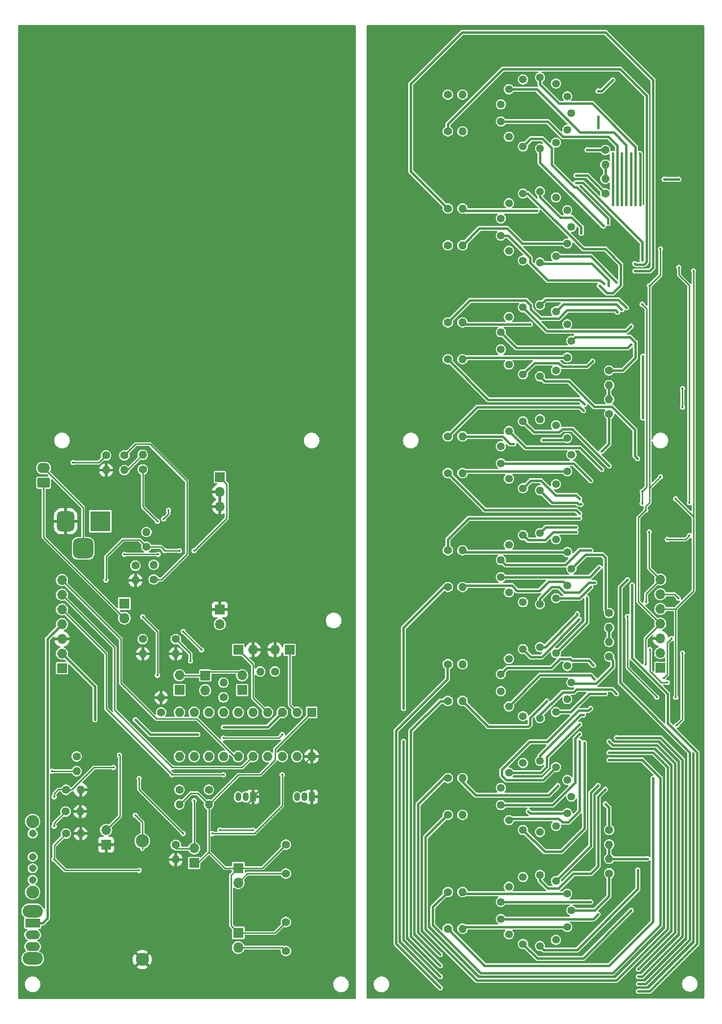
<source format=gbl>
G04 #@! TF.GenerationSoftware,KiCad,Pcbnew,7.0.10*
G04 #@! TF.CreationDate,2024-06-25T19:11:58-05:00*
G04 #@! TF.ProjectId,DMClockPanel,444d436c-6f63-46b5-9061-6e656c2e6b69,rev?*
G04 #@! TF.SameCoordinates,Original*
G04 #@! TF.FileFunction,Copper,L2,Bot*
G04 #@! TF.FilePolarity,Positive*
%FSLAX46Y46*%
G04 Gerber Fmt 4.6, Leading zero omitted, Abs format (unit mm)*
G04 Created by KiCad (PCBNEW 7.0.10) date 2024-06-25 19:11:58*
%MOMM*%
%LPD*%
G01*
G04 APERTURE LIST*
G04 Aperture macros list*
%AMRoundRect*
0 Rectangle with rounded corners*
0 $1 Rounding radius*
0 $2 $3 $4 $5 $6 $7 $8 $9 X,Y pos of 4 corners*
0 Add a 4 corners polygon primitive as box body*
4,1,4,$2,$3,$4,$5,$6,$7,$8,$9,$2,$3,0*
0 Add four circle primitives for the rounded corners*
1,1,$1+$1,$2,$3*
1,1,$1+$1,$4,$5*
1,1,$1+$1,$6,$7*
1,1,$1+$1,$8,$9*
0 Add four rect primitives between the rounded corners*
20,1,$1+$1,$2,$3,$4,$5,0*
20,1,$1+$1,$4,$5,$6,$7,0*
20,1,$1+$1,$6,$7,$8,$9,0*
20,1,$1+$1,$8,$9,$2,$3,0*%
G04 Aperture macros list end*
G04 #@! TA.AperFunction,ComponentPad*
%ADD10C,1.400000*%
G04 #@! TD*
G04 #@! TA.AperFunction,ComponentPad*
%ADD11O,1.400000X1.400000*%
G04 #@! TD*
G04 #@! TA.AperFunction,ComponentPad*
%ADD12C,1.408000*%
G04 #@! TD*
G04 #@! TA.AperFunction,ComponentPad*
%ADD13R,1.700000X1.700000*%
G04 #@! TD*
G04 #@! TA.AperFunction,ComponentPad*
%ADD14O,1.700000X1.700000*%
G04 #@! TD*
G04 #@! TA.AperFunction,ComponentPad*
%ADD15R,3.500000X3.500000*%
G04 #@! TD*
G04 #@! TA.AperFunction,ComponentPad*
%ADD16RoundRect,0.750000X-0.750000X-1.000000X0.750000X-1.000000X0.750000X1.000000X-0.750000X1.000000X0*%
G04 #@! TD*
G04 #@! TA.AperFunction,ComponentPad*
%ADD17RoundRect,0.875000X-0.875000X-0.875000X0.875000X-0.875000X0.875000X0.875000X-0.875000X0.875000X0*%
G04 #@! TD*
G04 #@! TA.AperFunction,ComponentPad*
%ADD18C,1.346200*%
G04 #@! TD*
G04 #@! TA.AperFunction,ComponentPad*
%ADD19R,1.800000X1.800000*%
G04 #@! TD*
G04 #@! TA.AperFunction,ComponentPad*
%ADD20O,1.800000X1.800000*%
G04 #@! TD*
G04 #@! TA.AperFunction,ComponentPad*
%ADD21R,1.600000X1.600000*%
G04 #@! TD*
G04 #@! TA.AperFunction,ComponentPad*
%ADD22O,1.600000X1.600000*%
G04 #@! TD*
G04 #@! TA.AperFunction,ComponentPad*
%ADD23C,1.308000*%
G04 #@! TD*
G04 #@! TA.AperFunction,ComponentPad*
%ADD24C,2.250000*%
G04 #@! TD*
G04 #@! TA.AperFunction,ComponentPad*
%ADD25R,1.050000X1.500000*%
G04 #@! TD*
G04 #@! TA.AperFunction,ComponentPad*
%ADD26O,1.050000X1.500000*%
G04 #@! TD*
G04 #@! TA.AperFunction,ComponentPad*
%ADD27RoundRect,0.250000X0.845000X-0.620000X0.845000X0.620000X-0.845000X0.620000X-0.845000X-0.620000X0*%
G04 #@! TD*
G04 #@! TA.AperFunction,ComponentPad*
%ADD28O,2.190000X1.740000*%
G04 #@! TD*
G04 #@! TA.AperFunction,ComponentPad*
%ADD29O,3.500000X2.200000*%
G04 #@! TD*
G04 #@! TA.AperFunction,ComponentPad*
%ADD30R,2.500000X1.500000*%
G04 #@! TD*
G04 #@! TA.AperFunction,ComponentPad*
%ADD31O,2.500000X1.500000*%
G04 #@! TD*
G04 #@! TA.AperFunction,ComponentPad*
%ADD32C,2.280000*%
G04 #@! TD*
G04 #@! TA.AperFunction,ViaPad*
%ADD33C,0.450000*%
G04 #@! TD*
G04 #@! TA.AperFunction,Conductor*
%ADD34C,0.250000*%
G04 #@! TD*
G04 #@! TA.AperFunction,Conductor*
%ADD35C,0.450000*%
G04 #@! TD*
G04 APERTURE END LIST*
D10*
X109485000Y-118485000D03*
D11*
X109485000Y-121025000D03*
D10*
X156540805Y-89797799D03*
D11*
X159080805Y-89797799D03*
D10*
X102500000Y-105785000D03*
D11*
X102500000Y-108325000D03*
D12*
X128535000Y-172370000D03*
X128535000Y-167370000D03*
D10*
X184430805Y-72067799D03*
D11*
X184430805Y-74607799D03*
D13*
X89800000Y-123515000D03*
D14*
X89800000Y-120975000D03*
X89800000Y-118435000D03*
X89800000Y-115895000D03*
X89800000Y-113355000D03*
X89800000Y-110815000D03*
X89800000Y-108275000D03*
D10*
X117740001Y-128545000D03*
D11*
X117740001Y-126005000D03*
D10*
X156540805Y-168537799D03*
D11*
X159080805Y-168537799D03*
D10*
X156540805Y-122817799D03*
D11*
X159080805Y-122817799D03*
D13*
X114565002Y-124780000D03*
D14*
X114565002Y-127320000D03*
D10*
X103770000Y-89175000D03*
D11*
X103770000Y-86635000D03*
D10*
X183795805Y-41487799D03*
D11*
X183795805Y-38947799D03*
D15*
X96435000Y-98115000D03*
D16*
X90435000Y-98115000D03*
D17*
X93435000Y-102815000D03*
D10*
X103770000Y-118485000D03*
D11*
X103770000Y-121025000D03*
D13*
X112660000Y-157170000D03*
D14*
X112660000Y-154630000D03*
D18*
X175246165Y-91715499D03*
X175246165Y-81530099D03*
X172475025Y-80478539D03*
X169536245Y-80836679D03*
X167097845Y-82518159D03*
X165721165Y-85141979D03*
X165721165Y-88103619D03*
X167097845Y-90727439D03*
X169536245Y-92408919D03*
X172475025Y-92767059D03*
X177918245Y-86622799D03*
X177209585Y-83747519D03*
X177209585Y-89498079D03*
D13*
X110120002Y-127267091D03*
D14*
X110120002Y-124727091D03*
D13*
X193295805Y-123432799D03*
D14*
X193295805Y-120892799D03*
X193295805Y-118352799D03*
X193295805Y-115812799D03*
X193295805Y-113272799D03*
X193295805Y-110732799D03*
X193295805Y-108192799D03*
D19*
X120280001Y-158030001D03*
D20*
X120280001Y-160570001D03*
D10*
X100595000Y-86735000D03*
D11*
X100595000Y-89275000D03*
D21*
X132980001Y-131135001D03*
D22*
X130440001Y-131135001D03*
X127900001Y-131135001D03*
X125360001Y-131135001D03*
X122820001Y-131135001D03*
X120280001Y-131135001D03*
X117740001Y-131135001D03*
X115200001Y-131135001D03*
X112660001Y-131135001D03*
X110120001Y-131135001D03*
X110120001Y-138755001D03*
X112660001Y-138755001D03*
X115200001Y-138755001D03*
X117740001Y-138755001D03*
X120280001Y-138755001D03*
X122820001Y-138755001D03*
X125360001Y-138755001D03*
X127900001Y-138755001D03*
X130440001Y-138755001D03*
X132980001Y-138755001D03*
D19*
X120280000Y-169235000D03*
D20*
X120280000Y-171775000D03*
D23*
X84720000Y-152090000D03*
X84720000Y-156090000D03*
X84720000Y-158090000D03*
X84720000Y-160090000D03*
D24*
X84720000Y-149990000D03*
X84720000Y-162190000D03*
D18*
X175246165Y-52345499D03*
X175246165Y-42160099D03*
X172475025Y-41108539D03*
X169536245Y-41466679D03*
X167097845Y-43148159D03*
X165721165Y-45771979D03*
X165721165Y-48733619D03*
X167097845Y-51357439D03*
X169536245Y-53038919D03*
X172475025Y-53397059D03*
X177918245Y-47252799D03*
X177209585Y-44377519D03*
X177209585Y-50128079D03*
D10*
X90485000Y-152090000D03*
D11*
X93025000Y-152090000D03*
D18*
X175246165Y-170455499D03*
X175246165Y-160270099D03*
X172475025Y-159218539D03*
X169536245Y-159576679D03*
X167097845Y-161258159D03*
X165721165Y-163881979D03*
X165721165Y-166843619D03*
X167097845Y-169467439D03*
X169536245Y-171148919D03*
X172475025Y-171507059D03*
X177918245Y-165362799D03*
X177209585Y-162487519D03*
X177209585Y-168238079D03*
D10*
X156540805Y-83447799D03*
D11*
X159080805Y-83447799D03*
D10*
X97420000Y-86735000D03*
D11*
X97420000Y-89275000D03*
D13*
X97420000Y-154000001D03*
D14*
X97420000Y-151460001D03*
D10*
X184430805Y-113977799D03*
D11*
X184430805Y-116517799D03*
D10*
X105675000Y-108175000D03*
D11*
X105675000Y-105635000D03*
D18*
X175246165Y-111400499D03*
X175246165Y-101215099D03*
X172475025Y-100163539D03*
X169536245Y-100521679D03*
X167097845Y-102203159D03*
X165721165Y-104826979D03*
X165721165Y-107788619D03*
X167097845Y-110412439D03*
X169536245Y-112093919D03*
X172475025Y-112452059D03*
X177918245Y-106307799D03*
X177209585Y-103432519D03*
X177209585Y-109183079D03*
D10*
X92340000Y-138755000D03*
D11*
X92340000Y-141295000D03*
D13*
X117105000Y-113350000D03*
D14*
X117105000Y-115890000D03*
D13*
X120300000Y-120315000D03*
D14*
X122840000Y-120315000D03*
D10*
X115200001Y-144520001D03*
D11*
X115200001Y-147060001D03*
D25*
X132980001Y-145740001D03*
D26*
X131710001Y-145740001D03*
X130440001Y-145740001D03*
D25*
X122820001Y-145740001D03*
D26*
X121550001Y-145740001D03*
X120280001Y-145740001D03*
D10*
X156540805Y-44077799D03*
D11*
X159080805Y-44077799D03*
D10*
X156540805Y-70112799D03*
D11*
X159080805Y-70112799D03*
D10*
X109485000Y-154045000D03*
D11*
X109485000Y-156585000D03*
D13*
X129170000Y-120340000D03*
D14*
X126630000Y-120340000D03*
D18*
X175246165Y-131085499D03*
X175246165Y-120900099D03*
X172475025Y-119848539D03*
X169536245Y-120206679D03*
X167097845Y-121888159D03*
X165721165Y-124511979D03*
X165721165Y-127473619D03*
X167097845Y-130097439D03*
X169536245Y-131778919D03*
X172475025Y-132137059D03*
X177918245Y-125992799D03*
X177209585Y-123117519D03*
X177209585Y-128868079D03*
D10*
X126625001Y-124087091D03*
D11*
X124085001Y-124087091D03*
D13*
X120960001Y-127262091D03*
D14*
X120960001Y-124722091D03*
D10*
X156540805Y-162187799D03*
D11*
X159080805Y-162187799D03*
D18*
X175246165Y-150770499D03*
X175246165Y-140585099D03*
X172475025Y-139533539D03*
X169536245Y-139891679D03*
X167097845Y-141573159D03*
X165721165Y-144196979D03*
X165721165Y-147158619D03*
X167097845Y-149782439D03*
X169536245Y-151463919D03*
X172475025Y-151822059D03*
X177918245Y-145677799D03*
X177209585Y-142802519D03*
X177209585Y-148553079D03*
D10*
X90485000Y-144520000D03*
D11*
X93025000Y-144520000D03*
D10*
X156540805Y-63762799D03*
D11*
X159080805Y-63762799D03*
D10*
X184430805Y-151442799D03*
D11*
X184430805Y-153982799D03*
D10*
X156540805Y-50427799D03*
D11*
X159080805Y-50427799D03*
D10*
X156540805Y-24392799D03*
D11*
X159080805Y-24392799D03*
D10*
X184430805Y-79587799D03*
D11*
X184430805Y-77047799D03*
D10*
X156540805Y-142502799D03*
D11*
X159080805Y-142502799D03*
D27*
X86625000Y-91452500D03*
D28*
X86625000Y-88912500D03*
D10*
X184430805Y-158962799D03*
D11*
X184430805Y-156422799D03*
D29*
X84720000Y-165480000D03*
X84720000Y-173680000D03*
D30*
X84720000Y-167580000D03*
D31*
X84720000Y-169580000D03*
X84720000Y-171580000D03*
D18*
X175246165Y-72030499D03*
X175246165Y-61845099D03*
X172475025Y-60793539D03*
X169536245Y-61151679D03*
X167097845Y-62833159D03*
X165721165Y-65456979D03*
X165721165Y-68418619D03*
X167097845Y-71042439D03*
X169536245Y-72723919D03*
X172475025Y-73082059D03*
X177918245Y-66937799D03*
X177209585Y-64062519D03*
X177209585Y-69813079D03*
D32*
X103690804Y-173850000D03*
X103690804Y-153360000D03*
D10*
X156540805Y-103132799D03*
D11*
X159080805Y-103132799D03*
D10*
X183795805Y-33967799D03*
D11*
X183795805Y-36507799D03*
D18*
X175246165Y-32660499D03*
X175246165Y-22475099D03*
X172475025Y-21423539D03*
X169536245Y-21781679D03*
X167097845Y-23463159D03*
X165721165Y-26086979D03*
X165721165Y-29048619D03*
X167097845Y-31672439D03*
X169536245Y-33353919D03*
X172475025Y-33712059D03*
X177918245Y-27567799D03*
X177209585Y-24692519D03*
X177209585Y-30443079D03*
D13*
X117105000Y-90495000D03*
D14*
X117105000Y-93035000D03*
X117105000Y-95575000D03*
D10*
X156540805Y-148852799D03*
D11*
X159080805Y-148852799D03*
D19*
X100595000Y-112310000D03*
D20*
X100595000Y-114850000D03*
D10*
X184430805Y-121497799D03*
D11*
X184430805Y-118957799D03*
D10*
X110120001Y-144520001D03*
D11*
X110120001Y-147060001D03*
D10*
X90435000Y-148280000D03*
D11*
X92975000Y-148280000D03*
D10*
X106945000Y-131135000D03*
D11*
X106945000Y-128595000D03*
D12*
X128535001Y-158995000D03*
X128535001Y-153995000D03*
D10*
X104405000Y-102510000D03*
D11*
X104405000Y-99970000D03*
D10*
X156540805Y-30742799D03*
D11*
X159080805Y-30742799D03*
D10*
X156540805Y-109482799D03*
D11*
X159080805Y-109482799D03*
D10*
X156540805Y-129167799D03*
D11*
X159080805Y-129167799D03*
D33*
X102500002Y-148915000D03*
X110120000Y-103195000D03*
X193320805Y-90432799D03*
X97420000Y-108275000D03*
X193320805Y-51062799D03*
X107580000Y-103195000D03*
X190780805Y-96147799D03*
X112660000Y-103195000D03*
X191415805Y-57412799D03*
X190780805Y-122817799D03*
X100595000Y-103830000D03*
X106450000Y-103830000D03*
X176810805Y-146947799D03*
X105040002Y-150185000D03*
X153950805Y-97417799D03*
X197765805Y-52967799D03*
X194590805Y-178697799D03*
X199035805Y-174252799D03*
X171095805Y-139962799D03*
X179350805Y-33348203D03*
X182525805Y-105037799D03*
X187605805Y-132977799D03*
X195225805Y-119642799D03*
X167920805Y-140597799D03*
X148235805Y-23757799D03*
X150140805Y-178697799D03*
X157125805Y-76462799D03*
X195225805Y-96147799D03*
X186970805Y-167902799D03*
X193320805Y-81542799D03*
X134250000Y-85415000D03*
X169190805Y-104402799D03*
X181255805Y-157742799D03*
X153950805Y-14867799D03*
X185065805Y-167267799D03*
X90435000Y-169870000D03*
X89165000Y-176220000D03*
X197130805Y-23757799D03*
X170460805Y-108847799D03*
X128535000Y-83510000D03*
X191415805Y-16137799D03*
X186335805Y-26932799D03*
X173000805Y-51062799D03*
X195415805Y-131072799D03*
X173635805Y-61857799D03*
X195225805Y-56777799D03*
X85990000Y-154630000D03*
X153315805Y-138057799D03*
X170460805Y-48522799D03*
X154585805Y-118372799D03*
X146330805Y-173683203D03*
X171095805Y-66937799D03*
X155220805Y-155837799D03*
X148235805Y-42172799D03*
X193955805Y-72652799D03*
X131710000Y-134945000D03*
X198400805Y-34552799D03*
X190780805Y-98118203D03*
X174905805Y-27633203D03*
X191415805Y-139327799D03*
X85355000Y-146375000D03*
X169825805Y-146312799D03*
X150775805Y-59317799D03*
X183160805Y-136787799D03*
X193787929Y-134660369D03*
X195225805Y-99957799D03*
X112660000Y-89225000D03*
X160300805Y-37727799D03*
X116470000Y-164790000D03*
X177445805Y-101862799D03*
X187605805Y-53033203D03*
X171730805Y-143772799D03*
X187605805Y-110117799D03*
X124725000Y-167330000D03*
X85990000Y-152090000D03*
X150140805Y-105037799D03*
X197130805Y-138057799D03*
X118375002Y-150185000D03*
X192050805Y-66937799D03*
X176810805Y-37092799D03*
X131075000Y-85415000D03*
X107384847Y-97675153D03*
X108215000Y-96210000D03*
X106310000Y-98115000D03*
X170460805Y-148217799D03*
X175573201Y-143805195D03*
X183795805Y-146947799D03*
X173635805Y-129167799D03*
X167920805Y-84717799D03*
X173000805Y-84082799D03*
X183160805Y-85987799D03*
X191065804Y-156422799D03*
X193955805Y-38997799D03*
X196495805Y-38997799D03*
X170796085Y-64062519D03*
X171957778Y-44485826D03*
X103770000Y-114625000D03*
X106310000Y-124727091D03*
X88085000Y-141295000D03*
X178715805Y-38362799D03*
X185065805Y-21852799D03*
X182525805Y-23757799D03*
X182525805Y-30107799D03*
X182525805Y-28202799D03*
X180620805Y-33917799D03*
X113295000Y-134945000D03*
X102500000Y-132405000D03*
X117740000Y-133675000D03*
X95515000Y-132405000D03*
X197130805Y-75192799D03*
X197130805Y-78367799D03*
X196126669Y-133346935D03*
X197130805Y-120912799D03*
X113930000Y-120340000D03*
X110755000Y-117165000D03*
X195950805Y-128532799D03*
X195950805Y-94242799D03*
X199035805Y-54872799D03*
X117740000Y-141930000D03*
X108850000Y-141930000D03*
X190145805Y-95035828D03*
X191370802Y-99957799D03*
X187600805Y-114562799D03*
X190145805Y-60587799D03*
X192685805Y-128532799D03*
X190814021Y-112056015D03*
X190145805Y-92972799D03*
X195225805Y-118372799D03*
X193849520Y-125233963D03*
X196405805Y-111387799D03*
X108850000Y-140660000D03*
X112025000Y-122245000D03*
X112660000Y-146375000D03*
X99732500Y-138527501D03*
X191505805Y-120277799D03*
X194500805Y-125992799D03*
X122820000Y-151455000D03*
X88440000Y-156535000D03*
X103135000Y-158440000D03*
X117105000Y-151455000D03*
X88440000Y-150820000D03*
X115835000Y-152090000D03*
X103135000Y-142565000D03*
X110755000Y-152090000D03*
X127900000Y-141930000D03*
X198310805Y-100592799D03*
X194500805Y-101227799D03*
X196495805Y-54237799D03*
X198310805Y-94877799D03*
X117740000Y-135580000D03*
X88440000Y-145740000D03*
X127900000Y-134945000D03*
X98690000Y-140660000D03*
X182525805Y-143772799D03*
X181255805Y-130437799D03*
X183795805Y-127897799D03*
X185700805Y-127897799D03*
X181255805Y-109482799D03*
X178715610Y-99175696D03*
X178715805Y-99957799D03*
X181255805Y-103132799D03*
X182752778Y-106080826D03*
X181938010Y-108712799D03*
X184430805Y-88527799D03*
X183160805Y-89162799D03*
X181255805Y-91067799D03*
X179350805Y-94242799D03*
X179577778Y-95175597D03*
X188240805Y-64397799D03*
X187440804Y-61222799D03*
X186640803Y-61527797D03*
X185700805Y-56777799D03*
X189810172Y-43441609D03*
X189780805Y-34552799D03*
X183795805Y-144407799D03*
X181255805Y-163881979D03*
X182525805Y-165997799D03*
X188240805Y-165362799D03*
X189400804Y-158377799D03*
X179985805Y-131585001D03*
X179350805Y-133185001D03*
X179350805Y-134882799D03*
X179350805Y-136152799D03*
X180154084Y-136384999D03*
X180581511Y-111348505D03*
X178930722Y-114088240D03*
X179240631Y-115087625D03*
X181709748Y-122998856D03*
X181890805Y-125357799D03*
X189340804Y-87257799D03*
X181573305Y-70430299D03*
X190280805Y-80272799D03*
X190280805Y-69612799D03*
X188240805Y-67572799D03*
X178715805Y-39632799D03*
X190145805Y-52967799D03*
X179621290Y-48339339D03*
X182755805Y-57412799D03*
X183525805Y-57094930D03*
X184295805Y-57412799D03*
X183440804Y-47102798D03*
X184240805Y-46617799D03*
X185040804Y-34552799D03*
X185040801Y-43442799D03*
X185810804Y-43442799D03*
X186610174Y-43441608D03*
X186580804Y-34552799D03*
X187410803Y-43442799D03*
X188240805Y-43442799D03*
X188240805Y-34552799D03*
X189010805Y-43442799D03*
X184430805Y-139327799D03*
X192050805Y-142502799D03*
X155220805Y-178697799D03*
X189510805Y-179332799D03*
X188425805Y-109132083D03*
X155220805Y-174887799D03*
X189510805Y-176792799D03*
X185700805Y-135517799D03*
X185870803Y-61982495D03*
X180180109Y-77927103D03*
X155220805Y-172982799D03*
X184430805Y-136152799D03*
X189510805Y-175522799D03*
X184430805Y-138057799D03*
X188918005Y-54872799D03*
X179350805Y-97575597D03*
X189510805Y-178062799D03*
X155220805Y-176792799D03*
X148870805Y-130437799D03*
X148870805Y-136152799D03*
X187605805Y-108212799D03*
X188875805Y-53602799D03*
X179985805Y-79002799D03*
X179350805Y-96782799D03*
X91705000Y-87955000D03*
D34*
X103690804Y-154762092D02*
X103690804Y-150105802D01*
X103690804Y-150105802D02*
X102500002Y-148915000D01*
X97420000Y-108275000D02*
X97420000Y-104216116D01*
X191415805Y-94877799D02*
X191415805Y-92972799D01*
X193295805Y-115812799D02*
X190780805Y-118327799D01*
X97420000Y-104216116D02*
X100336116Y-101300000D01*
X118280000Y-97575000D02*
X112660000Y-103195000D01*
X190780805Y-95512799D02*
X191415805Y-94877799D01*
X193320805Y-90432799D02*
X191415805Y-92337799D01*
X103195000Y-101300000D02*
X104405000Y-102510000D01*
X117105000Y-90495000D02*
X118280000Y-91670000D01*
D35*
X86420000Y-167580000D02*
X87260000Y-166740000D01*
D34*
X191415805Y-92972799D02*
X191415805Y-57412799D01*
X193320805Y-55507799D02*
X191415805Y-57412799D01*
X189510805Y-112027799D02*
X193295805Y-115812799D01*
X190780805Y-96147799D02*
X189510805Y-97417799D01*
D35*
X87260000Y-118435000D02*
X89800000Y-115895000D01*
X84720000Y-167580000D02*
X86420000Y-167580000D01*
D34*
X191415805Y-92337799D02*
X191415805Y-92972799D01*
D35*
X87260000Y-166740000D02*
X87260000Y-118435000D01*
D34*
X190780805Y-96147799D02*
X190780805Y-95512799D01*
X106895000Y-102510000D02*
X107580000Y-103195000D01*
X190780805Y-118327799D02*
X190780805Y-122817799D01*
X100336116Y-101300000D02*
X103195000Y-101300000D01*
X189510805Y-97417799D02*
X189510805Y-112027799D01*
X193320805Y-51062799D02*
X193320805Y-55507799D01*
X118280000Y-91670000D02*
X118280000Y-97575000D01*
X107580000Y-103195000D02*
X110120000Y-103195000D01*
X104405000Y-102510000D02*
X106895000Y-102510000D01*
X100595000Y-103830000D02*
X106450000Y-103830000D01*
X118375002Y-150185000D02*
X118600002Y-150185000D01*
X131075002Y-140660000D02*
X132980001Y-138755001D01*
X195225805Y-56777799D02*
X195225805Y-54237799D01*
X124090002Y-143199998D02*
X126630000Y-140660000D01*
X195225805Y-130882799D02*
X195225805Y-119642799D01*
X122820001Y-145965001D02*
X122820001Y-145740001D01*
X195225805Y-54237799D02*
X196495805Y-52967799D01*
X126630000Y-140660000D02*
X131075002Y-140660000D01*
X132980001Y-138755001D02*
X132980001Y-145740001D01*
X193787929Y-134714923D02*
X193787929Y-134660369D01*
X195225805Y-56777799D02*
X195225805Y-96147799D01*
X118600002Y-150185000D02*
X122820001Y-145965001D01*
X197130805Y-138057799D02*
X193787929Y-134714923D01*
X195225805Y-96147799D02*
X195225805Y-99957799D01*
X124090002Y-144470000D02*
X124090002Y-143199998D01*
X195415805Y-131072799D02*
X195225805Y-130882799D01*
X122820001Y-145740001D02*
X124090002Y-144470000D01*
X196495805Y-52967799D02*
X197765805Y-52967799D01*
X108215000Y-96210000D02*
X108215000Y-96845000D01*
X108215000Y-96845000D02*
X107384847Y-97675153D01*
X122820000Y-128595000D02*
X122820000Y-122835000D01*
X122820000Y-122835000D02*
X120300000Y-120315000D01*
X125360001Y-131135001D02*
X122820000Y-128595000D01*
X103770000Y-95575000D02*
X103770000Y-89175000D01*
X106310000Y-98115000D02*
X103770000Y-95575000D01*
D35*
X159380525Y-168238079D02*
X177209585Y-168238079D01*
X159080805Y-168537799D02*
X159380525Y-168238079D01*
X159080805Y-162187799D02*
X159380525Y-162487519D01*
X159380525Y-162487519D02*
X177209585Y-162487519D01*
X184430805Y-158962799D02*
X184430805Y-162855104D01*
X181923110Y-165362799D02*
X177918245Y-165362799D01*
X184430805Y-162855104D02*
X181923110Y-165362799D01*
X170460805Y-148217799D02*
X170796085Y-148553079D01*
X170796085Y-148553079D02*
X177209585Y-148553079D01*
X173963317Y-145415079D02*
X161358085Y-145415079D01*
X161358085Y-145415079D02*
X159080805Y-143137799D01*
X159080805Y-143137799D02*
X159080805Y-142502799D01*
X175573201Y-143805195D02*
X173963317Y-145415079D01*
X184430805Y-147582799D02*
X183795805Y-146947799D01*
X184430805Y-151442799D02*
X184430805Y-147582799D01*
X159080805Y-129167799D02*
X163525805Y-133612799D01*
X170754345Y-132049259D02*
X173635805Y-129167799D01*
X170754345Y-133319259D02*
X170754345Y-132049259D01*
X170460805Y-133612799D02*
X170754345Y-133319259D01*
X163525805Y-133612799D02*
X170460805Y-133612799D01*
X185065805Y-122132799D02*
X185065805Y-123271744D01*
X182209750Y-126127799D02*
X178053245Y-126127799D01*
X184430805Y-121497799D02*
X185065805Y-122132799D01*
X185065805Y-123271744D02*
X182209750Y-126127799D01*
X178053245Y-126127799D02*
X177918245Y-125992799D01*
X167602399Y-109194339D02*
X168525859Y-110117799D01*
X159369265Y-109194339D02*
X167602399Y-109194339D01*
X168525859Y-110117799D02*
X172365805Y-110117799D01*
X176536485Y-108509979D02*
X177209585Y-109183079D01*
X159080805Y-109482799D02*
X159369265Y-109194339D01*
X172365805Y-110117799D02*
X173973625Y-108509979D01*
X173973625Y-108509979D02*
X176536485Y-108509979D01*
X159380525Y-103432519D02*
X159080805Y-103132799D01*
X177209585Y-103432519D02*
X159380525Y-103432519D01*
X183795805Y-104402799D02*
X183295805Y-103902799D01*
X180323245Y-103902799D02*
X177918245Y-106307799D01*
X183795805Y-113342799D02*
X183795805Y-104402799D01*
X184430805Y-113977799D02*
X183795805Y-113342799D01*
X183295805Y-103902799D02*
X180323245Y-103902799D01*
X159080805Y-89797799D02*
X159380525Y-89498079D01*
X159380525Y-89498079D02*
X177209585Y-89498079D01*
X167285805Y-84717799D02*
X167920805Y-84717799D01*
X176874305Y-84082799D02*
X177209585Y-83747519D01*
X159080805Y-83447799D02*
X166015805Y-83447799D01*
X173000805Y-84082799D02*
X176874305Y-84082799D01*
X166015805Y-83447799D02*
X167285805Y-84717799D01*
X184430805Y-79587799D02*
X184430805Y-84717799D01*
X184430805Y-84717799D02*
X183160805Y-85987799D01*
X191065804Y-156422799D02*
X184430805Y-156422799D01*
X183795805Y-38947799D02*
X183795805Y-36507799D01*
X184430805Y-77047799D02*
X184430805Y-74607799D01*
X184430805Y-153982799D02*
X184430805Y-156422799D01*
X184430805Y-118957799D02*
X184430805Y-116517799D01*
X196495805Y-38997799D02*
X193955805Y-38997799D01*
D34*
X192775805Y-122817799D02*
X192775805Y-122663104D01*
D35*
X159380525Y-69813079D02*
X177209585Y-69813079D01*
X159080805Y-70112799D02*
X159380525Y-69813079D01*
X159416997Y-64098991D02*
X159080805Y-63762799D01*
X170759613Y-64098991D02*
X159416997Y-64098991D01*
X170796085Y-64062519D02*
X170759613Y-64098991D01*
X186785805Y-72067799D02*
X189010804Y-69842800D01*
X184430805Y-72067799D02*
X186785805Y-72067799D01*
X188059749Y-66302799D02*
X178553245Y-66302799D01*
X189010804Y-69842800D02*
X189010804Y-67253854D01*
X178553245Y-66302799D02*
X177918245Y-66937799D01*
X189010804Y-67253854D02*
X188059749Y-66302799D01*
D34*
X86625000Y-88912500D02*
X93435000Y-95722500D01*
X93435000Y-95722500D02*
X93435000Y-102815000D01*
D35*
X161993085Y-47515519D02*
X159080805Y-50427799D01*
X169437003Y-50128079D02*
X166824443Y-47515519D01*
X166824443Y-47515519D02*
X161993085Y-47515519D01*
X177209585Y-50128079D02*
X169437003Y-50128079D01*
D34*
X86625000Y-100880000D02*
X100595000Y-114850000D01*
X86625000Y-91452500D02*
X86625000Y-100880000D01*
D35*
X171957778Y-44485826D02*
X159488832Y-44485826D01*
X159488832Y-44485826D02*
X159080805Y-44077799D01*
D34*
X88085000Y-141295000D02*
X92340000Y-141295000D01*
X112075002Y-145105000D02*
X113245000Y-145105000D01*
X126630000Y-169275000D02*
X120320000Y-169275000D01*
X126630002Y-139390000D02*
X126630002Y-137485000D01*
X111390000Y-91130000D02*
X111390000Y-103830000D01*
X113245000Y-145105000D02*
X115200001Y-147060001D01*
X105040000Y-84780000D02*
X111390000Y-91130000D01*
X115200001Y-147060001D02*
X115200001Y-155270001D01*
X107045000Y-108175000D02*
X105675000Y-108175000D01*
X120280001Y-158030001D02*
X124500000Y-158030001D01*
X124090002Y-141930000D02*
X126630002Y-139390000D01*
X114565002Y-124780000D02*
X110172911Y-124780000D01*
X120320000Y-169275000D02*
X119055001Y-168010001D01*
X119055001Y-159255001D02*
X120280001Y-158030001D01*
X120387910Y-124150000D02*
X115195002Y-124150000D01*
X110172911Y-124780000D02*
X110120002Y-124727091D01*
X115200001Y-155270001D02*
X113300002Y-157170000D01*
X124500000Y-158030001D02*
X128535001Y-153995000D01*
X128535000Y-167370000D02*
X126630000Y-169275000D01*
X110120001Y-147060001D02*
X112075002Y-145105000D01*
X102550000Y-84780000D02*
X105040000Y-84780000D01*
X111390000Y-103830000D02*
X107045000Y-108175000D01*
X120960001Y-124722091D02*
X120387910Y-124150000D01*
X115200001Y-147060001D02*
X120330002Y-141930000D01*
X103770000Y-114625000D02*
X106310000Y-117165000D01*
X120330002Y-141930000D02*
X124090002Y-141930000D01*
X113300002Y-157170000D02*
X112660000Y-157170000D01*
X106310000Y-117165000D02*
X106310000Y-124727091D01*
X100595000Y-86735000D02*
X102550000Y-84780000D01*
X115195002Y-124150000D02*
X114565002Y-124780000D01*
X120280001Y-158030001D02*
X117960001Y-158030001D01*
X126630002Y-137485000D02*
X132980001Y-131135001D01*
X119055001Y-168010001D02*
X119055001Y-159255001D01*
X117960001Y-158030001D02*
X115200001Y-155270001D01*
D35*
X178715805Y-38362799D02*
X180670805Y-38362799D01*
X180670805Y-38362799D02*
X183795805Y-41487799D01*
X185065805Y-21852799D02*
X183160805Y-23757799D01*
X183160805Y-23757799D02*
X182525805Y-23757799D01*
X183745805Y-33917799D02*
X183795805Y-33967799D01*
X182525805Y-30107799D02*
X182525805Y-28202799D01*
X180620805Y-33917799D02*
X183745805Y-33917799D01*
X113295000Y-134945000D02*
X105040000Y-134945000D01*
X89800000Y-120975000D02*
X95515000Y-126690000D01*
X105040000Y-134945000D02*
X102500000Y-132405000D01*
D34*
X196126669Y-133346935D02*
X197130805Y-132342799D01*
X197130805Y-132342799D02*
X197130805Y-120912799D01*
D35*
X117740000Y-133675000D02*
X125360002Y-133675000D01*
D34*
X197130805Y-78367799D02*
X197130805Y-75192799D01*
D35*
X125360002Y-133675000D02*
X127900001Y-131135001D01*
X95515000Y-126690000D02*
X95515000Y-132405000D01*
D34*
X127940000Y-171775000D02*
X128535000Y-172370000D01*
X120280000Y-171775000D02*
X127940000Y-171775000D01*
X113930000Y-120340000D02*
X110755000Y-117165000D01*
X97420000Y-130500000D02*
X97420000Y-120975000D01*
X108850000Y-141930000D02*
X97420000Y-130500000D01*
X195950805Y-128532799D02*
X195950805Y-113342799D01*
X193295805Y-113272799D02*
X195880805Y-113272799D01*
X199035805Y-97327799D02*
X195950805Y-94242799D01*
X199035805Y-110117799D02*
X199035805Y-97327799D01*
X199035805Y-58292494D02*
X199035805Y-54872799D01*
X97420000Y-120975000D02*
X89800000Y-113355000D01*
X195880805Y-113272799D02*
X199035805Y-110117799D01*
X195950805Y-113342799D02*
X195880805Y-113272799D01*
X108850000Y-141930000D02*
X117740000Y-141930000D01*
X199035805Y-97327799D02*
X199035805Y-58292494D01*
X190950805Y-61392799D02*
X190145805Y-60587799D01*
X190814021Y-112056015D02*
X190814021Y-110674583D01*
X99960000Y-118435000D02*
X89800000Y-108275000D01*
X191370802Y-106267796D02*
X193295805Y-108192799D01*
X190145805Y-95035828D02*
X190145805Y-92972799D01*
X187605805Y-114567799D02*
X187600805Y-114562799D01*
X187605805Y-123362799D02*
X187605805Y-114567799D01*
X192685805Y-128532799D02*
X192685805Y-128442799D01*
X99960000Y-126055000D02*
X99960000Y-118435000D01*
X191370802Y-99957799D02*
X191370802Y-106267796D01*
X192685805Y-128442799D02*
X187605805Y-123362799D01*
X190145805Y-92972799D02*
X190950805Y-92167799D01*
X113150001Y-132260001D02*
X106165001Y-132260001D01*
X120280001Y-138755001D02*
X119645001Y-138755001D01*
X190814021Y-110674583D02*
X193295805Y-108192799D01*
X190950805Y-92167799D02*
X190950805Y-61392799D01*
X119645001Y-138755001D02*
X113150001Y-132260001D01*
X106165001Y-132260001D02*
X99960000Y-126055000D01*
X120915002Y-140660000D02*
X122820001Y-138755001D01*
X194500805Y-124582678D02*
X193849520Y-125233963D01*
X194500805Y-119097799D02*
X194500805Y-124582678D01*
X89800000Y-110815000D02*
X98875000Y-119890000D01*
X193295805Y-110732799D02*
X195750805Y-110732799D01*
X195750805Y-110732799D02*
X196405805Y-111387799D01*
X98875000Y-119890000D02*
X98875000Y-130685000D01*
X108850000Y-140660000D02*
X120915002Y-140660000D01*
X195225805Y-118372799D02*
X194500805Y-119097799D01*
X98875000Y-130685000D02*
X108850000Y-140660000D01*
X112025000Y-121025000D02*
X112025000Y-122245000D01*
X109485000Y-118485000D02*
X112025000Y-121025000D01*
X112660002Y-154629998D02*
X112660002Y-146375002D01*
X112660002Y-146375002D02*
X112660000Y-146375000D01*
X109485000Y-154680000D02*
X112610000Y-154680000D01*
X112610000Y-154680000D02*
X112660002Y-154629998D01*
X97420000Y-151460001D02*
X99820460Y-149059541D01*
X99820460Y-138615461D02*
X99732500Y-138527501D01*
X99820460Y-149059541D02*
X99820460Y-138615461D01*
X191505805Y-123992799D02*
X193505805Y-125992799D01*
X191505805Y-120277799D02*
X191505805Y-123992799D01*
X193505805Y-125992799D02*
X194500805Y-125992799D01*
X88440000Y-154135000D02*
X90485000Y-152090000D01*
X103135000Y-158440000D02*
X90345000Y-158440000D01*
X122820000Y-151455000D02*
X117105000Y-151455000D01*
X88440000Y-156535000D02*
X88440000Y-154135000D01*
X90345000Y-158440000D02*
X88440000Y-156535000D01*
X110755000Y-152090000D02*
X103135000Y-144470000D01*
X88440000Y-150275000D02*
X90435000Y-148280000D01*
X127900000Y-141930000D02*
X127900000Y-147258884D01*
X127900000Y-147258884D02*
X123068884Y-152090000D01*
X123068884Y-152090000D02*
X115835000Y-152090000D01*
X88440000Y-150820000D02*
X88440000Y-150275000D01*
X103135000Y-144470000D02*
X103135000Y-142565000D01*
X197675805Y-101227799D02*
X194500805Y-101227799D01*
X196495805Y-55507799D02*
X198310805Y-57322799D01*
X198310805Y-100592799D02*
X197675805Y-101227799D01*
X198310805Y-57322799D02*
X198310805Y-94877799D01*
X196495805Y-54237799D02*
X196495805Y-55507799D01*
X88440000Y-145740000D02*
X88440000Y-145195000D01*
X117740000Y-135580000D02*
X127265000Y-135580000D01*
X89165000Y-144470000D02*
X90435000Y-144470000D01*
X95334949Y-140660000D02*
X98690000Y-140660000D01*
X90485000Y-144520000D02*
X91474949Y-144520000D01*
X90435000Y-144470000D02*
X90485000Y-144520000D01*
X127265000Y-135580000D02*
X127900000Y-134945000D01*
X88440000Y-145195000D02*
X89165000Y-144470000D01*
X91474949Y-144520000D02*
X95334949Y-140660000D01*
X128535001Y-158995000D02*
X121855002Y-158995000D01*
X121855002Y-158995000D02*
X120280001Y-160570001D01*
D35*
X181255805Y-145042799D02*
X181255805Y-154260459D01*
X181255805Y-154260459D02*
X175246165Y-160270099D01*
X182525805Y-143772799D02*
X181255805Y-145042799D01*
X173040005Y-142791259D02*
X175246165Y-140585099D01*
X179152711Y-130815002D02*
X173725359Y-136242354D01*
X170705996Y-136242354D02*
X165879745Y-141068605D01*
X173725359Y-136242354D02*
X170705996Y-136242354D01*
X180878602Y-130815002D02*
X179152711Y-130815002D01*
X166593291Y-142791259D02*
X173040005Y-142791259D01*
X165879745Y-141068605D02*
X165879745Y-142077713D01*
X165879745Y-142077713D02*
X166593291Y-142791259D01*
X181255805Y-130437799D02*
X180878602Y-130815002D01*
X183795805Y-127897799D02*
X180980970Y-127897799D01*
X177793270Y-131085499D02*
X175246165Y-131085499D01*
X180980970Y-127897799D02*
X177793270Y-131085499D01*
X176423625Y-127649979D02*
X172475025Y-131598579D01*
X172475025Y-131598579D02*
X172475025Y-132137059D01*
X178328625Y-127649979D02*
X176423625Y-127649979D01*
X178850805Y-127127799D02*
X178328625Y-127649979D01*
X184930805Y-127127799D02*
X178850805Y-127127799D01*
X185700805Y-127897799D02*
X184930805Y-127127799D01*
X181255805Y-109482799D02*
X179338105Y-111400499D01*
X179338105Y-111400499D02*
X175246165Y-111400499D01*
X173462868Y-99175696D02*
X172475025Y-100163539D01*
X178715610Y-99175696D02*
X173462868Y-99175696D01*
X178715805Y-99957799D02*
X174780811Y-99957799D01*
X174780811Y-99957799D02*
X173356971Y-101381639D01*
X173356971Y-101381639D02*
X170396205Y-101381639D01*
X170396205Y-101381639D02*
X169536245Y-100521679D01*
X179370591Y-103132799D02*
X176830591Y-105672799D01*
X166566985Y-105672799D02*
X165721165Y-104826979D01*
X181255805Y-103132799D02*
X179370591Y-103132799D01*
X176830591Y-105672799D02*
X166566985Y-105672799D01*
X165769805Y-107739979D02*
X165721165Y-107788619D01*
X181093625Y-107739979D02*
X165769805Y-107739979D01*
X182752778Y-106080826D02*
X181093625Y-107739979D01*
X175786651Y-109482799D02*
X174492378Y-109482799D01*
X176705031Y-110401179D02*
X175786651Y-109482799D01*
X181938010Y-108712799D02*
X180936861Y-108712799D01*
X172475025Y-111500152D02*
X172475025Y-112452059D01*
X180936861Y-108712799D02*
X179248481Y-110401179D01*
X179248481Y-110401179D02*
X176705031Y-110401179D01*
X174492378Y-109482799D02*
X172475025Y-111500152D01*
X184430805Y-88527799D02*
X178080805Y-82177799D01*
X171447765Y-82748199D02*
X169536245Y-80836679D01*
X176321119Y-82177799D02*
X175750719Y-82748199D01*
X178080805Y-82177799D02*
X176321119Y-82177799D01*
X175750719Y-82748199D02*
X171447765Y-82748199D01*
X179402705Y-85404699D02*
X169984385Y-85404699D01*
X183160805Y-89162799D02*
X179402705Y-85404699D01*
X169984385Y-85404699D02*
X167097845Y-82518159D01*
X178291625Y-88103619D02*
X165721165Y-88103619D01*
X181255805Y-91067799D02*
X178291625Y-88103619D01*
X170877365Y-91067799D02*
X169536245Y-92408919D01*
X175160808Y-93607799D02*
X172620808Y-91067799D01*
X172620808Y-91067799D02*
X170877365Y-91067799D01*
X179350805Y-94242799D02*
X178715805Y-93607799D01*
X178715805Y-93607799D02*
X175160808Y-93607799D01*
X178896860Y-94877799D02*
X174585765Y-94877799D01*
X179194658Y-95175597D02*
X178896860Y-94877799D01*
X174585765Y-94877799D02*
X172475025Y-92767059D01*
X179577778Y-95175597D02*
X179194658Y-95175597D01*
X187357985Y-65280619D02*
X173665185Y-65280619D01*
X173665185Y-65280619D02*
X169536245Y-61151679D01*
X188240805Y-64397799D02*
X187357985Y-65280619D01*
X186035804Y-59817799D02*
X173450765Y-59817799D01*
X187440804Y-61222799D02*
X186035804Y-59817799D01*
X173450765Y-59817799D02*
X172475025Y-60793539D01*
X176503465Y-60587799D02*
X175246165Y-61845099D01*
X185700805Y-60587799D02*
X176503465Y-60587799D01*
X186640803Y-61527797D02*
X185700805Y-60587799D01*
X185700805Y-56777799D02*
X181268505Y-52345499D01*
X181268505Y-52345499D02*
X175246165Y-52345499D01*
X189810172Y-34582166D02*
X189780805Y-34552799D01*
X189810172Y-43441609D02*
X189810172Y-34582166D01*
X182525805Y-157742799D02*
X181255805Y-159012799D01*
X183795805Y-144407799D02*
X182525805Y-145677799D01*
X175686119Y-161552799D02*
X173857378Y-161552799D01*
X173857378Y-161552799D02*
X172475025Y-160170446D01*
X182525805Y-145677799D02*
X182525805Y-157742799D01*
X172475025Y-160170446D02*
X172475025Y-159218539D01*
X178226119Y-159012799D02*
X175686119Y-161552799D01*
X181255805Y-159012799D02*
X178226119Y-159012799D01*
X181255805Y-163881979D02*
X165721165Y-163881979D01*
X182525805Y-165997799D02*
X181679985Y-166843619D01*
X181679985Y-166843619D02*
X165721165Y-166843619D01*
X188240805Y-165362799D02*
X179985805Y-173617799D01*
X172005125Y-173617799D02*
X169536245Y-171148919D01*
X179985805Y-173617799D02*
X172005125Y-173617799D01*
X189400804Y-161662800D02*
X178883445Y-172180159D01*
X173148125Y-172180159D02*
X172475025Y-171507059D01*
X189400804Y-158377799D02*
X189400804Y-161662800D01*
X178883445Y-172180159D02*
X173148125Y-172180159D01*
X179985805Y-131585001D02*
X179471656Y-131585001D01*
X179471656Y-131585001D02*
X172475025Y-138581632D01*
X172475025Y-138581632D02*
X172475025Y-139533539D01*
X173693125Y-138842681D02*
X173693125Y-140540479D01*
X179350805Y-133185001D02*
X173693125Y-138842681D01*
X173693125Y-140540479D02*
X172660445Y-141573159D01*
X172660445Y-141573159D02*
X167097845Y-141573159D01*
X178580805Y-143272799D02*
X174694985Y-147158619D01*
X179350805Y-134882799D02*
X178580805Y-135652799D01*
X178580805Y-135652799D02*
X178580805Y-143272799D01*
X174694985Y-147158619D02*
X165721165Y-147158619D01*
X167392485Y-149487799D02*
X167097845Y-149782439D01*
X179350805Y-136152799D02*
X179350805Y-148134513D01*
X175686119Y-149487799D02*
X167392485Y-149487799D01*
X177362519Y-150122799D02*
X176321119Y-150122799D01*
X176321119Y-150122799D02*
X175686119Y-149487799D01*
X179350805Y-148134513D02*
X177362519Y-150122799D01*
X176175805Y-155202799D02*
X173275125Y-155202799D01*
X180154084Y-151224520D02*
X176175805Y-155202799D01*
X173275125Y-155202799D02*
X169536245Y-151463919D01*
X180154084Y-136384999D02*
X180154084Y-151224520D01*
X180620805Y-115525459D02*
X175246165Y-120900099D01*
X180581511Y-111348505D02*
X180620805Y-111387799D01*
X180620805Y-111387799D02*
X180620805Y-115525459D01*
X178930722Y-114088240D02*
X178930722Y-114308590D01*
X178930722Y-114308590D02*
X173390773Y-119848539D01*
X173390773Y-119848539D02*
X172475025Y-119848539D01*
X179240631Y-115087625D02*
X172780457Y-121547799D01*
X172780457Y-121547799D02*
X170877365Y-121547799D01*
X170877365Y-121547799D02*
X169536245Y-120206679D01*
X180893691Y-122182799D02*
X177997519Y-122182799D01*
X174416119Y-123452799D02*
X166780345Y-123452799D01*
X175969499Y-121899419D02*
X174416119Y-123452799D01*
X177997519Y-122182799D02*
X177714139Y-121899419D01*
X166780345Y-123452799D02*
X165721165Y-124511979D01*
X177714139Y-121899419D02*
X175969499Y-121899419D01*
X181709748Y-122998856D02*
X180893691Y-122182799D01*
X181255805Y-124722799D02*
X172472485Y-124722799D01*
X181890805Y-125357799D02*
X181255805Y-124722799D01*
X172472485Y-124722799D02*
X167097845Y-130097439D01*
X189340804Y-87257799D02*
X188875805Y-86792800D01*
X184946501Y-78342799D02*
X181865805Y-78342799D01*
X177445805Y-73922799D02*
X173315765Y-73922799D01*
X181865805Y-78342799D02*
X177445805Y-73922799D01*
X188875805Y-82272103D02*
X184946501Y-78342799D01*
X188875805Y-86792800D02*
X188875805Y-82272103D01*
X173315765Y-73922799D02*
X172475025Y-73082059D01*
X180620805Y-71382799D02*
X176321119Y-71382799D01*
X190280805Y-69612799D02*
X190280805Y-80272799D01*
X175686119Y-70747799D02*
X171512365Y-70747799D01*
X176321119Y-71382799D02*
X175686119Y-70747799D01*
X171512365Y-70747799D02*
X169536245Y-72723919D01*
X181573305Y-70430299D02*
X180620805Y-71382799D01*
X168420085Y-68155899D02*
X165721165Y-65456979D01*
X187657705Y-68155899D02*
X168420085Y-68155899D01*
X188240805Y-67572799D02*
X187657705Y-68155899D01*
X182418801Y-42160099D02*
X179891501Y-39632799D01*
X190145805Y-52967799D02*
X190145805Y-49887103D01*
X190145805Y-49887103D02*
X182418801Y-42160099D01*
X179891501Y-39632799D02*
X178715805Y-39632799D01*
X172475025Y-42060446D02*
X172475025Y-41108539D01*
X179621290Y-47233190D02*
X177983719Y-45595619D01*
X176010198Y-45595619D02*
X172475025Y-42060446D01*
X177983719Y-45595619D02*
X176010198Y-45595619D01*
X179621290Y-48339339D02*
X179621290Y-47233190D01*
X186470805Y-53737799D02*
X183795805Y-51062799D01*
X179985805Y-51062799D02*
X170389685Y-41466679D01*
X182755805Y-57412799D02*
X184025805Y-58682799D01*
X183795805Y-51062799D02*
X179985805Y-51062799D01*
X170389685Y-41466679D02*
X169536245Y-41466679D01*
X185065805Y-58682799D02*
X186470805Y-57277799D01*
X186470805Y-57277799D02*
X186470805Y-53737799D01*
X184025805Y-58682799D02*
X185065805Y-58682799D01*
X183525805Y-57094930D02*
X182897539Y-56466664D01*
X166953599Y-48733619D02*
X165721165Y-48733619D01*
X170754345Y-52534365D02*
X166953599Y-48733619D01*
X182897539Y-56466664D02*
X173821976Y-56466664D01*
X170754345Y-53399033D02*
X170754345Y-52534365D01*
X173821976Y-56466664D02*
X170754345Y-53399033D01*
X184295805Y-56461744D02*
X181436860Y-53602799D01*
X181436860Y-53602799D02*
X172680765Y-53602799D01*
X184295805Y-57412799D02*
X184295805Y-56461744D01*
X172680765Y-53602799D02*
X172475025Y-53397059D01*
X172475025Y-36137019D02*
X172475025Y-33712059D01*
X183440804Y-47102798D02*
X172475025Y-36137019D01*
X178850805Y-40402799D02*
X178396860Y-40402799D01*
X184240805Y-46617799D02*
X184240805Y-45792799D01*
X174463125Y-36469064D02*
X174463125Y-33600113D01*
X178396860Y-40402799D02*
X174463125Y-36469064D01*
X184240805Y-45792799D02*
X178850805Y-40402799D01*
X174463125Y-33600113D02*
X172875811Y-32012799D01*
X170877365Y-32012799D02*
X169536245Y-33353919D01*
X172875811Y-32012799D02*
X170877365Y-32012799D01*
X185040804Y-43442796D02*
X185040804Y-34552799D01*
X185040801Y-43442799D02*
X185040804Y-43442796D01*
X185810804Y-33172450D02*
X184299533Y-31661179D01*
X176459185Y-31661179D02*
X173846625Y-29048619D01*
X185810804Y-43442799D02*
X185810804Y-33172450D01*
X173846625Y-29048619D02*
X165721165Y-29048619D01*
X184299533Y-31661179D02*
X176459185Y-31661179D01*
X186610174Y-43441608D02*
X186610174Y-34582169D01*
X186610174Y-34582169D02*
X186580804Y-34552799D01*
X185214185Y-30891179D02*
X179380339Y-30891179D01*
X179380339Y-30891179D02*
X171952319Y-23463159D01*
X171952319Y-23463159D02*
X167097845Y-23463159D01*
X187410803Y-43442799D02*
X187410803Y-33087797D01*
X187410803Y-33087797D02*
X185214185Y-30891179D01*
X188240805Y-43442799D02*
X188240805Y-34552799D01*
X189010805Y-43442799D02*
X189010805Y-33417799D01*
X175788625Y-25910619D02*
X172475025Y-22597019D01*
X189010805Y-33417799D02*
X181503625Y-25910619D01*
X172475025Y-22597019D02*
X172475025Y-21423539D01*
X181503625Y-25910619D02*
X175788625Y-25910619D01*
X185065805Y-176157799D02*
X162205805Y-176157799D01*
X162205805Y-176157799D02*
X153950805Y-167902799D01*
X153950805Y-164777799D02*
X156540805Y-162187799D01*
X193320805Y-167902799D02*
X185065805Y-176157799D01*
X153950805Y-167902799D02*
X153950805Y-164777799D01*
X190145805Y-139327799D02*
X193320805Y-142502799D01*
X193320805Y-142502799D02*
X193320805Y-167902799D01*
X184430805Y-139327799D02*
X190145805Y-139327799D01*
X162840805Y-174837799D02*
X156540805Y-168537799D01*
X192050805Y-167267799D02*
X184430805Y-174887799D01*
X184430805Y-174887799D02*
X162840805Y-174887799D01*
X192050805Y-142502799D02*
X192050805Y-167267799D01*
X188425805Y-121732799D02*
X188425805Y-109132083D01*
X194590805Y-132977799D02*
X194590805Y-127897799D01*
X199670805Y-138057799D02*
X194590805Y-132977799D01*
X189510805Y-179332799D02*
X191415805Y-179332799D01*
X147600805Y-134247799D02*
X156490805Y-125357799D01*
X194590805Y-127897799D02*
X188425805Y-121732799D01*
X155220805Y-178697799D02*
X147600805Y-171077799D01*
X147600805Y-171077799D02*
X147600805Y-134247799D01*
X156490805Y-122867799D02*
X156540805Y-122817799D01*
X191415805Y-179332799D02*
X199670805Y-171077799D01*
X156490805Y-125357799D02*
X156490805Y-122867799D01*
X199670805Y-171077799D02*
X199670805Y-138057799D01*
X155270805Y-129167799D02*
X156540805Y-129167799D01*
X150140805Y-134297799D02*
X155270805Y-129167799D01*
X155220805Y-174887799D02*
X150140805Y-169807799D01*
X190145805Y-176792799D02*
X197130805Y-169807799D01*
X197130805Y-169807799D02*
X197130805Y-139327799D01*
X193320805Y-135517799D02*
X185700805Y-135517799D01*
X150140805Y-169807799D02*
X150140805Y-134297799D01*
X189510805Y-176792799D02*
X190145805Y-176792799D01*
X197130805Y-139327799D02*
X193320805Y-135517799D01*
X170040799Y-59933579D02*
X160370025Y-59933579D01*
X172536709Y-63063199D02*
X170896057Y-61422547D01*
X160370025Y-59933579D02*
X156540805Y-63762799D01*
X185870803Y-61982495D02*
X185558160Y-61669852D01*
X185558160Y-61669852D02*
X177144066Y-61669852D01*
X175750719Y-63063199D02*
X172536709Y-63063199D01*
X170896057Y-61422547D02*
X170896057Y-60788837D01*
X170896057Y-60788837D02*
X170040799Y-59933579D01*
X177144066Y-61669852D02*
X175750719Y-63063199D01*
X163525805Y-77097799D02*
X156540805Y-70112799D01*
X180180109Y-77927103D02*
X179350805Y-77097799D01*
X179350805Y-77097799D02*
X163525805Y-77097799D01*
X192685805Y-136787799D02*
X195860805Y-139962799D01*
X151410805Y-169172799D02*
X151410805Y-146997799D01*
X189510805Y-175522799D02*
X195860805Y-169172799D01*
X184430805Y-136152799D02*
X185065805Y-136787799D01*
X185065805Y-136787799D02*
X192685805Y-136787799D01*
X155220805Y-172982799D02*
X151410805Y-169172799D01*
X151410805Y-146997799D02*
X155905805Y-142502799D01*
X195860805Y-139962799D02*
X195860805Y-169172799D01*
X155905805Y-142502799D02*
X156540805Y-142502799D01*
X184430805Y-138057799D02*
X192050805Y-138057799D01*
X152680805Y-168537799D02*
X152680805Y-152662799D01*
X156490805Y-148852799D02*
X156540805Y-148852799D01*
X152680805Y-152662799D02*
X156490805Y-148852799D01*
X194590805Y-140597799D02*
X194590805Y-168537799D01*
X185700805Y-177427799D02*
X161570805Y-177427799D01*
X192050805Y-138057799D02*
X194590805Y-140597799D01*
X161570805Y-177427799D02*
X152680805Y-168537799D01*
X194590805Y-168537799D02*
X185700805Y-177427799D01*
X159030805Y-13597799D02*
X150140805Y-22487799D01*
X183795805Y-13597799D02*
X159030805Y-13597799D01*
X150140805Y-22487799D02*
X150140805Y-37677799D01*
X192050805Y-21852799D02*
X183795805Y-13597799D01*
X192050805Y-54237799D02*
X192050805Y-21852799D01*
X191415805Y-54872799D02*
X192050805Y-54237799D01*
X188918005Y-54872799D02*
X191415805Y-54872799D01*
X150140805Y-37677799D02*
X156540805Y-44077799D01*
X160193007Y-97575597D02*
X156540805Y-101227799D01*
X179350805Y-97575597D02*
X160193007Y-97575597D01*
X156540805Y-101227799D02*
X156540805Y-103132799D01*
X148870805Y-130437799D02*
X148870805Y-116517799D01*
X198400805Y-170442799D02*
X198400805Y-138057799D01*
X189510805Y-178062799D02*
X190780805Y-178062799D01*
X186335805Y-125992799D02*
X186335805Y-109482799D01*
X148870805Y-170442799D02*
X148870805Y-136152799D01*
X186335805Y-109482799D02*
X187605805Y-108212799D01*
X155905805Y-109482799D02*
X156540805Y-109482799D01*
X198400805Y-138057799D02*
X186335805Y-125992799D01*
X148870805Y-116517799D02*
X155905805Y-109482799D01*
X155220805Y-176792799D02*
X148870805Y-170442799D01*
X190780805Y-178062799D02*
X198400805Y-170442799D01*
X190915805Y-53286744D02*
X190915805Y-24527799D01*
X190915805Y-24527799D02*
X186335805Y-19947799D01*
X156540805Y-29472799D02*
X156540805Y-30742799D01*
X189010805Y-53737799D02*
X190464750Y-53737799D01*
X186335805Y-19947799D02*
X166065805Y-19947799D01*
X188875805Y-53602799D02*
X189010805Y-53737799D01*
X166065805Y-19947799D02*
X156540805Y-29472799D01*
X190464750Y-53737799D02*
X190915805Y-53286744D01*
X179350805Y-78367799D02*
X161620805Y-78367799D01*
X161620805Y-78367799D02*
X156540805Y-83447799D01*
X179985805Y-79002799D02*
X179350805Y-78367799D01*
X178715805Y-96147799D02*
X162890805Y-96147799D01*
X162890805Y-96147799D02*
X156540805Y-89797799D01*
X179350805Y-96782799D02*
X178715805Y-96147799D01*
D34*
X96200000Y-87955000D02*
X91705000Y-87955000D01*
X97420000Y-86735000D02*
X96200000Y-87955000D01*
X101130000Y-89275000D02*
X100595000Y-89275000D01*
X103770000Y-86635000D02*
X101130000Y-89275000D01*
X129215001Y-120340000D02*
X129215001Y-129910001D01*
X129215001Y-129910001D02*
X130440001Y-131135001D01*
G04 #@! TA.AperFunction,Conductor*
G36*
X191955601Y-117715842D02*
G01*
X192011534Y-117757714D01*
X192035951Y-117823178D01*
X192024650Y-117884426D01*
X192022376Y-117889300D01*
X192022372Y-117889312D01*
X191965169Y-118102798D01*
X191965169Y-118102799D01*
X192862119Y-118102799D01*
X192836312Y-118142955D01*
X192795805Y-118280910D01*
X192795805Y-118424688D01*
X192836312Y-118562643D01*
X192862119Y-118602799D01*
X191965169Y-118602799D01*
X192022372Y-118816285D01*
X192022375Y-118816291D01*
X192122204Y-119030377D01*
X192257699Y-119223881D01*
X192424722Y-119390904D01*
X192618226Y-119526399D01*
X192832312Y-119626228D01*
X192832321Y-119626232D01*
X192954454Y-119658957D01*
X193014115Y-119695322D01*
X193044644Y-119758168D01*
X193036350Y-119827544D01*
X192991864Y-119881422D01*
X192958357Y-119897392D01*
X192891851Y-119917566D01*
X192761163Y-119987421D01*
X192709355Y-120015114D01*
X192709353Y-120015115D01*
X192709352Y-120015116D01*
X192549394Y-120146388D01*
X192441550Y-120277799D01*
X192418120Y-120306349D01*
X192386849Y-120364852D01*
X192320574Y-120488842D01*
X192260504Y-120686866D01*
X192240222Y-120892799D01*
X192260504Y-121098731D01*
X192269844Y-121129521D01*
X192320573Y-121296753D01*
X192418120Y-121479249D01*
X192439408Y-121505189D01*
X192549394Y-121639209D01*
X192630199Y-121705523D01*
X192709355Y-121770484D01*
X192891851Y-121868031D01*
X193089871Y-121928099D01*
X193089870Y-121928099D01*
X193108334Y-121929917D01*
X193295805Y-121948382D01*
X193501739Y-121928099D01*
X193699759Y-121868031D01*
X193882255Y-121770484D01*
X193972640Y-121696306D01*
X194036950Y-121668994D01*
X194105817Y-121680785D01*
X194157378Y-121727937D01*
X194175305Y-121792160D01*
X194175305Y-122258299D01*
X194155620Y-122325338D01*
X194102816Y-122371093D01*
X194051305Y-122382299D01*
X192977862Y-122382299D01*
X192935453Y-122374821D01*
X192833199Y-122337604D01*
X192718411Y-122337604D01*
X192616156Y-122374821D01*
X192573749Y-122382299D01*
X192426052Y-122382299D01*
X192367575Y-122393930D01*
X192367574Y-122393931D01*
X192301252Y-122438246D01*
X192256937Y-122504568D01*
X192256936Y-122504569D01*
X192245305Y-122563046D01*
X192245305Y-123972611D01*
X192225620Y-124039650D01*
X192172816Y-124085405D01*
X192103658Y-124095349D01*
X192040102Y-124066324D01*
X192033624Y-124060292D01*
X191867624Y-123894292D01*
X191834139Y-123832969D01*
X191831305Y-123806611D01*
X191831305Y-120636334D01*
X191850990Y-120569295D01*
X191861588Y-120555135D01*
X191888687Y-120523862D01*
X191942502Y-120406025D01*
X191960938Y-120277799D01*
X191942502Y-120149573D01*
X191888687Y-120031736D01*
X191803854Y-119933832D01*
X191694874Y-119863795D01*
X191694870Y-119863793D01*
X191694869Y-119863793D01*
X191570579Y-119827299D01*
X191570577Y-119827299D01*
X191441033Y-119827299D01*
X191441031Y-119827299D01*
X191316738Y-119863793D01*
X191316737Y-119863793D01*
X191297343Y-119876258D01*
X191230304Y-119895942D01*
X191163265Y-119876257D01*
X191117510Y-119823452D01*
X191106305Y-119771942D01*
X191106305Y-118513986D01*
X191125990Y-118446947D01*
X191142619Y-118426310D01*
X191824587Y-117744342D01*
X191885909Y-117710858D01*
X191955601Y-117715842D01*
G37*
G04 #@! TD.AperFunction*
G04 #@! TA.AperFunction,Conductor*
G36*
X176962074Y-145595789D02*
G01*
X177018008Y-145637661D01*
X177042062Y-145699009D01*
X177059028Y-145860431D01*
X177059029Y-145860434D01*
X177115773Y-146035074D01*
X177115778Y-146035086D01*
X177207591Y-146194112D01*
X177207593Y-146194115D01*
X177323823Y-146323200D01*
X177330473Y-146330586D01*
X177423109Y-146397890D01*
X177479040Y-146438527D01*
X177543438Y-146467198D01*
X177646801Y-146513218D01*
X177826426Y-146551399D01*
X178010064Y-146551399D01*
X178189689Y-146513218D01*
X178357451Y-146438526D01*
X178506017Y-146330586D01*
X178628895Y-146194117D01*
X178693918Y-146081494D01*
X178744484Y-146033278D01*
X178813091Y-146020054D01*
X178877956Y-146046022D01*
X178918485Y-146102936D01*
X178925305Y-146143493D01*
X178925305Y-147906902D01*
X178905620Y-147973941D01*
X178888986Y-147994583D01*
X178294887Y-148588681D01*
X178233564Y-148622166D01*
X178163872Y-148617182D01*
X178107939Y-148575310D01*
X178083885Y-148513963D01*
X178068802Y-148370447D01*
X178012054Y-148195797D01*
X178012051Y-148195791D01*
X177920238Y-148036765D01*
X177920236Y-148036762D01*
X177797358Y-147900293D01*
X177648789Y-147792350D01*
X177499235Y-147725766D01*
X177481029Y-147717660D01*
X177481027Y-147717659D01*
X177481026Y-147717659D01*
X177301404Y-147679479D01*
X177117766Y-147679479D01*
X176938143Y-147717659D01*
X176770380Y-147792350D01*
X176621811Y-147900293D01*
X176498935Y-148036760D01*
X176498443Y-148037613D01*
X176482296Y-148065579D01*
X176431731Y-148113794D01*
X176374910Y-148127579D01*
X171023695Y-148127579D01*
X170956656Y-148107894D01*
X170936014Y-148091260D01*
X170882367Y-148037613D01*
X170857254Y-148001444D01*
X170852784Y-147991656D01*
X170843687Y-147971736D01*
X170758854Y-147873832D01*
X170663315Y-147812433D01*
X170617562Y-147759631D01*
X170607618Y-147690473D01*
X170636643Y-147626917D01*
X170695421Y-147589142D01*
X170730356Y-147584119D01*
X174762377Y-147584119D01*
X174762378Y-147584119D01*
X174785345Y-147576655D01*
X174804261Y-147572114D01*
X174828111Y-147568338D01*
X174849621Y-147557376D01*
X174867599Y-147549929D01*
X174890566Y-147542468D01*
X174910103Y-147528272D01*
X174926691Y-147518107D01*
X174948205Y-147507147D01*
X175043513Y-147411839D01*
X176831062Y-145624288D01*
X176892383Y-145590805D01*
X176962074Y-145595789D01*
G37*
G04 #@! TD.AperFunction*
G04 #@! TA.AperFunction,Conductor*
G36*
X173554732Y-136687539D02*
G01*
X173600487Y-136740343D01*
X173610431Y-136809501D01*
X173581406Y-136873057D01*
X173575374Y-136879535D01*
X172221805Y-138233104D01*
X172195858Y-138259051D01*
X172126496Y-138328412D01*
X172115535Y-138349925D01*
X172105371Y-138366510D01*
X172091177Y-138386046D01*
X172091176Y-138386049D01*
X172083713Y-138409017D01*
X172076268Y-138426990D01*
X172065305Y-138448505D01*
X172061528Y-138472354D01*
X172056987Y-138491271D01*
X172049525Y-138514236D01*
X172049525Y-138699673D01*
X172029840Y-138766712D01*
X171998412Y-138799989D01*
X171985745Y-138809193D01*
X171887251Y-138880753D01*
X171764373Y-139017222D01*
X171764371Y-139017225D01*
X171672558Y-139176251D01*
X171672553Y-139176263D01*
X171634197Y-139294311D01*
X171615808Y-139350907D01*
X171596613Y-139533539D01*
X171615808Y-139716171D01*
X171615809Y-139716174D01*
X171672553Y-139890814D01*
X171672558Y-139890826D01*
X171764371Y-140049852D01*
X171764373Y-140049855D01*
X171844682Y-140139046D01*
X171887253Y-140186326D01*
X171973453Y-140248954D01*
X172035820Y-140294267D01*
X172077602Y-140312869D01*
X172203581Y-140368958D01*
X172383206Y-140407139D01*
X172566844Y-140407139D01*
X172746469Y-140368958D01*
X172914231Y-140294266D01*
X173062797Y-140186326D01*
X173062798Y-140186324D01*
X173068054Y-140182506D01*
X173069239Y-140184137D01*
X173123634Y-140158028D01*
X173192970Y-140166647D01*
X173246639Y-140211384D01*
X173267602Y-140278035D01*
X173267625Y-140280406D01*
X173267625Y-140312869D01*
X173247940Y-140379908D01*
X173231306Y-140400550D01*
X172520516Y-141111340D01*
X172459193Y-141144825D01*
X172432835Y-141147659D01*
X167932520Y-141147659D01*
X167865481Y-141127974D01*
X167825133Y-141085659D01*
X167808495Y-141056841D01*
X167705428Y-140942374D01*
X167685618Y-140920373D01*
X167676795Y-140913963D01*
X167620446Y-140873022D01*
X167537049Y-140812430D01*
X167394602Y-140749010D01*
X167369289Y-140737740D01*
X167369287Y-140737739D01*
X167369286Y-140737739D01*
X167189664Y-140699559D01*
X167149900Y-140699559D01*
X167082861Y-140679874D01*
X167037106Y-140627070D01*
X167027162Y-140557912D01*
X167056187Y-140494356D01*
X167062219Y-140487878D01*
X167658418Y-139891679D01*
X168657833Y-139891679D01*
X168677028Y-140074311D01*
X168677029Y-140074314D01*
X168733773Y-140248954D01*
X168733778Y-140248966D01*
X168825591Y-140407992D01*
X168825593Y-140407995D01*
X168935811Y-140530403D01*
X168948473Y-140544466D01*
X169047517Y-140616426D01*
X169097040Y-140652407D01*
X169161438Y-140681078D01*
X169264801Y-140727098D01*
X169444426Y-140765279D01*
X169628064Y-140765279D01*
X169807689Y-140727098D01*
X169975451Y-140652406D01*
X170124017Y-140544466D01*
X170246895Y-140407997D01*
X170250232Y-140402218D01*
X170338711Y-140248966D01*
X170338710Y-140248966D01*
X170338714Y-140248961D01*
X170395462Y-140074311D01*
X170414657Y-139891679D01*
X170395462Y-139709047D01*
X170338714Y-139534397D01*
X170300223Y-139467728D01*
X170246898Y-139375365D01*
X170246896Y-139375362D01*
X170124018Y-139238893D01*
X169975449Y-139130950D01*
X169839201Y-139070290D01*
X169807689Y-139056260D01*
X169807687Y-139056259D01*
X169807686Y-139056259D01*
X169628064Y-139018079D01*
X169444426Y-139018079D01*
X169264803Y-139056259D01*
X169097040Y-139130950D01*
X168948471Y-139238893D01*
X168825593Y-139375362D01*
X168825591Y-139375365D01*
X168733778Y-139534391D01*
X168733773Y-139534403D01*
X168689141Y-139671766D01*
X168677028Y-139709047D01*
X168657833Y-139891679D01*
X167658418Y-139891679D01*
X168850425Y-138699673D01*
X170845925Y-136704173D01*
X170907248Y-136670688D01*
X170933606Y-136667854D01*
X173487693Y-136667854D01*
X173554732Y-136687539D01*
G37*
G04 #@! TD.AperFunction*
G04 #@! TA.AperFunction,Conductor*
G36*
X173484054Y-108185164D02*
G01*
X173529809Y-108237968D01*
X173539753Y-108307126D01*
X173510728Y-108370682D01*
X173504696Y-108377160D01*
X172225876Y-109655980D01*
X172164553Y-109689465D01*
X172138195Y-109692299D01*
X168753469Y-109692299D01*
X168686430Y-109672614D01*
X168665788Y-109655980D01*
X167855617Y-108845809D01*
X167834102Y-108834847D01*
X167817509Y-108824679D01*
X167797979Y-108810489D01*
X167775014Y-108803027D01*
X167757040Y-108795582D01*
X167735526Y-108784620D01*
X167730409Y-108783809D01*
X167711672Y-108780842D01*
X167692757Y-108776301D01*
X167669793Y-108768839D01*
X167669792Y-108768839D01*
X167635887Y-108768839D01*
X166239898Y-108768839D01*
X166172859Y-108749154D01*
X166127104Y-108696350D01*
X166117160Y-108627192D01*
X166146185Y-108563636D01*
X166167012Y-108544521D01*
X166186596Y-108530292D01*
X166308937Y-108441406D01*
X166431815Y-108304937D01*
X166476535Y-108227478D01*
X166527101Y-108179264D01*
X166583922Y-108165479D01*
X173417015Y-108165479D01*
X173484054Y-108185164D01*
G37*
G04 #@! TD.AperFunction*
G04 #@! TA.AperFunction,Conductor*
G36*
X183135234Y-104347984D02*
G01*
X183155876Y-104364618D01*
X183333986Y-104542728D01*
X183367471Y-104604051D01*
X183370305Y-104630409D01*
X183370305Y-105778545D01*
X183350620Y-105845584D01*
X183297816Y-105891339D01*
X183228658Y-105901283D01*
X183165102Y-105872258D01*
X183141915Y-105841284D01*
X183140454Y-105842223D01*
X183135662Y-105834768D01*
X183135660Y-105834763D01*
X183050827Y-105736859D01*
X182941847Y-105666822D01*
X182941843Y-105666820D01*
X182941842Y-105666820D01*
X182817552Y-105630326D01*
X182817550Y-105630326D01*
X182688006Y-105630326D01*
X182688004Y-105630326D01*
X182563713Y-105666820D01*
X182563710Y-105666821D01*
X182563709Y-105666822D01*
X182538509Y-105683017D01*
X182454728Y-105736859D01*
X182369896Y-105834762D01*
X182356328Y-105864472D01*
X182331215Y-105900640D01*
X180953696Y-107278160D01*
X180892373Y-107311645D01*
X180866015Y-107314479D01*
X178388406Y-107314479D01*
X178321367Y-107294794D01*
X178275612Y-107241990D01*
X178265668Y-107172832D01*
X178294693Y-107109276D01*
X178337972Y-107077199D01*
X178357447Y-107068528D01*
X178357447Y-107068527D01*
X178357451Y-107068526D01*
X178506017Y-106960586D01*
X178628895Y-106824117D01*
X178720714Y-106665081D01*
X178777462Y-106490431D01*
X178796657Y-106307799D01*
X178777462Y-106125167D01*
X178777461Y-106125164D01*
X178776782Y-106118703D01*
X178779167Y-106118452D01*
X178783658Y-106059631D01*
X178811948Y-106015842D01*
X180463174Y-104364618D01*
X180524497Y-104331133D01*
X180550855Y-104328299D01*
X183068195Y-104328299D01*
X183135234Y-104347984D01*
G37*
G04 #@! TD.AperFunction*
G04 #@! TA.AperFunction,Conductor*
G36*
X176441949Y-103877704D02*
G01*
X176482296Y-103920018D01*
X176488353Y-103930508D01*
X176498935Y-103948837D01*
X176619139Y-104082337D01*
X176621813Y-104085306D01*
X176710277Y-104149579D01*
X176770380Y-104193247D01*
X176834778Y-104221918D01*
X176938141Y-104267938D01*
X177117766Y-104306119D01*
X177296161Y-104306119D01*
X177363200Y-104325804D01*
X177408955Y-104378608D01*
X177418899Y-104447766D01*
X177389874Y-104511322D01*
X177383842Y-104517800D01*
X176690662Y-105210980D01*
X176629339Y-105244465D01*
X176602981Y-105247299D01*
X166794594Y-105247299D01*
X166727555Y-105227614D01*
X166706913Y-105210980D01*
X166614870Y-105118937D01*
X166581385Y-105057614D01*
X166581287Y-105016241D01*
X166579702Y-105016075D01*
X166580381Y-105009613D01*
X166580382Y-105009611D01*
X166599577Y-104826979D01*
X166580382Y-104644347D01*
X166523634Y-104469697D01*
X166523631Y-104469691D01*
X166431818Y-104310665D01*
X166431816Y-104310662D01*
X166308938Y-104174193D01*
X166304660Y-104171085D01*
X166182509Y-104082336D01*
X166139845Y-104027007D01*
X166133866Y-103957393D01*
X166166472Y-103895598D01*
X166227311Y-103861241D01*
X166255396Y-103858019D01*
X176374910Y-103858019D01*
X176441949Y-103877704D01*
G37*
G04 #@! TD.AperFunction*
G04 #@! TA.AperFunction,Conductor*
G36*
X178276441Y-49957895D02*
G01*
X178293161Y-49971903D01*
X179632936Y-51311677D01*
X179632946Y-51311688D01*
X179637276Y-51316018D01*
X179637277Y-51316019D01*
X179732585Y-51411327D01*
X179754106Y-51422292D01*
X179770685Y-51432452D01*
X179790224Y-51446648D01*
X179813186Y-51454108D01*
X179831159Y-51461552D01*
X179852679Y-51472518D01*
X179876529Y-51476294D01*
X179895450Y-51480838D01*
X179917294Y-51487935D01*
X179918412Y-51488299D01*
X179952317Y-51488299D01*
X183568195Y-51488299D01*
X183635234Y-51507984D01*
X183655876Y-51524618D01*
X186008986Y-53877728D01*
X186042471Y-53939051D01*
X186045305Y-53965409D01*
X186045305Y-56221189D01*
X186025620Y-56288228D01*
X185972816Y-56333983D01*
X185903658Y-56343927D01*
X185840102Y-56314902D01*
X185833624Y-56308870D01*
X181521723Y-51996969D01*
X181500208Y-51986007D01*
X181483615Y-51975839D01*
X181464085Y-51961649D01*
X181441120Y-51954187D01*
X181423146Y-51946742D01*
X181401632Y-51935780D01*
X181396515Y-51934969D01*
X181377778Y-51932002D01*
X181358863Y-51927461D01*
X181335899Y-51919999D01*
X181335898Y-51919999D01*
X181301993Y-51919999D01*
X176080840Y-51919999D01*
X176013801Y-51900314D01*
X175973453Y-51857999D01*
X175956815Y-51829181D01*
X175833937Y-51692712D01*
X175784415Y-51656732D01*
X175685369Y-51584770D01*
X175550262Y-51524618D01*
X175517609Y-51510080D01*
X175517607Y-51510079D01*
X175517606Y-51510079D01*
X175337984Y-51471899D01*
X175154346Y-51471899D01*
X174974723Y-51510079D01*
X174806960Y-51584770D01*
X174658391Y-51692713D01*
X174535513Y-51829182D01*
X174535511Y-51829185D01*
X174443698Y-51988211D01*
X174443693Y-51988223D01*
X174386949Y-52162863D01*
X174386948Y-52162867D01*
X174367753Y-52345499D01*
X174386948Y-52528131D01*
X174386949Y-52528134D01*
X174443693Y-52702774D01*
X174443698Y-52702786D01*
X174535511Y-52861812D01*
X174535513Y-52861815D01*
X174633218Y-52970327D01*
X174663448Y-53033318D01*
X174654823Y-53102654D01*
X174610081Y-53156319D01*
X174543429Y-53177277D01*
X174541068Y-53177299D01*
X173412269Y-53177299D01*
X173345230Y-53157614D01*
X173299475Y-53104810D01*
X173294338Y-53091617D01*
X173277496Y-53039782D01*
X173277491Y-53039771D01*
X173185678Y-52880745D01*
X173185676Y-52880742D01*
X173062798Y-52744273D01*
X172914229Y-52636330D01*
X172785431Y-52578987D01*
X172746469Y-52561640D01*
X172746467Y-52561639D01*
X172746466Y-52561639D01*
X172566844Y-52523459D01*
X172383206Y-52523459D01*
X172203583Y-52561639D01*
X172035820Y-52636330D01*
X171887251Y-52744273D01*
X171764373Y-52880742D01*
X171764371Y-52880745D01*
X171672558Y-53039771D01*
X171672553Y-53039783D01*
X171615809Y-53214423D01*
X171615808Y-53214427D01*
X171604180Y-53325054D01*
X171600724Y-53357943D01*
X171574139Y-53422558D01*
X171516842Y-53462542D01*
X171447022Y-53465202D01*
X171389722Y-53432662D01*
X171216164Y-53259104D01*
X171182679Y-53197781D01*
X171179845Y-53171423D01*
X171179845Y-52466975D01*
X171179845Y-52466972D01*
X171172381Y-52444004D01*
X171167841Y-52425093D01*
X171164064Y-52401239D01*
X171153101Y-52379724D01*
X171145656Y-52361748D01*
X171140376Y-52345499D01*
X171138195Y-52338785D01*
X171124000Y-52319247D01*
X171113835Y-52302659D01*
X171102873Y-52281145D01*
X171007565Y-52185837D01*
X169586988Y-50765260D01*
X169553503Y-50703937D01*
X169558487Y-50634245D01*
X169600359Y-50578312D01*
X169665823Y-50553895D01*
X169674669Y-50553579D01*
X176374910Y-50553579D01*
X176441949Y-50573264D01*
X176482296Y-50615578D01*
X176498935Y-50644397D01*
X176621813Y-50780866D01*
X176671184Y-50816736D01*
X176770380Y-50888807D01*
X176834778Y-50917478D01*
X176938141Y-50963498D01*
X177117766Y-51001679D01*
X177301404Y-51001679D01*
X177481029Y-50963498D01*
X177648791Y-50888806D01*
X177797357Y-50780866D01*
X177920235Y-50644397D01*
X177936597Y-50616058D01*
X178012051Y-50485366D01*
X178012050Y-50485366D01*
X178012054Y-50485361D01*
X178068802Y-50310711D01*
X178087997Y-50128079D01*
X178082159Y-50072541D01*
X178094728Y-50003817D01*
X178142459Y-49952793D01*
X178210199Y-49935674D01*
X178276441Y-49957895D01*
G37*
G04 #@! TD.AperFunction*
G04 #@! TA.AperFunction,Conductor*
G36*
X186175234Y-20392984D02*
G01*
X186195876Y-20409618D01*
X190453986Y-24667727D01*
X190487471Y-24729050D01*
X190490305Y-24755408D01*
X190490305Y-43280010D01*
X190470620Y-43347049D01*
X190417816Y-43392804D01*
X190348658Y-43402748D01*
X190285102Y-43373723D01*
X190251292Y-43321114D01*
X190250554Y-43321452D01*
X190248206Y-43316312D01*
X190247328Y-43314945D01*
X190247328Y-43314944D01*
X190244371Y-43304873D01*
X190244983Y-43304693D01*
X190235672Y-43261890D01*
X190235672Y-34563519D01*
X190235938Y-34559803D01*
X190235938Y-34545806D01*
X190235672Y-34542085D01*
X190235672Y-34514774D01*
X190235672Y-34514773D01*
X190229630Y-34496180D01*
X190224826Y-34475519D01*
X190217502Y-34424573D01*
X190190225Y-34364846D01*
X190163689Y-34306739D01*
X190163687Y-34306737D01*
X190163687Y-34306736D01*
X190078854Y-34208832D01*
X189969874Y-34138795D01*
X189969870Y-34138793D01*
X189969869Y-34138793D01*
X189845579Y-34102299D01*
X189845577Y-34102299D01*
X189716033Y-34102299D01*
X189595238Y-34137766D01*
X189525369Y-34137765D01*
X189466591Y-34099990D01*
X189437567Y-34036433D01*
X189436305Y-34018788D01*
X189436305Y-33350405D01*
X189436304Y-33350400D01*
X189428844Y-33327442D01*
X189424300Y-33308518D01*
X189422145Y-33294910D01*
X189420524Y-33284673D01*
X189409562Y-33263161D01*
X189402114Y-33245178D01*
X189394655Y-33222219D01*
X189394655Y-33222218D01*
X189380458Y-33202677D01*
X189370296Y-33186095D01*
X189359333Y-33164579D01*
X189264025Y-33069271D01*
X181780819Y-25586065D01*
X181756845Y-25562091D01*
X181756843Y-25562089D01*
X181735328Y-25551127D01*
X181718735Y-25540959D01*
X181699205Y-25526769D01*
X181676240Y-25519307D01*
X181658266Y-25511862D01*
X181636752Y-25500900D01*
X181631635Y-25500089D01*
X181612898Y-25497122D01*
X181593983Y-25492581D01*
X181571019Y-25485119D01*
X181571018Y-25485119D01*
X181537113Y-25485119D01*
X177949978Y-25485119D01*
X177882939Y-25465434D01*
X177837184Y-25412630D01*
X177827240Y-25343472D01*
X177856265Y-25279916D01*
X177857828Y-25278147D01*
X177916145Y-25213379D01*
X177920235Y-25208837D01*
X178012054Y-25049801D01*
X178068802Y-24875151D01*
X178087997Y-24692519D01*
X178068802Y-24509887D01*
X178012054Y-24335237D01*
X178012051Y-24335231D01*
X177920238Y-24176205D01*
X177920236Y-24176202D01*
X177797358Y-24039733D01*
X177776412Y-24024515D01*
X177747835Y-24003752D01*
X177648789Y-23931790D01*
X177488854Y-23860584D01*
X177481029Y-23857100D01*
X177481027Y-23857099D01*
X177481026Y-23857099D01*
X177301404Y-23818919D01*
X177117766Y-23818919D01*
X176938143Y-23857099D01*
X176770380Y-23931790D01*
X176621811Y-24039733D01*
X176498933Y-24176202D01*
X176498931Y-24176205D01*
X176407118Y-24335231D01*
X176407113Y-24335243D01*
X176366445Y-24460407D01*
X176350368Y-24509887D01*
X176331173Y-24692519D01*
X176350368Y-24875151D01*
X176350369Y-24875154D01*
X176407113Y-25049794D01*
X176407118Y-25049806D01*
X176498931Y-25208832D01*
X176498933Y-25208835D01*
X176561342Y-25278147D01*
X176591572Y-25341138D01*
X176582947Y-25410474D01*
X176538205Y-25464139D01*
X176471553Y-25485097D01*
X176469192Y-25485119D01*
X176016234Y-25485119D01*
X175949195Y-25465434D01*
X175928553Y-25448800D01*
X174237553Y-23757799D01*
X182070672Y-23757799D01*
X182089107Y-23886024D01*
X182142922Y-24003860D01*
X182142923Y-24003862D01*
X182227756Y-24101766D01*
X182336736Y-24171803D01*
X182448241Y-24204543D01*
X182461030Y-24208298D01*
X182461032Y-24208299D01*
X182461033Y-24208299D01*
X182590577Y-24208299D01*
X182658614Y-24188321D01*
X182693548Y-24183299D01*
X183228197Y-24183299D01*
X183228198Y-24183299D01*
X183251165Y-24175835D01*
X183270081Y-24171294D01*
X183293931Y-24167518D01*
X183315441Y-24156556D01*
X183333419Y-24149109D01*
X183356386Y-24141648D01*
X183375923Y-24127452D01*
X183392511Y-24117287D01*
X183414025Y-24106327D01*
X183509333Y-24011019D01*
X185241740Y-22278610D01*
X185262370Y-22261985D01*
X185363854Y-22196766D01*
X185448687Y-22098862D01*
X185502502Y-21981025D01*
X185520938Y-21852799D01*
X185502502Y-21724573D01*
X185448687Y-21606736D01*
X185363854Y-21508832D01*
X185254874Y-21438795D01*
X185254870Y-21438793D01*
X185254869Y-21438793D01*
X185130579Y-21402299D01*
X185130577Y-21402299D01*
X185001033Y-21402299D01*
X185001031Y-21402299D01*
X184876740Y-21438793D01*
X184876737Y-21438794D01*
X184876736Y-21438795D01*
X184825482Y-21471733D01*
X184767755Y-21508832D01*
X184682923Y-21606736D01*
X184682921Y-21606739D01*
X184669354Y-21636445D01*
X184644242Y-21672612D01*
X183020876Y-23295980D01*
X182959553Y-23329465D01*
X182933195Y-23332299D01*
X182693548Y-23332299D01*
X182658614Y-23327276D01*
X182627008Y-23317996D01*
X182590578Y-23307299D01*
X182590577Y-23307299D01*
X182461033Y-23307299D01*
X182461031Y-23307299D01*
X182336740Y-23343793D01*
X182336737Y-23343794D01*
X182336736Y-23343795D01*
X182285482Y-23376733D01*
X182227755Y-23413832D01*
X182142923Y-23511736D01*
X182142922Y-23511737D01*
X182089107Y-23629573D01*
X182070672Y-23757799D01*
X174237553Y-23757799D01*
X172954853Y-22475099D01*
X174367753Y-22475099D01*
X174386948Y-22657731D01*
X174386949Y-22657734D01*
X174443693Y-22832374D01*
X174443698Y-22832386D01*
X174535511Y-22991412D01*
X174535513Y-22991415D01*
X174535515Y-22991417D01*
X174658393Y-23127886D01*
X174757437Y-23199846D01*
X174806960Y-23235827D01*
X174871358Y-23264498D01*
X174974721Y-23310518D01*
X175154346Y-23348699D01*
X175337984Y-23348699D01*
X175517609Y-23310518D01*
X175685371Y-23235826D01*
X175833937Y-23127886D01*
X175956815Y-22991417D01*
X175965914Y-22975658D01*
X176024482Y-22874213D01*
X176048634Y-22832381D01*
X176105382Y-22657731D01*
X176124577Y-22475099D01*
X176105382Y-22292467D01*
X176048634Y-22117817D01*
X176048631Y-22117811D01*
X175956818Y-21958785D01*
X175956816Y-21958782D01*
X175833938Y-21822313D01*
X175685369Y-21714370D01*
X175556046Y-21656793D01*
X175517609Y-21639680D01*
X175517607Y-21639679D01*
X175517606Y-21639679D01*
X175337984Y-21601499D01*
X175154346Y-21601499D01*
X174974723Y-21639679D01*
X174806960Y-21714370D01*
X174658391Y-21822313D01*
X174535513Y-21958782D01*
X174535511Y-21958785D01*
X174443698Y-22117811D01*
X174443693Y-22117823D01*
X174387029Y-22292218D01*
X174386948Y-22292467D01*
X174367753Y-22475099D01*
X172954853Y-22475099D01*
X172936844Y-22457090D01*
X172903359Y-22395767D01*
X172900525Y-22369409D01*
X172900525Y-22257405D01*
X172920210Y-22190366D01*
X172951637Y-22157088D01*
X173062797Y-22076326D01*
X173185675Y-21939857D01*
X173277494Y-21780821D01*
X173334242Y-21606171D01*
X173353437Y-21423539D01*
X173334242Y-21240907D01*
X173277494Y-21066257D01*
X173277491Y-21066251D01*
X173185678Y-20907225D01*
X173185676Y-20907222D01*
X173062798Y-20770753D01*
X172914229Y-20662810D01*
X172796913Y-20610579D01*
X172743676Y-20565329D01*
X172723354Y-20498480D01*
X172742399Y-20431256D01*
X172794765Y-20385000D01*
X172847348Y-20373299D01*
X186108195Y-20373299D01*
X186175234Y-20392984D01*
G37*
G04 #@! TD.AperFunction*
G04 #@! TA.AperFunction,Conductor*
G36*
X200832539Y-12400185D02*
G01*
X200878294Y-12452989D01*
X200889500Y-12504500D01*
X200889500Y-180478799D01*
X200869815Y-180545838D01*
X200817011Y-180591593D01*
X200765500Y-180602799D01*
X142644812Y-180602799D01*
X142577773Y-180583114D01*
X142532018Y-180530310D01*
X142520812Y-180478792D01*
X142520858Y-179702458D01*
X142520950Y-178128203D01*
X143705146Y-178128203D01*
X143725741Y-178363606D01*
X143725743Y-178363616D01*
X143786899Y-178591858D01*
X143786901Y-178591862D01*
X143786902Y-178591866D01*
X143836300Y-178697799D01*
X143886769Y-178806031D01*
X143886770Y-178806033D01*
X144022310Y-178999605D01*
X144189402Y-179166697D01*
X144382974Y-179302237D01*
X144382976Y-179302238D01*
X144597142Y-179402106D01*
X144825397Y-179463266D01*
X145001837Y-179478702D01*
X145001838Y-179478703D01*
X145001839Y-179478703D01*
X145119772Y-179478703D01*
X145119772Y-179478702D01*
X145296213Y-179463266D01*
X145524468Y-179402106D01*
X145738634Y-179302238D01*
X145932206Y-179166698D01*
X146099300Y-178999604D01*
X146234840Y-178806033D01*
X146334708Y-178591866D01*
X146395868Y-178363611D01*
X146416464Y-178128203D01*
X146395868Y-177892795D01*
X146349255Y-177718832D01*
X146334710Y-177664547D01*
X146334709Y-177664546D01*
X146334708Y-177664540D01*
X146234840Y-177450374D01*
X146234839Y-177450372D01*
X146099299Y-177256800D01*
X145932207Y-177089708D01*
X145738635Y-176954168D01*
X145738633Y-176954167D01*
X145631551Y-176904234D01*
X145524468Y-176854300D01*
X145524464Y-176854299D01*
X145524460Y-176854297D01*
X145296218Y-176793141D01*
X145296208Y-176793139D01*
X145119772Y-176777703D01*
X145119771Y-176777703D01*
X145001839Y-176777703D01*
X145001838Y-176777703D01*
X144825401Y-176793139D01*
X144825391Y-176793141D01*
X144597149Y-176854297D01*
X144597140Y-176854301D01*
X144382976Y-176954167D01*
X144382974Y-176954168D01*
X144189402Y-177089708D01*
X144022311Y-177256800D01*
X144022306Y-177256807D01*
X143886772Y-177450368D01*
X143886770Y-177450372D01*
X143786903Y-177664538D01*
X143786899Y-177664547D01*
X143725743Y-177892789D01*
X143725741Y-177892799D01*
X143705146Y-178128202D01*
X143705146Y-178128203D01*
X142520950Y-178128203D01*
X142521358Y-171145193D01*
X147175305Y-171145193D01*
X147182767Y-171168157D01*
X147187308Y-171187072D01*
X147187310Y-171187082D01*
X147191086Y-171210926D01*
X147202048Y-171232440D01*
X147209493Y-171250414D01*
X147216955Y-171273379D01*
X147231145Y-171292909D01*
X147241313Y-171309502D01*
X147252275Y-171331017D01*
X154799242Y-178877984D01*
X154824355Y-178914153D01*
X154837923Y-178943862D01*
X154922756Y-179041766D01*
X155031736Y-179111803D01*
X155156030Y-179148298D01*
X155156032Y-179148299D01*
X155156033Y-179148299D01*
X155285578Y-179148299D01*
X155285578Y-179148298D01*
X155409874Y-179111803D01*
X155518854Y-179041766D01*
X155603687Y-178943862D01*
X155657502Y-178826025D01*
X155675938Y-178697799D01*
X155657502Y-178569573D01*
X155603687Y-178451736D01*
X155518854Y-178353832D01*
X155518853Y-178353831D01*
X155417378Y-178288617D01*
X155396737Y-178271983D01*
X148062624Y-170937870D01*
X148029139Y-170876547D01*
X148026305Y-170850189D01*
X148026305Y-136152799D01*
X148415672Y-136152799D01*
X148434107Y-136281026D01*
X148436606Y-136289533D01*
X148435992Y-136289713D01*
X148445305Y-136332517D01*
X148445305Y-170510193D01*
X148452767Y-170533157D01*
X148457308Y-170552072D01*
X148457310Y-170552082D01*
X148461086Y-170575926D01*
X148472048Y-170597440D01*
X148479493Y-170615414D01*
X148486955Y-170638379D01*
X148501145Y-170657909D01*
X148511313Y-170674502D01*
X148522275Y-170696017D01*
X148546251Y-170719993D01*
X154799241Y-176972982D01*
X154824354Y-177009151D01*
X154837923Y-177038862D01*
X154922756Y-177136766D01*
X155031736Y-177206803D01*
X155070889Y-177218299D01*
X155156030Y-177243298D01*
X155156032Y-177243299D01*
X155156033Y-177243299D01*
X155285578Y-177243299D01*
X155285578Y-177243298D01*
X155409874Y-177206803D01*
X155518854Y-177136766D01*
X155603687Y-177038862D01*
X155657502Y-176921025D01*
X155675938Y-176792799D01*
X155657502Y-176664573D01*
X155603687Y-176546736D01*
X155518854Y-176448832D01*
X155518853Y-176448831D01*
X155417375Y-176383615D01*
X155396734Y-176366981D01*
X149332624Y-170302870D01*
X149299139Y-170241547D01*
X149296305Y-170215189D01*
X149296305Y-169875193D01*
X149715305Y-169875193D01*
X149722767Y-169898157D01*
X149727308Y-169917072D01*
X149730275Y-169935809D01*
X149731086Y-169940926D01*
X149742048Y-169962440D01*
X149749493Y-169980414D01*
X149756955Y-170003379D01*
X149771145Y-170022909D01*
X149781313Y-170039502D01*
X149792275Y-170061017D01*
X154799242Y-175067984D01*
X154824355Y-175104153D01*
X154826475Y-175108795D01*
X154837923Y-175133862D01*
X154922756Y-175231766D01*
X155031736Y-175301803D01*
X155070889Y-175313299D01*
X155156030Y-175338298D01*
X155156032Y-175338299D01*
X155156033Y-175338299D01*
X155285578Y-175338299D01*
X155285578Y-175338298D01*
X155409874Y-175301803D01*
X155518854Y-175231766D01*
X155603687Y-175133862D01*
X155657502Y-175016025D01*
X155675938Y-174887799D01*
X155657502Y-174759573D01*
X155603687Y-174641736D01*
X155518854Y-174543832D01*
X155518853Y-174543831D01*
X155417378Y-174478617D01*
X155396737Y-174461983D01*
X150602624Y-169667870D01*
X150569139Y-169606547D01*
X150566305Y-169580189D01*
X150566305Y-169240193D01*
X150985305Y-169240193D01*
X150992767Y-169263157D01*
X150997308Y-169282072D01*
X151000275Y-169300809D01*
X151001086Y-169305926D01*
X151012048Y-169327440D01*
X151019493Y-169345414D01*
X151026955Y-169368379D01*
X151041145Y-169387909D01*
X151051313Y-169404502D01*
X151062275Y-169426017D01*
X154799242Y-173162984D01*
X154824355Y-173199153D01*
X154837923Y-173228862D01*
X154922756Y-173326766D01*
X155031736Y-173396803D01*
X155156030Y-173433298D01*
X155156032Y-173433299D01*
X155156033Y-173433299D01*
X155285578Y-173433299D01*
X155285578Y-173433298D01*
X155409874Y-173396803D01*
X155518854Y-173326766D01*
X155603687Y-173228862D01*
X155657502Y-173111025D01*
X155675938Y-172982799D01*
X155657502Y-172854573D01*
X155603687Y-172736736D01*
X155518854Y-172638832D01*
X155518853Y-172638831D01*
X155417378Y-172573617D01*
X155396737Y-172556983D01*
X151872624Y-169032870D01*
X151839139Y-168971547D01*
X151836305Y-168945189D01*
X151836305Y-168605193D01*
X152255305Y-168605193D01*
X152262767Y-168628157D01*
X152267308Y-168647072D01*
X152267310Y-168647081D01*
X152271086Y-168670926D01*
X152282048Y-168692440D01*
X152289493Y-168710414D01*
X152296955Y-168733379D01*
X152296956Y-168733380D01*
X152311143Y-168752907D01*
X152311145Y-168752909D01*
X152321313Y-168769502D01*
X152332275Y-168791017D01*
X152332276Y-168791018D01*
X152332277Y-168791019D01*
X152356251Y-168814993D01*
X161222277Y-177681019D01*
X161317585Y-177776327D01*
X161339099Y-177787289D01*
X161355687Y-177797454D01*
X161375225Y-177811649D01*
X161398175Y-177819106D01*
X161398188Y-177819110D01*
X161416164Y-177826555D01*
X161437679Y-177837518D01*
X161461533Y-177841295D01*
X161480444Y-177845835D01*
X161503412Y-177853299D01*
X161503415Y-177853299D01*
X185768197Y-177853299D01*
X185768198Y-177853299D01*
X185791165Y-177845835D01*
X185810081Y-177841294D01*
X185833931Y-177837518D01*
X185855441Y-177826556D01*
X185873419Y-177819109D01*
X185896386Y-177811648D01*
X185915923Y-177797452D01*
X185932511Y-177787287D01*
X185954025Y-177776327D01*
X186049333Y-177681019D01*
X194915359Y-168814993D01*
X194939333Y-168791019D01*
X194950298Y-168769497D01*
X194960457Y-168752919D01*
X194974655Y-168733379D01*
X194982119Y-168710404D01*
X194989561Y-168692440D01*
X195000524Y-168670925D01*
X195004301Y-168647070D01*
X195008839Y-168628165D01*
X195016305Y-168605192D01*
X195016305Y-168470406D01*
X195016305Y-140564311D01*
X195016305Y-140530406D01*
X195008844Y-140507444D01*
X195004300Y-140488520D01*
X195000524Y-140464673D01*
X194989558Y-140443153D01*
X194982113Y-140425177D01*
X194976531Y-140407997D01*
X194974654Y-140402218D01*
X194960454Y-140382674D01*
X194950298Y-140366099D01*
X194939333Y-140344579D01*
X194844025Y-140249271D01*
X192327999Y-137733245D01*
X192304025Y-137709271D01*
X192304023Y-137709269D01*
X192282508Y-137698307D01*
X192265915Y-137688139D01*
X192246385Y-137673949D01*
X192223420Y-137666487D01*
X192205446Y-137659042D01*
X192183932Y-137648080D01*
X192178815Y-137647269D01*
X192160078Y-137644302D01*
X192141163Y-137639761D01*
X192118199Y-137632299D01*
X192118198Y-137632299D01*
X192084293Y-137632299D01*
X184598548Y-137632299D01*
X184563614Y-137627276D01*
X184532008Y-137617996D01*
X184495578Y-137607299D01*
X184495577Y-137607299D01*
X184366033Y-137607299D01*
X184366031Y-137607299D01*
X184241740Y-137643793D01*
X184241737Y-137643794D01*
X184241736Y-137643795D01*
X184194815Y-137673949D01*
X184132755Y-137713832D01*
X184047923Y-137811736D01*
X184047922Y-137811737D01*
X183994107Y-137929573D01*
X183975672Y-138057799D01*
X183994107Y-138186024D01*
X184015609Y-138233105D01*
X184047923Y-138303862D01*
X184132756Y-138401766D01*
X184241736Y-138471803D01*
X184366030Y-138508298D01*
X184366032Y-138508299D01*
X184366033Y-138508299D01*
X184495577Y-138508299D01*
X184563614Y-138488321D01*
X184598548Y-138483299D01*
X191823195Y-138483299D01*
X191890234Y-138502984D01*
X191910876Y-138519618D01*
X194128986Y-140737728D01*
X194162471Y-140799051D01*
X194165305Y-140825409D01*
X194165305Y-168310189D01*
X194145620Y-168377228D01*
X194128986Y-168397870D01*
X185560876Y-176965980D01*
X185499553Y-176999465D01*
X185473195Y-177002299D01*
X161798415Y-177002299D01*
X161731376Y-176982614D01*
X161710734Y-176965980D01*
X153142624Y-168397870D01*
X153109139Y-168336547D01*
X153106305Y-168310189D01*
X153106305Y-167970193D01*
X153525305Y-167970193D01*
X153532767Y-167993157D01*
X153537308Y-168012072D01*
X153537310Y-168012082D01*
X153541086Y-168035926D01*
X153552048Y-168057440D01*
X153559493Y-168075414D01*
X153566955Y-168098379D01*
X153581145Y-168117909D01*
X153591313Y-168134502D01*
X153602275Y-168156017D01*
X153602276Y-168156018D01*
X153602277Y-168156019D01*
X153626251Y-168179993D01*
X161857277Y-176411019D01*
X161952585Y-176506327D01*
X161974104Y-176517291D01*
X161990683Y-176527450D01*
X162010224Y-176541648D01*
X162033186Y-176549108D01*
X162051159Y-176556552D01*
X162072679Y-176567518D01*
X162096529Y-176571294D01*
X162115450Y-176575838D01*
X162137294Y-176582935D01*
X162138412Y-176583299D01*
X162138413Y-176583299D01*
X185133197Y-176583299D01*
X185133198Y-176583299D01*
X185156165Y-176575835D01*
X185175081Y-176571294D01*
X185198931Y-176567518D01*
X185220441Y-176556556D01*
X185238419Y-176549109D01*
X185261386Y-176541648D01*
X185280923Y-176527452D01*
X185297511Y-176517287D01*
X185319025Y-176506327D01*
X185414333Y-176411019D01*
X193645359Y-168179993D01*
X193669333Y-168156019D01*
X193680296Y-168134502D01*
X193690458Y-168117917D01*
X193704654Y-168098380D01*
X193712115Y-168075413D01*
X193719564Y-168057433D01*
X193730523Y-168035927D01*
X193730523Y-168035926D01*
X193730524Y-168035925D01*
X193734300Y-168012075D01*
X193738842Y-167993157D01*
X193746305Y-167970192D01*
X193746305Y-167835406D01*
X193746305Y-142469311D01*
X193746305Y-142435406D01*
X193738844Y-142412444D01*
X193734300Y-142393520D01*
X193730524Y-142369673D01*
X193719558Y-142348153D01*
X193712113Y-142330177D01*
X193710201Y-142324292D01*
X193704654Y-142307218D01*
X193690458Y-142287679D01*
X193680298Y-142271100D01*
X193669333Y-142249579D01*
X193574025Y-142154271D01*
X193574023Y-142154269D01*
X190422999Y-139003245D01*
X190399025Y-138979271D01*
X190399023Y-138979269D01*
X190377508Y-138968307D01*
X190360915Y-138958139D01*
X190341385Y-138943949D01*
X190318420Y-138936487D01*
X190300446Y-138929042D01*
X190278932Y-138918080D01*
X190273815Y-138917269D01*
X190255078Y-138914302D01*
X190236163Y-138909761D01*
X190213199Y-138902299D01*
X190213198Y-138902299D01*
X190179293Y-138902299D01*
X184598548Y-138902299D01*
X184563614Y-138897276D01*
X184532008Y-138887996D01*
X184495578Y-138877299D01*
X184495577Y-138877299D01*
X184366033Y-138877299D01*
X184366031Y-138877299D01*
X184241740Y-138913793D01*
X184241737Y-138913794D01*
X184241736Y-138913795D01*
X184194815Y-138943949D01*
X184132755Y-138983832D01*
X184047923Y-139081736D01*
X184047922Y-139081737D01*
X183994107Y-139199573D01*
X183975672Y-139327799D01*
X183994107Y-139456024D01*
X184029902Y-139534403D01*
X184047923Y-139573862D01*
X184132756Y-139671766D01*
X184241736Y-139741803D01*
X184366030Y-139778298D01*
X184366032Y-139778299D01*
X184366033Y-139778299D01*
X184495577Y-139778299D01*
X184563614Y-139758321D01*
X184598548Y-139753299D01*
X189918195Y-139753299D01*
X189985234Y-139772984D01*
X190005876Y-139789618D01*
X191363917Y-141147659D01*
X192057878Y-141841619D01*
X192091363Y-141902942D01*
X192086379Y-141972634D01*
X192044507Y-142028567D01*
X191994401Y-142049322D01*
X191994542Y-142049800D01*
X191990105Y-142051102D01*
X191987850Y-142052037D01*
X191986033Y-142052298D01*
X191861740Y-142088793D01*
X191861737Y-142088794D01*
X191861736Y-142088795D01*
X191822524Y-142113995D01*
X191752755Y-142158832D01*
X191667923Y-142256736D01*
X191667922Y-142256737D01*
X191614107Y-142374573D01*
X191595672Y-142502799D01*
X191614107Y-142631026D01*
X191616606Y-142639533D01*
X191615992Y-142639713D01*
X191625305Y-142682517D01*
X191625305Y-156048107D01*
X191605620Y-156115146D01*
X191552816Y-156160901D01*
X191483658Y-156170845D01*
X191420102Y-156141820D01*
X191407591Y-156129309D01*
X191363853Y-156078832D01*
X191326024Y-156054521D01*
X191254873Y-156008795D01*
X191254869Y-156008793D01*
X191254868Y-156008793D01*
X191130578Y-155972299D01*
X191130576Y-155972299D01*
X191001032Y-155972299D01*
X191001031Y-155972299D01*
X190982930Y-155977614D01*
X190932994Y-155992276D01*
X190898061Y-155997299D01*
X185296542Y-155997299D01*
X185229503Y-155977614D01*
X185189155Y-155935299D01*
X185178288Y-155916478D01*
X185163338Y-155890583D01*
X185036676Y-155749911D01*
X184999277Y-155722739D01*
X184907419Y-155656000D01*
X184864754Y-155600670D01*
X184856305Y-155555682D01*
X184856305Y-154849914D01*
X184875990Y-154782875D01*
X184907415Y-154749600D01*
X185036676Y-154655687D01*
X185163338Y-154515015D01*
X185257984Y-154351083D01*
X185316479Y-154171055D01*
X185336265Y-153982799D01*
X185316479Y-153794543D01*
X185257984Y-153614515D01*
X185163338Y-153450583D01*
X185036676Y-153309911D01*
X185036675Y-153309910D01*
X184883539Y-153198650D01*
X184883534Y-153198647D01*
X184710612Y-153121656D01*
X184710607Y-153121654D01*
X184564806Y-153090664D01*
X184525451Y-153082299D01*
X184336159Y-153082299D01*
X184303702Y-153089197D01*
X184151002Y-153121654D01*
X184150997Y-153121656D01*
X183978075Y-153198647D01*
X183978070Y-153198650D01*
X183824934Y-153309910D01*
X183698271Y-153450584D01*
X183603626Y-153614514D01*
X183603623Y-153614521D01*
X183545132Y-153794539D01*
X183545131Y-153794543D01*
X183525345Y-153982799D01*
X183545131Y-154171055D01*
X183545132Y-154171058D01*
X183603623Y-154351076D01*
X183603626Y-154351083D01*
X183698272Y-154515015D01*
X183824934Y-154655687D01*
X183954192Y-154749598D01*
X183996856Y-154804925D01*
X184005305Y-154849914D01*
X184005305Y-155555682D01*
X183985620Y-155622721D01*
X183954191Y-155656000D01*
X183824932Y-155749912D01*
X183698271Y-155890584D01*
X183603626Y-156054514D01*
X183603623Y-156054521D01*
X183545132Y-156234539D01*
X183545131Y-156234543D01*
X183525345Y-156422799D01*
X183545131Y-156611055D01*
X183545132Y-156611058D01*
X183603623Y-156791076D01*
X183603626Y-156791083D01*
X183698272Y-156955015D01*
X183824934Y-157095687D01*
X183978070Y-157206947D01*
X183978075Y-157206950D01*
X184150997Y-157283941D01*
X184151002Y-157283943D01*
X184336159Y-157323299D01*
X184336160Y-157323299D01*
X184525449Y-157323299D01*
X184525451Y-157323299D01*
X184710608Y-157283943D01*
X184883535Y-157206950D01*
X185036676Y-157095687D01*
X185163338Y-156955015D01*
X185189155Y-156910299D01*
X185239722Y-156862084D01*
X185296542Y-156848299D01*
X190898061Y-156848299D01*
X190932994Y-156853321D01*
X190962836Y-156862084D01*
X191001031Y-156873299D01*
X191001032Y-156873299D01*
X191130577Y-156873299D01*
X191130577Y-156873298D01*
X191254873Y-156836803D01*
X191363853Y-156766766D01*
X191407591Y-156716289D01*
X191466368Y-156678513D01*
X191536238Y-156678512D01*
X191595017Y-156716286D01*
X191624043Y-156779841D01*
X191625305Y-156797490D01*
X191625305Y-167040189D01*
X191605620Y-167107228D01*
X191588986Y-167127870D01*
X184290876Y-174425980D01*
X184229553Y-174459465D01*
X184203195Y-174462299D01*
X163118415Y-174462299D01*
X163051376Y-174442614D01*
X163030734Y-174425980D01*
X159753673Y-171148919D01*
X168657833Y-171148919D01*
X168677028Y-171331551D01*
X168677029Y-171331554D01*
X168733773Y-171506194D01*
X168733778Y-171506206D01*
X168825591Y-171665232D01*
X168825593Y-171665235D01*
X168903560Y-171751825D01*
X168948473Y-171801706D01*
X169034673Y-171864334D01*
X169097040Y-171909647D01*
X169161438Y-171938318D01*
X169264801Y-171984338D01*
X169444426Y-172022519D01*
X169628063Y-172022519D01*
X169628064Y-172022519D01*
X169710683Y-172004957D01*
X169780348Y-172010272D01*
X169824144Y-172038566D01*
X171656597Y-173871019D01*
X171751905Y-173966327D01*
X171773419Y-173977289D01*
X171790007Y-173987454D01*
X171809545Y-174001649D01*
X171832495Y-174009106D01*
X171832508Y-174009110D01*
X171850484Y-174016555D01*
X171871999Y-174027518D01*
X171895853Y-174031295D01*
X171914764Y-174035835D01*
X171937732Y-174043299D01*
X171937735Y-174043299D01*
X180053197Y-174043299D01*
X180053198Y-174043299D01*
X180076165Y-174035835D01*
X180095081Y-174031294D01*
X180118931Y-174027518D01*
X180140441Y-174016556D01*
X180158419Y-174009109D01*
X180181386Y-174001648D01*
X180200923Y-173987452D01*
X180217511Y-173977287D01*
X180239025Y-173966327D01*
X180334333Y-173871019D01*
X188416740Y-165788610D01*
X188437370Y-165771985D01*
X188538854Y-165706766D01*
X188623687Y-165608862D01*
X188677502Y-165491025D01*
X188695938Y-165362799D01*
X188677502Y-165234573D01*
X188623687Y-165116736D01*
X188538854Y-165018832D01*
X188429874Y-164948795D01*
X188429870Y-164948793D01*
X188429869Y-164948793D01*
X188305579Y-164912299D01*
X188305577Y-164912299D01*
X188176033Y-164912299D01*
X188176031Y-164912299D01*
X188051740Y-164948793D01*
X188051737Y-164948794D01*
X188051736Y-164948795D01*
X188000482Y-164981733D01*
X187942755Y-165018832D01*
X187857923Y-165116736D01*
X187857921Y-165116739D01*
X187844354Y-165146445D01*
X187819242Y-165182612D01*
X179845876Y-173155980D01*
X179784553Y-173189465D01*
X179758195Y-173192299D01*
X172232735Y-173192299D01*
X172165696Y-173172614D01*
X172145054Y-173155980D01*
X170496133Y-171507059D01*
X171596613Y-171507059D01*
X171615808Y-171689691D01*
X171615809Y-171689694D01*
X171672553Y-171864334D01*
X171672558Y-171864346D01*
X171764371Y-172023372D01*
X171764373Y-172023375D01*
X171764375Y-172023377D01*
X171887253Y-172159846D01*
X171986297Y-172231806D01*
X172035820Y-172267787D01*
X172100218Y-172296458D01*
X172203581Y-172342478D01*
X172383206Y-172380659D01*
X172566843Y-172380659D01*
X172566844Y-172380659D01*
X172649463Y-172363097D01*
X172719129Y-172368412D01*
X172762925Y-172396706D01*
X172792526Y-172426307D01*
X172792529Y-172426311D01*
X172799597Y-172433379D01*
X172894905Y-172528687D01*
X172916426Y-172539652D01*
X172933005Y-172549812D01*
X172952544Y-172564008D01*
X172975506Y-172571468D01*
X172993479Y-172578912D01*
X173014999Y-172589878D01*
X173038849Y-172593654D01*
X173057770Y-172598198D01*
X173079614Y-172605295D01*
X173080732Y-172605659D01*
X173080733Y-172605659D01*
X178950837Y-172605659D01*
X178950838Y-172605659D01*
X178973805Y-172598195D01*
X178992721Y-172593654D01*
X179016571Y-172589878D01*
X179038081Y-172578916D01*
X179056059Y-172571469D01*
X179079026Y-172564008D01*
X179098563Y-172549812D01*
X179115151Y-172539647D01*
X179136665Y-172528687D01*
X179231973Y-172433379D01*
X189725358Y-161939994D01*
X189749332Y-161916020D01*
X189760294Y-161894505D01*
X189770456Y-161877921D01*
X189784654Y-161858381D01*
X189792115Y-161835414D01*
X189799564Y-161817433D01*
X189810522Y-161795929D01*
X189810522Y-161795928D01*
X189810522Y-161795927D01*
X189810523Y-161795926D01*
X189814300Y-161772073D01*
X189818839Y-161753166D01*
X189826304Y-161730193D01*
X189826304Y-161595407D01*
X189826304Y-158557517D01*
X189835616Y-158514713D01*
X189835003Y-158514533D01*
X189837501Y-158506026D01*
X189844433Y-158457810D01*
X189855937Y-158377799D01*
X189837501Y-158249573D01*
X189783686Y-158131736D01*
X189698853Y-158033832D01*
X189589873Y-157963795D01*
X189589869Y-157963793D01*
X189589868Y-157963793D01*
X189465578Y-157927299D01*
X189465576Y-157927299D01*
X189336032Y-157927299D01*
X189336030Y-157927299D01*
X189211739Y-157963793D01*
X189211736Y-157963794D01*
X189211735Y-157963795D01*
X189195070Y-157974505D01*
X189102754Y-158033832D01*
X189017922Y-158131736D01*
X189017921Y-158131737D01*
X188964106Y-158249573D01*
X188945671Y-158377799D01*
X188964106Y-158506026D01*
X188966605Y-158514533D01*
X188965991Y-158514713D01*
X188975304Y-158557517D01*
X188975304Y-161435190D01*
X188955619Y-161502229D01*
X188938985Y-161522871D01*
X178743516Y-171718340D01*
X178682193Y-171751825D01*
X178655835Y-171754659D01*
X173465129Y-171754659D01*
X173398090Y-171734974D01*
X173352335Y-171682170D01*
X173341808Y-171617699D01*
X173353437Y-171507059D01*
X173334242Y-171324427D01*
X173277494Y-171149777D01*
X173276999Y-171148919D01*
X173185678Y-170990745D01*
X173185676Y-170990742D01*
X173062798Y-170854273D01*
X172914229Y-170746330D01*
X172785431Y-170688987D01*
X172746469Y-170671640D01*
X172746467Y-170671639D01*
X172746466Y-170671639D01*
X172566844Y-170633459D01*
X172383206Y-170633459D01*
X172203583Y-170671639D01*
X172035820Y-170746330D01*
X171887251Y-170854273D01*
X171764373Y-170990742D01*
X171764371Y-170990745D01*
X171672558Y-171149771D01*
X171672553Y-171149783D01*
X171626049Y-171292908D01*
X171615808Y-171324427D01*
X171596613Y-171507059D01*
X170496133Y-171507059D01*
X170429950Y-171440876D01*
X170396465Y-171379553D01*
X170396369Y-171338181D01*
X170394782Y-171338015D01*
X170395461Y-171331553D01*
X170395462Y-171331551D01*
X170414657Y-171148919D01*
X170395462Y-170966287D01*
X170338714Y-170791637D01*
X170338711Y-170791631D01*
X170246898Y-170632605D01*
X170246896Y-170632602D01*
X170124018Y-170496133D01*
X170068091Y-170455499D01*
X174367753Y-170455499D01*
X174386948Y-170638131D01*
X174386949Y-170638134D01*
X174443693Y-170812774D01*
X174443698Y-170812786D01*
X174535511Y-170971812D01*
X174535513Y-170971815D01*
X174535515Y-170971817D01*
X174658393Y-171108286D01*
X174740787Y-171168149D01*
X174806960Y-171216227D01*
X174843376Y-171232440D01*
X174974721Y-171290918D01*
X175154346Y-171329099D01*
X175337984Y-171329099D01*
X175517609Y-171290918D01*
X175685371Y-171216226D01*
X175833937Y-171108286D01*
X175956815Y-170971817D01*
X176048634Y-170812781D01*
X176105382Y-170638131D01*
X176124577Y-170455499D01*
X176105382Y-170272867D01*
X176048634Y-170098217D01*
X176048631Y-170098211D01*
X175956818Y-169939185D01*
X175956816Y-169939182D01*
X175833938Y-169802713D01*
X175685369Y-169694770D01*
X175543373Y-169631551D01*
X175517609Y-169620080D01*
X175517607Y-169620079D01*
X175517606Y-169620079D01*
X175337984Y-169581899D01*
X175154346Y-169581899D01*
X174974723Y-169620079D01*
X174806960Y-169694770D01*
X174658391Y-169802713D01*
X174535513Y-169939182D01*
X174535511Y-169939185D01*
X174443698Y-170098211D01*
X174443693Y-170098223D01*
X174389000Y-170266551D01*
X174386948Y-170272867D01*
X174367753Y-170455499D01*
X170068091Y-170455499D01*
X169975449Y-170388190D01*
X169846651Y-170330847D01*
X169807689Y-170313500D01*
X169807687Y-170313499D01*
X169807686Y-170313499D01*
X169628064Y-170275319D01*
X169444426Y-170275319D01*
X169264803Y-170313499D01*
X169097040Y-170388190D01*
X168948471Y-170496133D01*
X168825593Y-170632602D01*
X168825591Y-170632605D01*
X168733778Y-170791631D01*
X168733773Y-170791643D01*
X168698062Y-170901551D01*
X168677028Y-170966287D01*
X168657833Y-171148919D01*
X159753673Y-171148919D01*
X157456748Y-168851994D01*
X157423263Y-168790671D01*
X157426168Y-168732637D01*
X157425127Y-168732416D01*
X157426477Y-168726060D01*
X157426479Y-168726055D01*
X157446265Y-168537799D01*
X158175345Y-168537799D01*
X158195131Y-168726055D01*
X158195132Y-168726058D01*
X158253623Y-168906076D01*
X158253626Y-168906083D01*
X158348272Y-169070015D01*
X158384422Y-169110163D01*
X158474934Y-169210687D01*
X158628070Y-169321947D01*
X158628075Y-169321950D01*
X158800997Y-169398941D01*
X158801002Y-169398943D01*
X158986159Y-169438299D01*
X158986160Y-169438299D01*
X159175449Y-169438299D01*
X159175451Y-169438299D01*
X159360608Y-169398943D01*
X159533535Y-169321950D01*
X159686676Y-169210687D01*
X159813338Y-169070015D01*
X159907984Y-168906083D01*
X159958939Y-168749261D01*
X159998377Y-168691585D01*
X160062735Y-168664387D01*
X160076870Y-168663579D01*
X166367591Y-168663579D01*
X166434630Y-168683264D01*
X166480385Y-168736068D01*
X166490329Y-168805226D01*
X166461304Y-168868782D01*
X166459741Y-168870551D01*
X166387193Y-168951122D01*
X166387191Y-168951125D01*
X166295378Y-169110151D01*
X166295373Y-169110163D01*
X166239514Y-169282080D01*
X166238628Y-169284807D01*
X166219433Y-169467439D01*
X166238628Y-169650071D01*
X166238629Y-169650074D01*
X166295373Y-169824714D01*
X166295378Y-169824726D01*
X166387191Y-169983752D01*
X166387193Y-169983755D01*
X166456762Y-170061018D01*
X166510073Y-170120226D01*
X166609117Y-170192186D01*
X166658640Y-170228167D01*
X166688693Y-170241547D01*
X166826401Y-170302858D01*
X167006026Y-170341039D01*
X167189664Y-170341039D01*
X167369289Y-170302858D01*
X167537051Y-170228166D01*
X167685617Y-170120226D01*
X167808495Y-169983757D01*
X167900314Y-169824721D01*
X167957062Y-169650071D01*
X167976257Y-169467439D01*
X167957062Y-169284807D01*
X167900314Y-169110157D01*
X167897571Y-169105406D01*
X167808498Y-168951125D01*
X167808496Y-168951122D01*
X167735949Y-168870551D01*
X167705719Y-168807560D01*
X167714344Y-168738225D01*
X167759085Y-168684559D01*
X167825738Y-168663601D01*
X167828099Y-168663579D01*
X176374910Y-168663579D01*
X176441949Y-168683264D01*
X176482296Y-168725578D01*
X176486801Y-168733380D01*
X176498935Y-168754397D01*
X176564134Y-168826808D01*
X176621813Y-168890866D01*
X176696582Y-168945189D01*
X176770380Y-168998807D01*
X176800523Y-169012227D01*
X176938141Y-169073498D01*
X177117766Y-169111679D01*
X177301404Y-169111679D01*
X177481029Y-169073498D01*
X177648791Y-168998806D01*
X177797357Y-168890866D01*
X177920235Y-168754397D01*
X177936597Y-168726058D01*
X177982194Y-168647080D01*
X178012054Y-168595361D01*
X178068802Y-168420711D01*
X178087997Y-168238079D01*
X178068802Y-168055447D01*
X178012054Y-167880797D01*
X178012051Y-167880791D01*
X177920238Y-167721765D01*
X177920236Y-167721762D01*
X177797358Y-167585293D01*
X177670930Y-167493437D01*
X177628265Y-167438107D01*
X177622286Y-167368493D01*
X177654892Y-167306698D01*
X177715731Y-167272341D01*
X177743816Y-167269119D01*
X181747377Y-167269119D01*
X181747378Y-167269119D01*
X181770345Y-167261655D01*
X181789261Y-167257114D01*
X181813111Y-167253338D01*
X181834621Y-167242376D01*
X181852599Y-167234929D01*
X181875566Y-167227468D01*
X181895103Y-167213272D01*
X181911691Y-167203107D01*
X181933205Y-167192147D01*
X182028513Y-167096839D01*
X182028513Y-167096838D01*
X182701740Y-166423610D01*
X182722370Y-166406985D01*
X182823854Y-166341766D01*
X182908687Y-166243862D01*
X182962502Y-166126025D01*
X182980938Y-165997799D01*
X182962502Y-165869573D01*
X182908687Y-165751736D01*
X182823854Y-165653832D01*
X182714874Y-165583795D01*
X182714873Y-165583794D01*
X182714869Y-165583792D01*
X182597678Y-165549383D01*
X182538899Y-165511609D01*
X182509874Y-165448054D01*
X182519817Y-165378895D01*
X182544928Y-165342728D01*
X184755358Y-163132299D01*
X184779333Y-163108324D01*
X184790298Y-163086802D01*
X184800459Y-163070222D01*
X184814654Y-163050685D01*
X184822114Y-163027720D01*
X184829564Y-163009738D01*
X184840523Y-162988232D01*
X184840523Y-162988231D01*
X184840524Y-162988230D01*
X184844300Y-162964380D01*
X184848841Y-162945464D01*
X184856305Y-162922497D01*
X184856305Y-162787711D01*
X184856305Y-159829914D01*
X184875990Y-159762875D01*
X184907415Y-159729600D01*
X185036676Y-159635687D01*
X185163338Y-159495015D01*
X185257984Y-159331083D01*
X185316479Y-159151055D01*
X185336265Y-158962799D01*
X185316479Y-158774543D01*
X185257984Y-158594515D01*
X185163338Y-158430583D01*
X185036676Y-158289911D01*
X185036675Y-158289910D01*
X184883539Y-158178650D01*
X184883534Y-158178647D01*
X184710612Y-158101656D01*
X184710607Y-158101654D01*
X184564806Y-158070664D01*
X184525451Y-158062299D01*
X184336159Y-158062299D01*
X184303702Y-158069197D01*
X184151002Y-158101654D01*
X184150997Y-158101656D01*
X183978075Y-158178647D01*
X183978070Y-158178650D01*
X183824934Y-158289910D01*
X183698271Y-158430584D01*
X183603626Y-158594514D01*
X183603623Y-158594521D01*
X183555945Y-158741260D01*
X183545131Y-158774543D01*
X183525345Y-158962799D01*
X183545131Y-159151055D01*
X183545132Y-159151058D01*
X183603623Y-159331076D01*
X183603626Y-159331083D01*
X183698272Y-159495015D01*
X183824934Y-159635687D01*
X183954192Y-159729598D01*
X183996856Y-159784925D01*
X184005305Y-159829914D01*
X184005305Y-162627494D01*
X183985620Y-162694533D01*
X183968986Y-162715175D01*
X181783181Y-164900980D01*
X181721858Y-164934465D01*
X181695500Y-164937299D01*
X178752920Y-164937299D01*
X178685881Y-164917614D01*
X178645533Y-164875299D01*
X178628895Y-164846481D01*
X178536900Y-164744311D01*
X178506018Y-164710013D01*
X178357449Y-164602070D01*
X178228723Y-164544759D01*
X178175486Y-164499509D01*
X178155164Y-164432660D01*
X178174209Y-164365436D01*
X178226575Y-164319180D01*
X178279158Y-164307479D01*
X181088062Y-164307479D01*
X181122995Y-164312501D01*
X181145740Y-164319180D01*
X181191032Y-164332479D01*
X181191033Y-164332479D01*
X181320578Y-164332479D01*
X181320578Y-164332478D01*
X181444874Y-164295983D01*
X181553854Y-164225946D01*
X181638687Y-164128042D01*
X181692502Y-164010205D01*
X181710938Y-163881979D01*
X181692502Y-163753753D01*
X181638687Y-163635916D01*
X181553854Y-163538012D01*
X181444874Y-163467975D01*
X181444870Y-163467973D01*
X181444869Y-163467973D01*
X181320579Y-163431479D01*
X181320577Y-163431479D01*
X181191033Y-163431479D01*
X181191032Y-163431479D01*
X181172931Y-163436794D01*
X181122995Y-163451456D01*
X181088062Y-163456479D01*
X177743816Y-163456479D01*
X177676777Y-163436794D01*
X177631022Y-163383990D01*
X177621078Y-163314832D01*
X177650103Y-163251276D01*
X177670930Y-163232161D01*
X177675016Y-163229192D01*
X177797357Y-163140306D01*
X177920235Y-163003837D01*
X178012054Y-162844801D01*
X178068802Y-162670151D01*
X178087997Y-162487519D01*
X178068802Y-162304887D01*
X178012054Y-162130237D01*
X177972656Y-162061997D01*
X177920238Y-161971205D01*
X177920236Y-161971202D01*
X177797358Y-161834733D01*
X177776412Y-161819515D01*
X177747835Y-161798752D01*
X177648789Y-161726790D01*
X177488854Y-161655584D01*
X177481029Y-161652100D01*
X177481027Y-161652099D01*
X177481026Y-161652099D01*
X177301404Y-161613919D01*
X177117766Y-161613919D01*
X176938143Y-161652099D01*
X176770380Y-161726790D01*
X176621811Y-161834733D01*
X176498935Y-161971200D01*
X176494837Y-161978299D01*
X176482296Y-162000019D01*
X176431731Y-162048234D01*
X176374910Y-162062019D01*
X176078009Y-162062019D01*
X176010970Y-162042334D01*
X175965215Y-161989530D01*
X175955271Y-161920372D01*
X175984296Y-161856816D01*
X175990328Y-161850338D01*
X178366048Y-159474618D01*
X178427371Y-159441133D01*
X178453729Y-159438299D01*
X181323197Y-159438299D01*
X181323198Y-159438299D01*
X181346165Y-159430835D01*
X181365081Y-159426294D01*
X181388931Y-159422518D01*
X181410441Y-159411556D01*
X181428419Y-159404109D01*
X181451386Y-159396648D01*
X181470923Y-159382452D01*
X181487511Y-159372287D01*
X181509025Y-159361327D01*
X181604333Y-159266019D01*
X182850358Y-158019994D01*
X182874333Y-157996019D01*
X182885298Y-157974497D01*
X182895459Y-157957917D01*
X182909654Y-157938380D01*
X182917114Y-157915415D01*
X182924564Y-157897433D01*
X182935523Y-157875927D01*
X182935523Y-157875926D01*
X182935524Y-157875925D01*
X182939300Y-157852075D01*
X182943841Y-157833159D01*
X182951305Y-157810192D01*
X182951305Y-157675406D01*
X182951305Y-146947799D01*
X183340672Y-146947799D01*
X183359107Y-147076024D01*
X183396828Y-147158619D01*
X183412923Y-147193862D01*
X183497756Y-147291766D01*
X183599232Y-147356980D01*
X183619871Y-147373613D01*
X183968986Y-147722728D01*
X184002471Y-147784051D01*
X184005305Y-147810409D01*
X184005305Y-150575682D01*
X183985620Y-150642721D01*
X183954191Y-150676000D01*
X183824932Y-150769912D01*
X183698271Y-150910584D01*
X183603626Y-151074514D01*
X183603623Y-151074521D01*
X183545132Y-151254539D01*
X183545131Y-151254543D01*
X183525345Y-151442799D01*
X183545131Y-151631055D01*
X183545132Y-151631058D01*
X183603623Y-151811076D01*
X183603626Y-151811083D01*
X183698272Y-151975015D01*
X183824934Y-152115687D01*
X183978070Y-152226947D01*
X183978075Y-152226950D01*
X184150997Y-152303941D01*
X184151002Y-152303943D01*
X184336159Y-152343299D01*
X184336160Y-152343299D01*
X184525449Y-152343299D01*
X184525451Y-152343299D01*
X184710608Y-152303943D01*
X184883535Y-152226950D01*
X185036676Y-152115687D01*
X185163338Y-151975015D01*
X185257984Y-151811083D01*
X185316479Y-151631055D01*
X185336265Y-151442799D01*
X185316479Y-151254543D01*
X185257984Y-151074515D01*
X185163338Y-150910583D01*
X185049291Y-150783922D01*
X185036677Y-150769912D01*
X184907419Y-150676000D01*
X184864754Y-150620670D01*
X184856305Y-150575682D01*
X184856305Y-147515405D01*
X184856304Y-147515400D01*
X184848844Y-147492442D01*
X184844300Y-147473518D01*
X184840524Y-147449673D01*
X184829562Y-147428161D01*
X184822114Y-147410178D01*
X184814655Y-147387219D01*
X184814655Y-147387218D01*
X184800458Y-147367677D01*
X184790296Y-147351095D01*
X184779333Y-147329579D01*
X184684025Y-147234271D01*
X184217367Y-146767613D01*
X184192254Y-146731444D01*
X184178687Y-146701737D01*
X184178687Y-146701736D01*
X184093854Y-146603832D01*
X183984874Y-146533795D01*
X183984870Y-146533793D01*
X183984869Y-146533793D01*
X183860579Y-146497299D01*
X183860577Y-146497299D01*
X183731033Y-146497299D01*
X183731031Y-146497299D01*
X183606740Y-146533793D01*
X183606737Y-146533794D01*
X183606736Y-146533795D01*
X183579344Y-146551399D01*
X183497755Y-146603832D01*
X183412923Y-146701736D01*
X183412922Y-146701737D01*
X183359107Y-146819573D01*
X183340672Y-146947799D01*
X182951305Y-146947799D01*
X182951305Y-145905408D01*
X182970990Y-145838369D01*
X182987619Y-145817731D01*
X183971740Y-144833610D01*
X183992370Y-144816985D01*
X184093854Y-144751766D01*
X184178687Y-144653862D01*
X184232502Y-144536025D01*
X184250938Y-144407799D01*
X184232502Y-144279573D01*
X184178687Y-144161736D01*
X184093854Y-144063832D01*
X183984874Y-143993795D01*
X183984870Y-143993793D01*
X183984869Y-143993793D01*
X183860579Y-143957299D01*
X183860577Y-143957299D01*
X183731033Y-143957299D01*
X183731031Y-143957299D01*
X183606740Y-143993793D01*
X183606737Y-143993794D01*
X183606736Y-143993795D01*
X183567731Y-144018862D01*
X183497755Y-144063832D01*
X183412923Y-144161735D01*
X183399355Y-144191445D01*
X183374241Y-144227613D01*
X182272585Y-145329271D01*
X182224930Y-145376925D01*
X182177276Y-145424579D01*
X182166315Y-145446092D01*
X182156151Y-145462677D01*
X182141957Y-145482213D01*
X182141956Y-145482216D01*
X182134493Y-145505184D01*
X182127048Y-145523157D01*
X182116085Y-145544672D01*
X182112308Y-145568521D01*
X182107767Y-145587438D01*
X182100305Y-145610403D01*
X182100305Y-157515189D01*
X182080620Y-157582228D01*
X182063986Y-157602870D01*
X181115876Y-158550980D01*
X181054553Y-158584465D01*
X181028195Y-158587299D01*
X178158723Y-158587299D01*
X178135758Y-158594761D01*
X178116841Y-158599302D01*
X178092992Y-158603079D01*
X178071477Y-158614042D01*
X178053505Y-158621487D01*
X178030537Y-158628950D01*
X178030535Y-158628951D01*
X178011003Y-158643142D01*
X177994418Y-158653305D01*
X177972901Y-158664268D01*
X177972899Y-158664270D01*
X177948924Y-158688246D01*
X176331467Y-160305701D01*
X176270144Y-160339186D01*
X176200452Y-160334202D01*
X176144519Y-160292330D01*
X176120465Y-160230983D01*
X176105382Y-160087467D01*
X176105381Y-160087463D01*
X176104702Y-160081003D01*
X176107087Y-160080752D01*
X176111578Y-160021931D01*
X176139868Y-159978142D01*
X181580358Y-154537654D01*
X181604333Y-154513679D01*
X181615298Y-154492157D01*
X181625459Y-154475577D01*
X181639654Y-154456040D01*
X181647114Y-154433075D01*
X181654564Y-154415093D01*
X181665523Y-154393587D01*
X181665523Y-154393586D01*
X181665524Y-154393585D01*
X181669300Y-154369735D01*
X181673841Y-154350819D01*
X181681305Y-154327852D01*
X181681305Y-154193066D01*
X181681305Y-145270408D01*
X181700990Y-145203369D01*
X181717619Y-145182731D01*
X182701740Y-144198610D01*
X182722370Y-144181985D01*
X182823854Y-144116766D01*
X182908687Y-144018862D01*
X182962502Y-143901025D01*
X182980938Y-143772799D01*
X182962502Y-143644573D01*
X182908687Y-143526736D01*
X182823854Y-143428832D01*
X182714874Y-143358795D01*
X182714870Y-143358793D01*
X182714869Y-143358793D01*
X182590579Y-143322299D01*
X182590577Y-143322299D01*
X182461033Y-143322299D01*
X182461031Y-143322299D01*
X182336740Y-143358793D01*
X182336737Y-143358794D01*
X182336736Y-143358795D01*
X182332434Y-143361560D01*
X182227755Y-143428832D01*
X182142923Y-143526735D01*
X182129355Y-143556445D01*
X182104241Y-143592613D01*
X181002585Y-144694271D01*
X180965146Y-144731710D01*
X180907276Y-144789579D01*
X180896315Y-144811092D01*
X180886151Y-144827677D01*
X180871957Y-144847213D01*
X180871956Y-144847216D01*
X180864493Y-144870184D01*
X180857048Y-144888157D01*
X180846085Y-144909672D01*
X180842308Y-144933521D01*
X180837767Y-144952438D01*
X180830305Y-144975403D01*
X180830305Y-154032848D01*
X180810620Y-154099887D01*
X180793986Y-154120529D01*
X175534063Y-159380451D01*
X175472740Y-159413936D01*
X175420601Y-159414059D01*
X175337984Y-159396499D01*
X175154346Y-159396499D01*
X174974723Y-159434679D01*
X174806960Y-159509370D01*
X174658391Y-159617313D01*
X174535513Y-159753782D01*
X174535511Y-159753785D01*
X174443698Y-159912811D01*
X174443693Y-159912823D01*
X174398340Y-160052405D01*
X174386948Y-160087467D01*
X174367753Y-160270099D01*
X174386948Y-160452731D01*
X174386949Y-160452734D01*
X174443693Y-160627374D01*
X174443698Y-160627386D01*
X174535510Y-160786411D01*
X174535514Y-160786415D01*
X174535515Y-160786417D01*
X174656090Y-160920328D01*
X174686319Y-160983318D01*
X174677694Y-161052653D01*
X174632953Y-161106319D01*
X174566300Y-161127277D01*
X174563939Y-161127299D01*
X174084988Y-161127299D01*
X174017949Y-161107614D01*
X173997307Y-161090980D01*
X173000305Y-160093978D01*
X172966820Y-160032655D01*
X172971804Y-159962963D01*
X173013676Y-159907030D01*
X173015101Y-159905979D01*
X173062797Y-159871326D01*
X173185675Y-159734857D01*
X173277494Y-159575821D01*
X173334242Y-159401171D01*
X173353437Y-159218539D01*
X173334242Y-159035907D01*
X173277494Y-158861257D01*
X173277491Y-158861251D01*
X173185678Y-158702225D01*
X173185676Y-158702222D01*
X173062798Y-158565753D01*
X173051462Y-158557517D01*
X172992548Y-158514713D01*
X172914229Y-158457810D01*
X172785431Y-158400467D01*
X172746469Y-158383120D01*
X172746467Y-158383119D01*
X172746466Y-158383119D01*
X172566844Y-158344939D01*
X172383206Y-158344939D01*
X172203583Y-158383119D01*
X172035820Y-158457810D01*
X171887251Y-158565753D01*
X171764373Y-158702222D01*
X171764371Y-158702225D01*
X171672558Y-158861251D01*
X171672553Y-158861263D01*
X171615809Y-159035903D01*
X171615808Y-159035907D01*
X171596613Y-159218539D01*
X171615808Y-159401171D01*
X171615809Y-159401174D01*
X171672553Y-159575814D01*
X171672558Y-159575826D01*
X171764371Y-159734852D01*
X171764373Y-159734855D01*
X171789603Y-159762875D01*
X171887253Y-159871326D01*
X171998411Y-159952087D01*
X172041076Y-160007417D01*
X172049525Y-160052405D01*
X172049525Y-160237840D01*
X172056987Y-160260804D01*
X172061528Y-160279719D01*
X172064495Y-160298456D01*
X172065306Y-160303573D01*
X172076268Y-160325087D01*
X172083713Y-160343061D01*
X172091175Y-160366026D01*
X172105365Y-160385556D01*
X172115533Y-160402149D01*
X172126495Y-160423664D01*
X173553169Y-161850338D01*
X173586654Y-161911661D01*
X173581670Y-161981353D01*
X173539798Y-162037286D01*
X173474334Y-162061703D01*
X173465488Y-162062019D01*
X167828099Y-162062019D01*
X167761060Y-162042334D01*
X167715305Y-161989530D01*
X167705361Y-161920372D01*
X167734386Y-161856816D01*
X167735949Y-161855047D01*
X167789182Y-161795926D01*
X167808495Y-161774477D01*
X167809880Y-161772079D01*
X167854404Y-161694959D01*
X167900314Y-161615441D01*
X167957062Y-161440791D01*
X167976257Y-161258159D01*
X167957062Y-161075527D01*
X167900314Y-160900877D01*
X167834231Y-160786417D01*
X167808498Y-160741845D01*
X167808496Y-160741842D01*
X167685618Y-160605373D01*
X167537049Y-160497430D01*
X167408251Y-160440087D01*
X167369289Y-160422740D01*
X167369287Y-160422739D01*
X167369286Y-160422739D01*
X167189664Y-160384559D01*
X167006026Y-160384559D01*
X166826403Y-160422739D01*
X166658640Y-160497430D01*
X166510071Y-160605373D01*
X166387193Y-160741842D01*
X166387191Y-160741845D01*
X166295378Y-160900871D01*
X166295373Y-160900883D01*
X166253152Y-161030826D01*
X166238628Y-161075527D01*
X166219433Y-161258159D01*
X166238628Y-161440791D01*
X166238629Y-161440794D01*
X166295373Y-161615434D01*
X166295378Y-161615446D01*
X166387191Y-161774472D01*
X166387193Y-161774475D01*
X166459741Y-161855047D01*
X166489971Y-161918038D01*
X166481346Y-161987373D01*
X166436605Y-162041039D01*
X166369952Y-162061997D01*
X166367591Y-162062019D01*
X160076870Y-162062019D01*
X160009831Y-162042334D01*
X159964076Y-161989530D01*
X159958939Y-161976337D01*
X159907986Y-161819521D01*
X159907985Y-161819520D01*
X159907984Y-161819515D01*
X159813338Y-161655583D01*
X159686676Y-161514911D01*
X159669221Y-161502229D01*
X159533539Y-161403650D01*
X159533534Y-161403647D01*
X159360612Y-161326656D01*
X159360607Y-161326654D01*
X159214806Y-161295664D01*
X159175451Y-161287299D01*
X158986159Y-161287299D01*
X158953702Y-161294197D01*
X158801002Y-161326654D01*
X158800997Y-161326656D01*
X158628075Y-161403647D01*
X158628070Y-161403650D01*
X158474934Y-161514910D01*
X158348271Y-161655584D01*
X158253626Y-161819514D01*
X158253623Y-161819521D01*
X158201041Y-161981353D01*
X158195131Y-161999543D01*
X158175345Y-162187799D01*
X158195131Y-162376055D01*
X158195132Y-162376058D01*
X158253623Y-162556076D01*
X158253626Y-162556083D01*
X158348272Y-162720015D01*
X158409226Y-162787711D01*
X158474934Y-162860687D01*
X158628070Y-162971947D01*
X158628075Y-162971950D01*
X158800997Y-163048941D01*
X158801002Y-163048943D01*
X158986159Y-163088299D01*
X158986160Y-163088299D01*
X159175449Y-163088299D01*
X159175451Y-163088299D01*
X159360608Y-163048943D01*
X159533535Y-162971950D01*
X159543945Y-162964387D01*
X159582052Y-162936701D01*
X159647858Y-162913221D01*
X159654937Y-162913019D01*
X165186934Y-162913019D01*
X165253973Y-162932704D01*
X165299728Y-162985508D01*
X165309672Y-163054666D01*
X165280647Y-163118222D01*
X165259820Y-163137337D01*
X165133391Y-163229193D01*
X165010513Y-163365662D01*
X165010511Y-163365665D01*
X164918698Y-163524691D01*
X164918693Y-163524703D01*
X164861949Y-163699343D01*
X164861948Y-163699347D01*
X164842753Y-163881979D01*
X164861948Y-164064611D01*
X164861949Y-164064614D01*
X164918693Y-164239254D01*
X164918698Y-164239266D01*
X165010511Y-164398292D01*
X165010513Y-164398295D01*
X165126743Y-164527380D01*
X165133393Y-164534766D01*
X165171809Y-164562677D01*
X165281960Y-164642707D01*
X165339941Y-164668521D01*
X165449721Y-164717398D01*
X165629346Y-164755579D01*
X165812984Y-164755579D01*
X165992609Y-164717398D01*
X166160371Y-164642706D01*
X166308937Y-164534766D01*
X166431815Y-164398297D01*
X166448453Y-164369478D01*
X166499019Y-164321264D01*
X166555840Y-164307479D01*
X177557332Y-164307479D01*
X177624371Y-164327164D01*
X177670126Y-164379968D01*
X177680070Y-164449126D01*
X177651045Y-164512682D01*
X177607767Y-164544759D01*
X177479040Y-164602070D01*
X177330471Y-164710013D01*
X177207593Y-164846482D01*
X177207591Y-164846485D01*
X177115778Y-165005511D01*
X177115773Y-165005523D01*
X177059029Y-165180163D01*
X177059028Y-165180167D01*
X177039833Y-165362799D01*
X177059028Y-165545431D01*
X177059029Y-165545434D01*
X177115773Y-165720074D01*
X177115778Y-165720086D01*
X177207591Y-165879112D01*
X177207593Y-165879115D01*
X177323823Y-166008200D01*
X177330473Y-166015586D01*
X177423109Y-166082890D01*
X177479040Y-166123527D01*
X177607767Y-166180839D01*
X177661004Y-166226089D01*
X177681326Y-166292938D01*
X177662281Y-166360162D01*
X177609915Y-166406418D01*
X177557332Y-166418119D01*
X166555840Y-166418119D01*
X166488801Y-166398434D01*
X166448453Y-166356119D01*
X166431815Y-166327301D01*
X166328822Y-166212916D01*
X166308938Y-166190833D01*
X166160369Y-166082890D01*
X166009198Y-166015586D01*
X165992609Y-166008200D01*
X165992607Y-166008199D01*
X165992606Y-166008199D01*
X165812984Y-165970019D01*
X165629346Y-165970019D01*
X165449723Y-166008199D01*
X165281960Y-166082890D01*
X165133391Y-166190833D01*
X165010513Y-166327302D01*
X165010511Y-166327305D01*
X164918698Y-166486331D01*
X164918693Y-166486343D01*
X164861949Y-166660983D01*
X164861948Y-166660987D01*
X164842753Y-166843619D01*
X164861948Y-167026251D01*
X164861949Y-167026254D01*
X164918693Y-167200894D01*
X164918698Y-167200906D01*
X165010511Y-167359932D01*
X165010513Y-167359935D01*
X165130720Y-167493437D01*
X165133393Y-167496406D01*
X165255734Y-167585292D01*
X165259820Y-167588261D01*
X165302485Y-167643591D01*
X165308464Y-167713205D01*
X165275858Y-167775000D01*
X165215019Y-167809357D01*
X165186934Y-167812579D01*
X159654937Y-167812579D01*
X159587898Y-167792894D01*
X159582052Y-167788897D01*
X159533539Y-167753650D01*
X159533534Y-167753647D01*
X159360612Y-167676656D01*
X159360607Y-167676654D01*
X159205053Y-167643591D01*
X159175451Y-167637299D01*
X158986159Y-167637299D01*
X158956557Y-167643591D01*
X158801002Y-167676654D01*
X158800997Y-167676656D01*
X158628075Y-167753647D01*
X158628070Y-167753650D01*
X158474934Y-167864910D01*
X158348271Y-168005584D01*
X158253626Y-168169514D01*
X158253623Y-168169521D01*
X158195132Y-168349539D01*
X158195131Y-168349543D01*
X158175345Y-168537799D01*
X157446265Y-168537799D01*
X157426479Y-168349543D01*
X157367984Y-168169515D01*
X157273338Y-168005583D01*
X157146676Y-167864911D01*
X157106066Y-167835406D01*
X156993539Y-167753650D01*
X156993534Y-167753647D01*
X156820612Y-167676656D01*
X156820607Y-167676654D01*
X156665053Y-167643591D01*
X156635451Y-167637299D01*
X156446159Y-167637299D01*
X156416557Y-167643591D01*
X156261002Y-167676654D01*
X156260997Y-167676656D01*
X156088075Y-167753647D01*
X156088070Y-167753650D01*
X155934934Y-167864910D01*
X155808271Y-168005584D01*
X155713626Y-168169514D01*
X155713623Y-168169521D01*
X155655132Y-168349539D01*
X155655131Y-168349543D01*
X155650052Y-168397870D01*
X155635345Y-168537799D01*
X155651335Y-168689937D01*
X155638765Y-168758667D01*
X155591033Y-168809690D01*
X155523293Y-168826808D01*
X155457051Y-168804585D01*
X155440333Y-168790579D01*
X154412624Y-167762870D01*
X154379139Y-167701547D01*
X154376305Y-167675189D01*
X154376305Y-165005408D01*
X154395990Y-164938369D01*
X154412624Y-164917727D01*
X155320147Y-164010204D01*
X156230226Y-163100124D01*
X156291547Y-163066641D01*
X156343682Y-163066517D01*
X156446159Y-163088299D01*
X156446161Y-163088299D01*
X156635449Y-163088299D01*
X156635451Y-163088299D01*
X156820608Y-163048943D01*
X156993535Y-162971950D01*
X157146676Y-162860687D01*
X157273338Y-162720015D01*
X157367984Y-162556083D01*
X157426479Y-162376055D01*
X157446265Y-162187799D01*
X157426479Y-161999543D01*
X157367984Y-161819515D01*
X157273338Y-161655583D01*
X157146676Y-161514911D01*
X157129221Y-161502229D01*
X156993539Y-161403650D01*
X156993534Y-161403647D01*
X156820612Y-161326656D01*
X156820607Y-161326654D01*
X156674806Y-161295664D01*
X156635451Y-161287299D01*
X156446159Y-161287299D01*
X156413702Y-161294197D01*
X156261002Y-161326654D01*
X156260997Y-161326656D01*
X156088075Y-161403647D01*
X156088070Y-161403650D01*
X155934934Y-161514910D01*
X155808271Y-161655584D01*
X155713626Y-161819514D01*
X155713623Y-161819521D01*
X155661041Y-161981353D01*
X155655131Y-161999543D01*
X155641395Y-162130237D01*
X155635345Y-162187799D01*
X155655132Y-162376060D01*
X155656483Y-162382416D01*
X155655303Y-162382666D01*
X155657104Y-162445845D01*
X155624861Y-162501994D01*
X153602277Y-164524577D01*
X153591315Y-164546092D01*
X153581151Y-164562677D01*
X153566957Y-164582213D01*
X153566956Y-164582216D01*
X153559493Y-164605184D01*
X153552048Y-164623157D01*
X153541085Y-164644672D01*
X153537308Y-164668521D01*
X153532767Y-164687438D01*
X153525305Y-164710403D01*
X153525305Y-167970193D01*
X153106305Y-167970193D01*
X153106305Y-159576679D01*
X168657833Y-159576679D01*
X168677028Y-159759311D01*
X168677029Y-159759314D01*
X168733773Y-159933954D01*
X168733778Y-159933966D01*
X168825591Y-160092992D01*
X168825593Y-160092995D01*
X168834650Y-160103053D01*
X168948473Y-160229466D01*
X169047517Y-160301426D01*
X169097040Y-160337407D01*
X169161321Y-160366026D01*
X169264801Y-160412098D01*
X169444426Y-160450279D01*
X169628064Y-160450279D01*
X169807689Y-160412098D01*
X169975451Y-160337406D01*
X170124017Y-160229466D01*
X170246895Y-160092997D01*
X170338714Y-159933961D01*
X170395462Y-159759311D01*
X170414657Y-159576679D01*
X170395462Y-159394047D01*
X170338714Y-159219397D01*
X170299257Y-159151055D01*
X170246898Y-159060365D01*
X170246896Y-159060362D01*
X170124018Y-158923893D01*
X169975449Y-158815950D01*
X169846651Y-158758607D01*
X169807689Y-158741260D01*
X169807687Y-158741259D01*
X169807686Y-158741259D01*
X169628064Y-158703079D01*
X169444426Y-158703079D01*
X169264803Y-158741259D01*
X169097040Y-158815950D01*
X168948471Y-158923893D01*
X168825593Y-159060362D01*
X168825591Y-159060365D01*
X168733778Y-159219391D01*
X168733773Y-159219403D01*
X168677029Y-159394043D01*
X168677028Y-159394047D01*
X168657833Y-159576679D01*
X153106305Y-159576679D01*
X153106305Y-152890408D01*
X153125990Y-152823369D01*
X153142619Y-152802732D01*
X156188990Y-149756360D01*
X156250311Y-149722877D01*
X156302450Y-149722753D01*
X156320580Y-149726606D01*
X156446159Y-149753299D01*
X156446160Y-149753299D01*
X156635449Y-149753299D01*
X156635451Y-149753299D01*
X156820608Y-149713943D01*
X156993535Y-149636950D01*
X157146676Y-149525687D01*
X157273338Y-149385015D01*
X157367984Y-149221083D01*
X157426479Y-149041055D01*
X157446265Y-148852799D01*
X158175345Y-148852799D01*
X158195131Y-149041055D01*
X158195132Y-149041058D01*
X158253623Y-149221076D01*
X158253626Y-149221083D01*
X158348272Y-149385015D01*
X158384422Y-149425163D01*
X158474934Y-149525687D01*
X158628070Y-149636947D01*
X158628075Y-149636950D01*
X158800997Y-149713941D01*
X158801002Y-149713943D01*
X158986159Y-149753299D01*
X158986160Y-149753299D01*
X159175449Y-149753299D01*
X159175451Y-149753299D01*
X159360608Y-149713943D01*
X159533535Y-149636950D01*
X159686676Y-149525687D01*
X159813338Y-149385015D01*
X159907984Y-149221083D01*
X159966479Y-149041055D01*
X159986265Y-148852799D01*
X159966479Y-148664543D01*
X159907984Y-148484515D01*
X159813338Y-148320583D01*
X159686676Y-148179911D01*
X159686675Y-148179910D01*
X159533539Y-148068650D01*
X159533534Y-148068647D01*
X159360612Y-147991656D01*
X159360607Y-147991654D01*
X159203519Y-147958265D01*
X159175451Y-147952299D01*
X158986159Y-147952299D01*
X158958091Y-147958265D01*
X158801002Y-147991654D01*
X158800997Y-147991656D01*
X158628075Y-148068647D01*
X158628070Y-148068650D01*
X158474934Y-148179910D01*
X158348271Y-148320584D01*
X158253626Y-148484514D01*
X158253623Y-148484521D01*
X158195132Y-148664539D01*
X158195131Y-148664543D01*
X158175345Y-148852799D01*
X157446265Y-148852799D01*
X157426479Y-148664543D01*
X157367984Y-148484515D01*
X157273338Y-148320583D01*
X157146676Y-148179911D01*
X157146675Y-148179910D01*
X156993539Y-148068650D01*
X156993534Y-148068647D01*
X156820612Y-147991656D01*
X156820607Y-147991654D01*
X156663519Y-147958265D01*
X156635451Y-147952299D01*
X156446159Y-147952299D01*
X156418091Y-147958265D01*
X156261002Y-147991654D01*
X156260997Y-147991656D01*
X156088075Y-148068647D01*
X156088070Y-148068650D01*
X155934934Y-148179910D01*
X155808271Y-148320584D01*
X155713626Y-148484514D01*
X155713623Y-148484521D01*
X155655132Y-148664539D01*
X155655131Y-148664543D01*
X155647651Y-148735711D01*
X155635345Y-148852799D01*
X155653292Y-149023560D01*
X155640722Y-149092290D01*
X155617652Y-149124202D01*
X153210630Y-151531226D01*
X152427585Y-152314271D01*
X152403484Y-152338372D01*
X152332276Y-152409579D01*
X152321315Y-152431092D01*
X152311151Y-152447677D01*
X152296957Y-152467213D01*
X152296956Y-152467216D01*
X152289493Y-152490184D01*
X152282048Y-152508157D01*
X152271085Y-152529672D01*
X152267308Y-152553521D01*
X152262767Y-152572438D01*
X152255305Y-152595403D01*
X152255305Y-168605193D01*
X151836305Y-168605193D01*
X151836305Y-147225408D01*
X151855917Y-147158619D01*
X164842753Y-147158619D01*
X164861948Y-147341251D01*
X164861949Y-147341254D01*
X164918693Y-147515894D01*
X164918698Y-147515906D01*
X165010511Y-147674932D01*
X165010513Y-147674935D01*
X165116237Y-147792352D01*
X165133393Y-147811406D01*
X165219315Y-147873832D01*
X165281960Y-147919347D01*
X165346358Y-147948018D01*
X165449721Y-147994038D01*
X165629346Y-148032219D01*
X165812984Y-148032219D01*
X165992609Y-147994038D01*
X166160371Y-147919346D01*
X166308937Y-147811406D01*
X166431815Y-147674937D01*
X166448453Y-147646118D01*
X166499019Y-147597904D01*
X166555840Y-147584119D01*
X170191254Y-147584119D01*
X170258293Y-147603804D01*
X170304048Y-147656608D01*
X170313992Y-147725766D01*
X170284967Y-147789322D01*
X170258296Y-147812432D01*
X170207408Y-147845135D01*
X170162755Y-147873832D01*
X170077923Y-147971736D01*
X170077922Y-147971737D01*
X170024107Y-148089573D01*
X170005672Y-148217799D01*
X170024107Y-148346024D01*
X170054104Y-148411707D01*
X170077923Y-148463862D01*
X170162756Y-148561766D01*
X170264232Y-148626980D01*
X170284871Y-148643613D01*
X170491876Y-148850618D01*
X170525361Y-148911941D01*
X170520377Y-148981633D01*
X170478505Y-149037566D01*
X170413041Y-149061983D01*
X170404195Y-149062299D01*
X167633205Y-149062299D01*
X167566166Y-149042614D01*
X167560320Y-149038618D01*
X167558872Y-149037566D01*
X167537051Y-149021712D01*
X167537050Y-149021711D01*
X167537048Y-149021710D01*
X167404727Y-148962798D01*
X167369289Y-148947020D01*
X167369287Y-148947019D01*
X167369286Y-148947019D01*
X167189664Y-148908839D01*
X167006026Y-148908839D01*
X166826403Y-148947019D01*
X166658640Y-149021710D01*
X166510071Y-149129653D01*
X166387193Y-149266122D01*
X166387191Y-149266125D01*
X166295378Y-149425151D01*
X166295373Y-149425163D01*
X166262711Y-149525687D01*
X166238628Y-149599807D01*
X166219433Y-149782439D01*
X166238628Y-149965071D01*
X166238629Y-149965074D01*
X166295373Y-150139714D01*
X166295378Y-150139726D01*
X166387191Y-150298752D01*
X166387193Y-150298755D01*
X166387195Y-150298757D01*
X166510073Y-150435226D01*
X166580947Y-150486719D01*
X166658640Y-150543167D01*
X166723038Y-150571838D01*
X166826401Y-150617858D01*
X167006026Y-150656039D01*
X167189664Y-150656039D01*
X167369289Y-150617858D01*
X167537051Y-150543166D01*
X167685617Y-150435226D01*
X167808495Y-150298757D01*
X167900314Y-150139721D01*
X167946044Y-149998981D01*
X167985482Y-149941305D01*
X168049840Y-149914107D01*
X168063975Y-149913299D01*
X174563939Y-149913299D01*
X174630978Y-149932984D01*
X174676733Y-149985788D01*
X174686677Y-150054946D01*
X174657652Y-150118502D01*
X174656142Y-150120211D01*
X174574333Y-150211069D01*
X174535510Y-150254186D01*
X174443698Y-150413211D01*
X174443693Y-150413223D01*
X174394476Y-150564697D01*
X174386948Y-150587867D01*
X174367753Y-150770499D01*
X174386948Y-150953131D01*
X174386949Y-150953134D01*
X174443693Y-151127774D01*
X174443698Y-151127786D01*
X174535511Y-151286812D01*
X174535513Y-151286815D01*
X174634854Y-151397143D01*
X174658393Y-151423286D01*
X174733338Y-151477737D01*
X174806960Y-151531227D01*
X174871358Y-151559898D01*
X174974721Y-151605918D01*
X175154346Y-151644099D01*
X175337984Y-151644099D01*
X175517609Y-151605918D01*
X175685371Y-151531226D01*
X175833937Y-151423286D01*
X175956815Y-151286817D01*
X176048634Y-151127781D01*
X176105382Y-150953131D01*
X176124577Y-150770499D01*
X176115532Y-150684446D01*
X176128101Y-150615721D01*
X176175833Y-150564697D01*
X176243573Y-150547579D01*
X176250927Y-150548299D01*
X176253726Y-150548299D01*
X177429911Y-150548299D01*
X177429912Y-150548299D01*
X177452879Y-150540835D01*
X177471795Y-150536294D01*
X177495645Y-150532518D01*
X177517155Y-150521556D01*
X177535133Y-150514109D01*
X177558100Y-150506648D01*
X177577637Y-150492452D01*
X177594225Y-150482287D01*
X177615739Y-150471327D01*
X177711047Y-150376019D01*
X179516903Y-148570163D01*
X179578226Y-148536678D01*
X179647918Y-148541662D01*
X179703851Y-148583534D01*
X179728268Y-148648998D01*
X179728584Y-148657844D01*
X179728584Y-150996910D01*
X179708899Y-151063949D01*
X179692265Y-151084591D01*
X176035876Y-154740980D01*
X175974553Y-154774465D01*
X175948195Y-154777299D01*
X173502735Y-154777299D01*
X173435696Y-154757614D01*
X173415054Y-154740980D01*
X170496133Y-151822059D01*
X171596613Y-151822059D01*
X171615808Y-152004691D01*
X171615809Y-152004694D01*
X171672553Y-152179334D01*
X171672558Y-152179346D01*
X171764371Y-152338372D01*
X171764373Y-152338375D01*
X171880385Y-152467218D01*
X171887253Y-152474846D01*
X171962714Y-152529672D01*
X172035820Y-152582787D01*
X172100218Y-152611458D01*
X172203581Y-152657478D01*
X172383206Y-152695659D01*
X172566844Y-152695659D01*
X172746469Y-152657478D01*
X172914231Y-152582786D01*
X173062797Y-152474846D01*
X173185675Y-152338377D01*
X173204392Y-152305959D01*
X173277491Y-152179346D01*
X173277490Y-152179346D01*
X173277494Y-152179341D01*
X173334242Y-152004691D01*
X173353437Y-151822059D01*
X173334242Y-151639427D01*
X173277494Y-151464777D01*
X173272558Y-151456227D01*
X173185678Y-151305745D01*
X173185676Y-151305742D01*
X173062798Y-151169273D01*
X172914229Y-151061330D01*
X172769536Y-150996910D01*
X172746469Y-150986640D01*
X172746467Y-150986639D01*
X172746466Y-150986639D01*
X172566844Y-150948459D01*
X172383206Y-150948459D01*
X172203583Y-150986639D01*
X172035820Y-151061330D01*
X171887251Y-151169273D01*
X171764373Y-151305742D01*
X171764371Y-151305745D01*
X171672558Y-151464771D01*
X171672553Y-151464783D01*
X171618528Y-151631055D01*
X171615808Y-151639427D01*
X171596613Y-151822059D01*
X170496133Y-151822059D01*
X170429950Y-151755876D01*
X170396465Y-151694553D01*
X170396369Y-151653181D01*
X170394782Y-151653015D01*
X170395461Y-151646553D01*
X170395462Y-151646551D01*
X170414657Y-151463919D01*
X170395462Y-151281287D01*
X170338714Y-151106637D01*
X170320172Y-151074521D01*
X170246898Y-150947605D01*
X170246896Y-150947602D01*
X170124018Y-150811133D01*
X169975449Y-150703190D01*
X169839630Y-150642721D01*
X169807689Y-150628500D01*
X169807687Y-150628499D01*
X169807686Y-150628499D01*
X169628064Y-150590319D01*
X169444426Y-150590319D01*
X169264803Y-150628499D01*
X169097040Y-150703190D01*
X168948471Y-150811133D01*
X168825593Y-150947602D01*
X168825591Y-150947605D01*
X168733778Y-151106631D01*
X168733773Y-151106643D01*
X168677029Y-151281283D01*
X168677028Y-151281287D01*
X168657833Y-151463919D01*
X168677028Y-151646551D01*
X168677029Y-151646554D01*
X168733773Y-151821194D01*
X168733778Y-151821206D01*
X168825591Y-151980232D01*
X168825593Y-151980235D01*
X168847614Y-152004691D01*
X168948473Y-152116706D01*
X169034673Y-152179334D01*
X169097040Y-152224647D01*
X169161438Y-152253318D01*
X169264801Y-152299338D01*
X169444426Y-152337519D01*
X169628063Y-152337519D01*
X169628064Y-152337519D01*
X169710683Y-152319957D01*
X169780348Y-152325272D01*
X169824144Y-152353566D01*
X172926597Y-155456019D01*
X173021905Y-155551327D01*
X173043421Y-155562290D01*
X173060003Y-155572452D01*
X173073207Y-155582045D01*
X173079544Y-155586649D01*
X173102508Y-155594110D01*
X173120487Y-155601556D01*
X173141999Y-155612518D01*
X173165846Y-155616294D01*
X173184768Y-155620838D01*
X173207726Y-155628298D01*
X173207732Y-155628299D01*
X176243197Y-155628299D01*
X176243198Y-155628299D01*
X176266165Y-155620835D01*
X176285081Y-155616294D01*
X176308931Y-155612518D01*
X176330441Y-155601556D01*
X176348419Y-155594109D01*
X176371386Y-155586648D01*
X176390923Y-155572452D01*
X176407511Y-155562287D01*
X176429025Y-155551327D01*
X176524333Y-155456019D01*
X176524333Y-155456018D01*
X180397094Y-151583255D01*
X180397099Y-151583252D01*
X180407302Y-151573048D01*
X180407304Y-151573048D01*
X180502612Y-151477740D01*
X180513577Y-151456218D01*
X180523742Y-151439632D01*
X180537933Y-151420101D01*
X180545394Y-151397134D01*
X180552843Y-151379154D01*
X180563802Y-151357648D01*
X180563802Y-151357647D01*
X180563803Y-151357646D01*
X180567579Y-151333796D01*
X180572120Y-151314880D01*
X180579584Y-151291913D01*
X180579584Y-151157127D01*
X180579584Y-136564717D01*
X180588896Y-136521913D01*
X180588283Y-136521733D01*
X180590781Y-136513226D01*
X180597967Y-136463245D01*
X180609217Y-136384999D01*
X180590781Y-136256773D01*
X180543297Y-136152799D01*
X183975672Y-136152799D01*
X183994107Y-136281024D01*
X184038432Y-136378080D01*
X184047923Y-136398862D01*
X184132756Y-136496766D01*
X184234232Y-136561980D01*
X184254871Y-136578613D01*
X184717277Y-137041019D01*
X184812585Y-137136327D01*
X184834101Y-137147290D01*
X184850683Y-137157452D01*
X184870224Y-137171649D01*
X184893188Y-137179110D01*
X184911167Y-137186556D01*
X184932679Y-137197518D01*
X184956526Y-137201294D01*
X184975448Y-137205838D01*
X184998406Y-137213298D01*
X184998412Y-137213299D01*
X185032317Y-137213299D01*
X192458195Y-137213299D01*
X192525234Y-137232984D01*
X192545876Y-137249618D01*
X195398986Y-140102727D01*
X195432471Y-140164050D01*
X195435305Y-140190408D01*
X195435305Y-168945188D01*
X195415620Y-169012227D01*
X195398986Y-169032869D01*
X189334869Y-175096985D01*
X189314228Y-175113619D01*
X189212756Y-175178831D01*
X189127923Y-175276736D01*
X189127922Y-175276737D01*
X189074107Y-175394573D01*
X189055672Y-175522799D01*
X189074107Y-175651024D01*
X189109931Y-175729465D01*
X189127923Y-175768862D01*
X189212756Y-175866766D01*
X189321736Y-175936803D01*
X189446030Y-175973298D01*
X189446032Y-175973299D01*
X189446033Y-175973299D01*
X189575578Y-175973299D01*
X189575578Y-175973298D01*
X189699874Y-175936803D01*
X189808854Y-175866766D01*
X189893687Y-175768862D01*
X189907256Y-175739147D01*
X189932365Y-175702985D01*
X196103815Y-169531534D01*
X196103820Y-169531531D01*
X196114023Y-169521327D01*
X196114025Y-169521327D01*
X196209333Y-169426019D01*
X196220298Y-169404497D01*
X196230463Y-169387911D01*
X196244654Y-169368380D01*
X196252115Y-169345413D01*
X196259564Y-169327433D01*
X196270523Y-169305927D01*
X196270523Y-169305926D01*
X196270524Y-169305925D01*
X196274300Y-169282075D01*
X196278842Y-169263157D01*
X196286305Y-169240192D01*
X196286305Y-169105406D01*
X196286305Y-139929311D01*
X196286305Y-139895406D01*
X196278844Y-139872444D01*
X196274300Y-139853520D01*
X196270524Y-139829673D01*
X196259558Y-139808153D01*
X196252113Y-139790177D01*
X196244654Y-139767218D01*
X196230458Y-139747679D01*
X196220298Y-139731100D01*
X196209333Y-139709579D01*
X196114025Y-139614271D01*
X196114023Y-139614269D01*
X192962999Y-136463245D01*
X192939025Y-136439271D01*
X192939023Y-136439269D01*
X192917508Y-136428307D01*
X192900915Y-136418139D01*
X192881385Y-136403949D01*
X192858420Y-136396487D01*
X192840446Y-136389042D01*
X192818932Y-136378080D01*
X192813815Y-136377269D01*
X192795078Y-136374302D01*
X192776163Y-136369761D01*
X192753199Y-136362299D01*
X192753198Y-136362299D01*
X192719293Y-136362299D01*
X185293415Y-136362299D01*
X185226376Y-136342614D01*
X185205734Y-136325980D01*
X184852367Y-135972613D01*
X184827254Y-135936444D01*
X184825135Y-135931804D01*
X184813687Y-135906736D01*
X184728854Y-135808832D01*
X184619874Y-135738795D01*
X184619870Y-135738793D01*
X184619869Y-135738793D01*
X184495579Y-135702299D01*
X184495577Y-135702299D01*
X184366033Y-135702299D01*
X184366031Y-135702299D01*
X184241740Y-135738793D01*
X184241737Y-135738794D01*
X184241736Y-135738795D01*
X184202731Y-135763862D01*
X184132755Y-135808832D01*
X184047923Y-135906736D01*
X184047922Y-135906737D01*
X183994107Y-136024573D01*
X183975672Y-136152799D01*
X180543297Y-136152799D01*
X180536966Y-136138936D01*
X180452133Y-136041032D01*
X180343153Y-135970995D01*
X180343149Y-135970993D01*
X180343148Y-135970993D01*
X180218858Y-135934499D01*
X180218856Y-135934499D01*
X180089312Y-135934499D01*
X180089310Y-135934499D01*
X179965018Y-135970993D01*
X179929247Y-135993981D01*
X179862207Y-136013664D01*
X179795168Y-135993978D01*
X179749416Y-135941177D01*
X179745135Y-135931803D01*
X179733687Y-135906736D01*
X179648854Y-135808832D01*
X179539874Y-135738795D01*
X179539870Y-135738793D01*
X179539869Y-135738793D01*
X179415575Y-135702297D01*
X179413761Y-135702037D01*
X179412094Y-135701275D01*
X179407068Y-135699800D01*
X179407280Y-135699077D01*
X179350206Y-135673010D01*
X179312434Y-135614231D01*
X179312436Y-135544361D01*
X179328197Y-135517799D01*
X185245672Y-135517799D01*
X185264107Y-135646024D01*
X185306474Y-135738793D01*
X185317923Y-135763862D01*
X185377514Y-135832635D01*
X185399929Y-135858504D01*
X185402756Y-135861766D01*
X185511736Y-135931803D01*
X185636030Y-135968298D01*
X185636032Y-135968299D01*
X185636033Y-135968299D01*
X185765577Y-135968299D01*
X185833614Y-135948321D01*
X185868548Y-135943299D01*
X193093195Y-135943299D01*
X193160234Y-135962984D01*
X193180876Y-135979618D01*
X196668986Y-139467728D01*
X196702471Y-139529051D01*
X196705305Y-139555409D01*
X196705305Y-169580189D01*
X196685620Y-169647228D01*
X196668986Y-169667870D01*
X190005876Y-176330980D01*
X189944553Y-176364465D01*
X189918195Y-176367299D01*
X189678548Y-176367299D01*
X189643614Y-176362276D01*
X189612008Y-176352996D01*
X189575578Y-176342299D01*
X189575577Y-176342299D01*
X189446033Y-176342299D01*
X189446031Y-176342299D01*
X189321740Y-176378793D01*
X189321737Y-176378794D01*
X189321736Y-176378795D01*
X189271594Y-176411019D01*
X189212755Y-176448832D01*
X189127923Y-176546736D01*
X189127922Y-176546737D01*
X189074107Y-176664573D01*
X189055672Y-176792799D01*
X189074107Y-176921024D01*
X189127922Y-177038860D01*
X189127923Y-177038862D01*
X189212756Y-177136766D01*
X189321736Y-177206803D01*
X189360889Y-177218299D01*
X189446030Y-177243298D01*
X189446032Y-177243299D01*
X189446033Y-177243299D01*
X189575577Y-177243299D01*
X189643614Y-177223321D01*
X189678548Y-177218299D01*
X190213197Y-177218299D01*
X190213198Y-177218299D01*
X190236165Y-177210835D01*
X190255081Y-177206294D01*
X190278931Y-177202518D01*
X190300441Y-177191556D01*
X190318419Y-177184109D01*
X190341386Y-177176648D01*
X190360923Y-177162452D01*
X190377511Y-177152287D01*
X190399025Y-177141327D01*
X190494333Y-177046019D01*
X197455359Y-170084993D01*
X197479333Y-170061019D01*
X197490295Y-170039504D01*
X197500457Y-170022920D01*
X197514655Y-170003380D01*
X197522116Y-169980413D01*
X197529565Y-169962432D01*
X197540523Y-169940928D01*
X197540523Y-169940927D01*
X197540523Y-169940926D01*
X197540524Y-169940925D01*
X197544301Y-169917072D01*
X197548840Y-169898165D01*
X197556305Y-169875192D01*
X197556305Y-169740406D01*
X197556305Y-139294311D01*
X197556305Y-139260406D01*
X197556305Y-139260405D01*
X197556304Y-139260400D01*
X197548844Y-139237442D01*
X197544300Y-139218518D01*
X197540524Y-139194673D01*
X197529562Y-139173161D01*
X197522114Y-139155178D01*
X197514655Y-139132219D01*
X197514655Y-139132218D01*
X197500458Y-139112677D01*
X197490296Y-139096095D01*
X197479333Y-139074579D01*
X197384025Y-138979271D01*
X193597999Y-135193245D01*
X193574025Y-135169271D01*
X193574023Y-135169269D01*
X193552508Y-135158307D01*
X193535915Y-135148139D01*
X193516385Y-135133949D01*
X193493420Y-135126487D01*
X193475446Y-135119042D01*
X193453932Y-135108080D01*
X193448815Y-135107269D01*
X193430078Y-135104302D01*
X193411163Y-135099761D01*
X193388199Y-135092299D01*
X193388198Y-135092299D01*
X193354293Y-135092299D01*
X185868548Y-135092299D01*
X185833614Y-135087276D01*
X185802008Y-135077996D01*
X185765578Y-135067299D01*
X185765577Y-135067299D01*
X185636033Y-135067299D01*
X185636031Y-135067299D01*
X185511740Y-135103793D01*
X185511737Y-135103794D01*
X185511736Y-135103795D01*
X185472731Y-135128862D01*
X185402755Y-135173832D01*
X185317923Y-135271736D01*
X185317922Y-135271737D01*
X185264107Y-135389573D01*
X185245672Y-135517799D01*
X179328197Y-135517799D01*
X179343729Y-135491622D01*
X179526740Y-135308610D01*
X179547370Y-135291985D01*
X179648854Y-135226766D01*
X179733687Y-135128862D01*
X179787502Y-135011025D01*
X179805938Y-134882799D01*
X179787502Y-134754573D01*
X179733687Y-134636736D01*
X179648854Y-134538832D01*
X179539874Y-134468795D01*
X179539870Y-134468793D01*
X179539869Y-134468793D01*
X179415579Y-134432299D01*
X179415577Y-134432299D01*
X179286033Y-134432299D01*
X179286031Y-134432299D01*
X179161740Y-134468793D01*
X179161737Y-134468794D01*
X179161736Y-134468795D01*
X179110482Y-134501733D01*
X179052755Y-134538832D01*
X178967923Y-134636736D01*
X178967920Y-134636740D01*
X178954352Y-134666448D01*
X178929241Y-134702613D01*
X178477978Y-135153878D01*
X178327585Y-135304271D01*
X178279930Y-135351925D01*
X178232276Y-135399579D01*
X178221315Y-135421092D01*
X178211151Y-135437677D01*
X178196957Y-135457213D01*
X178196956Y-135457216D01*
X178189493Y-135480184D01*
X178182048Y-135498157D01*
X178171085Y-135519672D01*
X178167308Y-135543521D01*
X178162767Y-135562438D01*
X178155305Y-135585403D01*
X178155305Y-142230579D01*
X178135620Y-142297618D01*
X178082816Y-142343373D01*
X178013658Y-142353317D01*
X177950102Y-142324292D01*
X177923919Y-142292581D01*
X177920236Y-142286202D01*
X177797358Y-142149733D01*
X177788516Y-142143309D01*
X177747835Y-142113752D01*
X177648789Y-142041790D01*
X177516465Y-141982877D01*
X177481029Y-141967100D01*
X177481027Y-141967099D01*
X177481026Y-141967099D01*
X177301404Y-141928919D01*
X177117766Y-141928919D01*
X176938143Y-141967099D01*
X176770380Y-142041790D01*
X176621811Y-142149733D01*
X176498933Y-142286202D01*
X176498931Y-142286205D01*
X176407118Y-142445231D01*
X176407113Y-142445243D01*
X176350369Y-142619883D01*
X176350368Y-142619887D01*
X176331173Y-142802519D01*
X176350368Y-142985151D01*
X176350369Y-142985154D01*
X176407113Y-143159794D01*
X176407118Y-143159806D01*
X176498931Y-143318832D01*
X176498933Y-143318835D01*
X176604657Y-143436252D01*
X176621813Y-143455306D01*
X176720126Y-143526735D01*
X176770380Y-143563247D01*
X176800806Y-143576793D01*
X176938141Y-143637938D01*
X177117766Y-143676119D01*
X177276374Y-143676119D01*
X177343413Y-143695804D01*
X177389168Y-143748608D01*
X177399112Y-143817766D01*
X177370087Y-143881322D01*
X177364055Y-143887800D01*
X174555056Y-146696800D01*
X174493733Y-146730285D01*
X174467375Y-146733119D01*
X166555840Y-146733119D01*
X166488801Y-146713434D01*
X166448453Y-146671119D01*
X166431815Y-146642301D01*
X166334113Y-146533793D01*
X166308938Y-146505833D01*
X166160369Y-146397890D01*
X166009198Y-146330586D01*
X165992609Y-146323200D01*
X165992607Y-146323199D01*
X165992606Y-146323199D01*
X165812984Y-146285019D01*
X165629346Y-146285019D01*
X165449723Y-146323199D01*
X165281960Y-146397890D01*
X165133391Y-146505833D01*
X165010513Y-146642302D01*
X165010511Y-146642305D01*
X164918698Y-146801331D01*
X164918693Y-146801343D01*
X164861949Y-146975983D01*
X164861948Y-146975987D01*
X164842753Y-147158619D01*
X151855917Y-147158619D01*
X151855990Y-147158369D01*
X151872619Y-147137732D01*
X155801973Y-143208377D01*
X155863294Y-143174894D01*
X155932986Y-143179878D01*
X155962537Y-143195742D01*
X156088070Y-143286947D01*
X156088075Y-143286950D01*
X156260997Y-143363941D01*
X156261002Y-143363943D01*
X156446159Y-143403299D01*
X156446160Y-143403299D01*
X156635449Y-143403299D01*
X156635451Y-143403299D01*
X156820608Y-143363943D01*
X156993535Y-143286950D01*
X157146676Y-143175687D01*
X157273338Y-143035015D01*
X157367984Y-142871083D01*
X157426479Y-142691055D01*
X157446265Y-142502799D01*
X158175345Y-142502799D01*
X158195131Y-142691055D01*
X158195132Y-142691058D01*
X158253623Y-142871076D01*
X158253626Y-142871083D01*
X158348272Y-143035015D01*
X158456469Y-143155180D01*
X158474934Y-143175687D01*
X158628070Y-143286947D01*
X158628075Y-143286950D01*
X158649675Y-143296567D01*
X158699555Y-143336958D01*
X158711144Y-143352908D01*
X158721313Y-143369502D01*
X158732275Y-143391017D01*
X158732277Y-143391019D01*
X158756251Y-143414993D01*
X161009557Y-145668299D01*
X161104865Y-145763607D01*
X161126385Y-145774572D01*
X161142960Y-145784728D01*
X161162504Y-145798928D01*
X161185466Y-145806388D01*
X161203439Y-145813832D01*
X161224959Y-145824798D01*
X161248809Y-145828574D01*
X161267730Y-145833118D01*
X161283891Y-145838369D01*
X161290692Y-145840579D01*
X161290693Y-145840579D01*
X174030709Y-145840579D01*
X174030710Y-145840579D01*
X174053677Y-145833115D01*
X174072593Y-145828574D01*
X174096443Y-145824798D01*
X174117953Y-145813836D01*
X174135931Y-145806389D01*
X174158898Y-145798928D01*
X174178435Y-145784732D01*
X174195023Y-145774567D01*
X174216537Y-145763607D01*
X174311845Y-145668299D01*
X175749136Y-144231006D01*
X175769766Y-144214381D01*
X175871250Y-144149162D01*
X175956083Y-144051258D01*
X176009898Y-143933421D01*
X176028334Y-143805195D01*
X176009898Y-143676969D01*
X175956083Y-143559132D01*
X175871250Y-143461228D01*
X175762270Y-143391191D01*
X175762266Y-143391189D01*
X175762265Y-143391189D01*
X175637975Y-143354695D01*
X175637973Y-143354695D01*
X175508429Y-143354695D01*
X175508427Y-143354695D01*
X175384136Y-143391189D01*
X175384133Y-143391190D01*
X175384132Y-143391191D01*
X175332878Y-143424129D01*
X175275151Y-143461228D01*
X175190319Y-143559131D01*
X175176751Y-143588841D01*
X175151638Y-143625009D01*
X173823388Y-144953260D01*
X173762065Y-144986745D01*
X173735707Y-144989579D01*
X166461558Y-144989579D01*
X166394519Y-144969894D01*
X166348764Y-144917090D01*
X166338820Y-144847932D01*
X166367845Y-144784376D01*
X166369408Y-144782607D01*
X166397178Y-144751765D01*
X166431815Y-144713297D01*
X166461113Y-144662552D01*
X166523631Y-144554266D01*
X166523630Y-144554266D01*
X166523634Y-144554261D01*
X166580382Y-144379611D01*
X166599577Y-144196979D01*
X166580382Y-144014347D01*
X166523634Y-143839697D01*
X166517694Y-143829408D01*
X166431818Y-143680665D01*
X166431816Y-143680662D01*
X166308938Y-143544193D01*
X166284909Y-143526735D01*
X166259415Y-143508212D01*
X166160369Y-143436250D01*
X165997961Y-143363943D01*
X165992609Y-143361560D01*
X165992607Y-143361559D01*
X165992606Y-143361559D01*
X165812984Y-143323379D01*
X165629346Y-143323379D01*
X165449723Y-143361559D01*
X165281960Y-143436250D01*
X165133391Y-143544193D01*
X165010513Y-143680662D01*
X165010511Y-143680665D01*
X164918698Y-143839691D01*
X164918693Y-143839703D01*
X164861949Y-144014343D01*
X164861948Y-144014347D01*
X164842753Y-144196979D01*
X164861948Y-144379611D01*
X164861949Y-144379614D01*
X164918693Y-144554254D01*
X164918698Y-144554266D01*
X165010511Y-144713292D01*
X165010513Y-144713295D01*
X165072922Y-144782607D01*
X165103152Y-144845598D01*
X165094527Y-144914934D01*
X165049785Y-144968599D01*
X164983133Y-144989557D01*
X164980772Y-144989579D01*
X161585695Y-144989579D01*
X161518656Y-144969894D01*
X161498014Y-144953260D01*
X159785879Y-143241125D01*
X159752394Y-143179802D01*
X159757378Y-143110110D01*
X159781409Y-143070474D01*
X159813338Y-143035015D01*
X159907984Y-142871083D01*
X159966479Y-142691055D01*
X159986265Y-142502799D01*
X159966479Y-142314543D01*
X159907984Y-142134515D01*
X159813338Y-141970583D01*
X159686676Y-141829911D01*
X159681815Y-141826379D01*
X159533539Y-141718650D01*
X159533534Y-141718647D01*
X159360612Y-141641656D01*
X159360607Y-141641654D01*
X159214806Y-141610664D01*
X159175451Y-141602299D01*
X158986159Y-141602299D01*
X158953702Y-141609197D01*
X158801002Y-141641654D01*
X158800997Y-141641656D01*
X158628075Y-141718647D01*
X158628070Y-141718650D01*
X158474934Y-141829910D01*
X158348271Y-141970584D01*
X158253626Y-142134514D01*
X158253623Y-142134521D01*
X158197510Y-142307220D01*
X158195131Y-142314543D01*
X158175345Y-142502799D01*
X157446265Y-142502799D01*
X157426479Y-142314543D01*
X157367984Y-142134515D01*
X157273338Y-141970583D01*
X157146676Y-141829911D01*
X157141815Y-141826379D01*
X156993539Y-141718650D01*
X156993534Y-141718647D01*
X156820612Y-141641656D01*
X156820607Y-141641654D01*
X156674806Y-141610664D01*
X156635451Y-141602299D01*
X156446159Y-141602299D01*
X156413702Y-141609197D01*
X156261002Y-141641654D01*
X156260997Y-141641656D01*
X156088075Y-141718647D01*
X156088070Y-141718650D01*
X155934934Y-141829910D01*
X155808272Y-141970582D01*
X155744741Y-142080621D01*
X155710238Y-142118939D01*
X155690686Y-142133144D01*
X155674098Y-142143309D01*
X155652586Y-142154269D01*
X155646300Y-142160556D01*
X155628611Y-142178245D01*
X151157585Y-146649271D01*
X151110056Y-146696800D01*
X151062276Y-146744579D01*
X151051315Y-146766092D01*
X151041151Y-146782677D01*
X151026957Y-146802213D01*
X151026956Y-146802216D01*
X151019493Y-146825184D01*
X151012048Y-146843157D01*
X151001085Y-146864672D01*
X150997308Y-146888521D01*
X150992767Y-146907438D01*
X150985305Y-146930403D01*
X150985305Y-169240193D01*
X150566305Y-169240193D01*
X150566305Y-134525409D01*
X150585990Y-134458370D01*
X150602624Y-134437728D01*
X155410734Y-129629618D01*
X155472057Y-129596133D01*
X155498415Y-129593299D01*
X155675068Y-129593299D01*
X155742107Y-129612984D01*
X155782455Y-129655299D01*
X155808272Y-129700015D01*
X155934934Y-129840687D01*
X156088070Y-129951947D01*
X156088075Y-129951950D01*
X156260997Y-130028941D01*
X156261002Y-130028943D01*
X156446159Y-130068299D01*
X156446160Y-130068299D01*
X156635449Y-130068299D01*
X156635451Y-130068299D01*
X156820608Y-130028943D01*
X156993535Y-129951950D01*
X157146676Y-129840687D01*
X157273338Y-129700015D01*
X157367984Y-129536083D01*
X157426479Y-129356055D01*
X157446265Y-129167799D01*
X158175345Y-129167799D01*
X158195131Y-129356055D01*
X158195132Y-129356058D01*
X158253623Y-129536076D01*
X158253626Y-129536083D01*
X158348272Y-129700015D01*
X158474934Y-129840687D01*
X158628070Y-129951947D01*
X158628075Y-129951950D01*
X158800997Y-130028941D01*
X158801002Y-130028943D01*
X158986159Y-130068299D01*
X158986160Y-130068299D01*
X159175449Y-130068299D01*
X159175451Y-130068299D01*
X159277925Y-130046517D01*
X159347588Y-130051832D01*
X159391384Y-130080126D01*
X163177277Y-133866019D01*
X163272585Y-133961327D01*
X163294105Y-133972292D01*
X163310680Y-133982448D01*
X163330224Y-133996648D01*
X163353186Y-134004108D01*
X163371159Y-134011552D01*
X163392679Y-134022518D01*
X163416529Y-134026294D01*
X163435450Y-134030838D01*
X163457294Y-134037935D01*
X163458412Y-134038299D01*
X163458413Y-134038299D01*
X170528197Y-134038299D01*
X170528198Y-134038299D01*
X170551165Y-134030835D01*
X170570081Y-134026294D01*
X170593931Y-134022518D01*
X170615441Y-134011556D01*
X170633419Y-134004109D01*
X170656386Y-133996648D01*
X170675923Y-133982452D01*
X170692511Y-133972287D01*
X170714025Y-133961327D01*
X170809333Y-133866019D01*
X171078898Y-133596454D01*
X171102873Y-133572479D01*
X171113838Y-133550957D01*
X171123999Y-133534377D01*
X171138194Y-133514840D01*
X171145654Y-133491875D01*
X171153104Y-133473893D01*
X171164063Y-133452387D01*
X171164063Y-133452386D01*
X171164064Y-133452385D01*
X171167840Y-133428535D01*
X171172381Y-133409619D01*
X171179845Y-133386652D01*
X171179845Y-133251866D01*
X171179845Y-132276868D01*
X171199530Y-132209829D01*
X171216160Y-132189191D01*
X171387572Y-132017779D01*
X171448892Y-131984296D01*
X171518583Y-131989280D01*
X171574517Y-132031151D01*
X171598934Y-132096616D01*
X171598571Y-132118419D01*
X171596613Y-132137055D01*
X171596613Y-132137059D01*
X171615808Y-132319691D01*
X171615809Y-132319694D01*
X171672553Y-132494334D01*
X171672558Y-132494346D01*
X171764371Y-132653372D01*
X171764373Y-132653375D01*
X171764375Y-132653377D01*
X171887253Y-132789846D01*
X171953352Y-132837870D01*
X172035820Y-132897787D01*
X172088383Y-132921189D01*
X172203581Y-132972478D01*
X172383206Y-133010659D01*
X172566844Y-133010659D01*
X172746469Y-132972478D01*
X172914231Y-132897786D01*
X173062797Y-132789846D01*
X173185675Y-132653377D01*
X173277494Y-132494341D01*
X173334242Y-132319691D01*
X173353437Y-132137059D01*
X173334242Y-131954427D01*
X173277494Y-131779777D01*
X173185675Y-131620741D01*
X173185275Y-131620048D01*
X173168803Y-131552148D01*
X173191656Y-131486121D01*
X173204976Y-131470374D01*
X176158643Y-128516707D01*
X176219965Y-128483224D01*
X176289657Y-128488208D01*
X176345590Y-128530080D01*
X176370007Y-128595544D01*
X176364255Y-128642706D01*
X176358303Y-128661025D01*
X176350368Y-128685447D01*
X176331173Y-128868079D01*
X176350368Y-129050711D01*
X176350369Y-129050714D01*
X176407113Y-129225354D01*
X176407118Y-129225366D01*
X176498931Y-129384392D01*
X176498933Y-129384395D01*
X176525466Y-129413862D01*
X176621813Y-129520866D01*
X176704747Y-129581121D01*
X176770380Y-129628807D01*
X176829884Y-129655299D01*
X176938141Y-129703498D01*
X177117766Y-129741679D01*
X177301404Y-129741679D01*
X177481029Y-129703498D01*
X177648791Y-129628806D01*
X177797357Y-129520866D01*
X177920235Y-129384397D01*
X177936597Y-129356058D01*
X178002794Y-129241400D01*
X178012054Y-129225361D01*
X178068802Y-129050711D01*
X178087997Y-128868079D01*
X178068802Y-128685447D01*
X178012054Y-128510797D01*
X178012051Y-128510791D01*
X177920238Y-128351765D01*
X177920236Y-128351762D01*
X177857828Y-128282451D01*
X177827598Y-128219460D01*
X177836223Y-128150124D01*
X177880965Y-128096459D01*
X177947617Y-128075501D01*
X177949978Y-128075479D01*
X178396017Y-128075479D01*
X178396018Y-128075479D01*
X178418985Y-128068015D01*
X178437901Y-128063474D01*
X178461751Y-128059698D01*
X178483261Y-128048736D01*
X178501239Y-128041289D01*
X178524206Y-128033828D01*
X178543743Y-128019632D01*
X178560331Y-128009467D01*
X178581845Y-127998507D01*
X178677153Y-127903199D01*
X178990734Y-127589618D01*
X179052057Y-127556133D01*
X179078415Y-127553299D01*
X180424360Y-127553299D01*
X180491399Y-127572984D01*
X180537154Y-127625788D01*
X180547098Y-127694946D01*
X180518073Y-127758502D01*
X180512041Y-127764980D01*
X177653341Y-130623680D01*
X177592018Y-130657165D01*
X177565660Y-130659999D01*
X176080840Y-130659999D01*
X176013801Y-130640314D01*
X175973453Y-130597999D01*
X175956815Y-130569181D01*
X175833937Y-130432712D01*
X175724474Y-130353182D01*
X175685369Y-130324770D01*
X175535577Y-130258080D01*
X175517609Y-130250080D01*
X175517607Y-130250079D01*
X175517606Y-130250079D01*
X175337984Y-130211899D01*
X175154346Y-130211899D01*
X174974723Y-130250079D01*
X174806960Y-130324770D01*
X174658391Y-130432713D01*
X174535513Y-130569182D01*
X174535511Y-130569185D01*
X174443698Y-130728211D01*
X174443693Y-130728223D01*
X174391681Y-130888299D01*
X174386948Y-130902867D01*
X174367753Y-131085499D01*
X174386948Y-131268131D01*
X174386949Y-131268134D01*
X174443693Y-131442774D01*
X174443698Y-131442786D01*
X174535511Y-131601812D01*
X174535513Y-131601815D01*
X174635830Y-131713227D01*
X174658393Y-131738286D01*
X174727054Y-131788171D01*
X174806960Y-131846227D01*
X174871358Y-131874898D01*
X174974721Y-131920918D01*
X175154346Y-131959099D01*
X175337984Y-131959099D01*
X175517609Y-131920918D01*
X175685371Y-131846226D01*
X175833937Y-131738286D01*
X175956815Y-131601817D01*
X175973453Y-131572998D01*
X176024019Y-131524784D01*
X176080840Y-131510999D01*
X177555604Y-131510999D01*
X177622643Y-131530684D01*
X177668398Y-131583488D01*
X177678342Y-131652646D01*
X177649317Y-131716202D01*
X177643285Y-131722680D01*
X173585430Y-135780535D01*
X173524107Y-135814020D01*
X173497749Y-135816854D01*
X170773389Y-135816854D01*
X170638603Y-135816854D01*
X170638600Y-135816855D01*
X170615631Y-135824317D01*
X170596718Y-135828857D01*
X170572870Y-135832634D01*
X170551355Y-135843596D01*
X170533385Y-135851039D01*
X170510417Y-135858502D01*
X170510413Y-135858503D01*
X170490876Y-135872698D01*
X170474294Y-135882860D01*
X170452779Y-135893823D01*
X170452776Y-135893825D01*
X168018190Y-138328412D01*
X165626525Y-140720077D01*
X165597592Y-140749010D01*
X165531216Y-140815385D01*
X165520255Y-140836898D01*
X165510091Y-140853483D01*
X165495897Y-140873019D01*
X165495896Y-140873022D01*
X165488433Y-140895990D01*
X165480988Y-140913963D01*
X165470025Y-140935478D01*
X165466248Y-140959327D01*
X165461707Y-140978244D01*
X165454245Y-141001209D01*
X165454245Y-142145107D01*
X165461707Y-142168071D01*
X165466248Y-142186986D01*
X165469215Y-142205723D01*
X165470026Y-142210840D01*
X165480988Y-142232354D01*
X165488433Y-142250328D01*
X165495895Y-142273293D01*
X165510085Y-142292823D01*
X165520253Y-142309416D01*
X165531215Y-142330931D01*
X165531217Y-142330933D01*
X165555191Y-142354907D01*
X166244763Y-143044479D01*
X166340071Y-143139787D01*
X166361591Y-143150752D01*
X166378166Y-143160908D01*
X166397710Y-143175108D01*
X166420672Y-143182568D01*
X166438645Y-143190012D01*
X166460165Y-143200978D01*
X166484015Y-143204754D01*
X166502936Y-143209298D01*
X166524780Y-143216395D01*
X166525898Y-143216759D01*
X166525899Y-143216759D01*
X173107397Y-143216759D01*
X173107398Y-143216759D01*
X173130365Y-143209295D01*
X173149281Y-143204754D01*
X173173131Y-143200978D01*
X173194641Y-143190016D01*
X173212619Y-143182569D01*
X173235586Y-143175108D01*
X173255123Y-143160912D01*
X173271711Y-143150747D01*
X173293225Y-143139787D01*
X173388533Y-143044479D01*
X174958266Y-141474744D01*
X175019587Y-141441261D01*
X175071725Y-141441137D01*
X175154346Y-141458699D01*
X175154347Y-141458699D01*
X175337984Y-141458699D01*
X175517609Y-141420518D01*
X175685371Y-141345826D01*
X175833937Y-141237886D01*
X175956815Y-141101417D01*
X175965914Y-141085658D01*
X176048631Y-140942386D01*
X176048630Y-140942386D01*
X176048634Y-140942381D01*
X176105382Y-140767731D01*
X176124577Y-140585099D01*
X176105382Y-140402467D01*
X176048634Y-140227817D01*
X176048631Y-140227811D01*
X175956818Y-140068785D01*
X175956816Y-140068782D01*
X175833938Y-139932313D01*
X175685369Y-139824370D01*
X175525737Y-139753299D01*
X175517609Y-139749680D01*
X175517607Y-139749679D01*
X175517606Y-139749679D01*
X175337984Y-139711499D01*
X175154346Y-139711499D01*
X174974723Y-139749679D01*
X174806960Y-139824370D01*
X174658391Y-139932313D01*
X174535513Y-140068782D01*
X174535511Y-140068785D01*
X174443698Y-140227811D01*
X174443693Y-140227823D01*
X174386949Y-140402463D01*
X174386948Y-140402467D01*
X174367753Y-140585099D01*
X174386948Y-140767731D01*
X174386948Y-140767733D01*
X174387628Y-140774195D01*
X174385244Y-140774445D01*
X174380744Y-140833283D01*
X174352459Y-140877055D01*
X172900076Y-142329440D01*
X172838753Y-142362925D01*
X172812395Y-142365759D01*
X167838238Y-142365759D01*
X167771199Y-142346074D01*
X167725444Y-142293270D01*
X167715500Y-142224112D01*
X167744525Y-142160556D01*
X167746088Y-142158787D01*
X167781967Y-142118939D01*
X167808495Y-142089477D01*
X167825133Y-142060658D01*
X167875699Y-142012444D01*
X167932520Y-141998659D01*
X172727837Y-141998659D01*
X172727838Y-141998659D01*
X172750805Y-141991195D01*
X172769721Y-141986654D01*
X172793571Y-141982878D01*
X172815081Y-141971916D01*
X172833059Y-141964469D01*
X172856026Y-141957008D01*
X172875563Y-141942812D01*
X172892151Y-141932647D01*
X172913665Y-141921687D01*
X173008973Y-141826379D01*
X173008973Y-141826378D01*
X173928903Y-140906446D01*
X173928906Y-140906445D01*
X173946344Y-140889007D01*
X173946345Y-140889007D01*
X174041653Y-140793699D01*
X174052618Y-140772177D01*
X174062783Y-140755591D01*
X174076974Y-140736060D01*
X174084435Y-140713093D01*
X174091884Y-140695113D01*
X174099650Y-140679874D01*
X174102844Y-140673605D01*
X174106620Y-140649755D01*
X174111161Y-140630839D01*
X174118625Y-140607872D01*
X174118625Y-140473086D01*
X174118625Y-139070290D01*
X174138310Y-139003251D01*
X174154939Y-138982614D01*
X179526740Y-133610812D01*
X179547370Y-133594187D01*
X179648854Y-133528968D01*
X179733687Y-133431064D01*
X179787502Y-133313227D01*
X179805938Y-133185001D01*
X179787502Y-133056775D01*
X179733687Y-132938938D01*
X179648854Y-132841034D01*
X179539874Y-132770997D01*
X179539870Y-132770995D01*
X179539869Y-132770995D01*
X179415579Y-132734501D01*
X179415577Y-132734501D01*
X179286033Y-132734501D01*
X179239519Y-132748158D01*
X179169649Y-132748157D01*
X179110872Y-132710381D01*
X179081848Y-132646825D01*
X179091792Y-132577667D01*
X179116902Y-132541502D01*
X179611585Y-132046820D01*
X179672908Y-132013335D01*
X179699266Y-132010501D01*
X179818062Y-132010501D01*
X179852995Y-132015523D01*
X179884601Y-132024803D01*
X179921032Y-132035501D01*
X179921033Y-132035501D01*
X180050578Y-132035501D01*
X180050578Y-132035500D01*
X180174874Y-131999005D01*
X180283854Y-131928968D01*
X180368687Y-131831064D01*
X180422502Y-131713227D01*
X180440938Y-131585001D01*
X180422502Y-131456775D01*
X180420169Y-131451667D01*
X180403887Y-131416013D01*
X180393943Y-131346855D01*
X180422968Y-131283299D01*
X180481746Y-131245525D01*
X180516681Y-131240502D01*
X180945994Y-131240502D01*
X180945995Y-131240502D01*
X180968962Y-131233038D01*
X180987878Y-131228497D01*
X181011728Y-131224721D01*
X181033238Y-131213759D01*
X181051216Y-131206312D01*
X181074183Y-131198851D01*
X181093720Y-131184655D01*
X181110308Y-131174490D01*
X181131822Y-131163530D01*
X181227130Y-131068222D01*
X181431744Y-130863606D01*
X181452370Y-130846985D01*
X181553854Y-130781766D01*
X181638687Y-130683862D01*
X181692502Y-130566025D01*
X181710938Y-130437799D01*
X181692502Y-130309573D01*
X181638687Y-130191736D01*
X181553854Y-130093832D01*
X181444874Y-130023795D01*
X181444870Y-130023793D01*
X181444869Y-130023793D01*
X181320579Y-129987299D01*
X181320577Y-129987299D01*
X181191033Y-129987299D01*
X181191031Y-129987299D01*
X181066740Y-130023793D01*
X181066737Y-130023794D01*
X181066736Y-130023795D01*
X181015482Y-130056733D01*
X180957755Y-130093832D01*
X180872923Y-130191735D01*
X180859354Y-130221446D01*
X180834243Y-130257610D01*
X180738673Y-130353182D01*
X180677350Y-130386668D01*
X180650991Y-130389502D01*
X179390377Y-130389502D01*
X179323338Y-130369817D01*
X179277583Y-130317013D01*
X179267639Y-130247855D01*
X179296664Y-130184299D01*
X179302696Y-130177821D01*
X181120899Y-128359618D01*
X181182222Y-128326133D01*
X181208580Y-128323299D01*
X183628062Y-128323299D01*
X183662995Y-128328321D01*
X183694601Y-128337601D01*
X183731032Y-128348299D01*
X183731033Y-128348299D01*
X183860578Y-128348299D01*
X183860578Y-128348298D01*
X183984874Y-128311803D01*
X184093854Y-128241766D01*
X184178687Y-128143862D01*
X184232502Y-128026025D01*
X184250938Y-127897799D01*
X184232502Y-127769573D01*
X184213885Y-127728809D01*
X184203942Y-127659653D01*
X184232966Y-127596097D01*
X184291744Y-127558322D01*
X184326680Y-127553299D01*
X184703195Y-127553299D01*
X184770234Y-127572984D01*
X184790876Y-127589618D01*
X185279242Y-128077984D01*
X185304355Y-128114153D01*
X185317923Y-128143862D01*
X185402756Y-128241766D01*
X185511736Y-128311803D01*
X185550889Y-128323299D01*
X185636030Y-128348298D01*
X185636032Y-128348299D01*
X185636033Y-128348299D01*
X185765578Y-128348299D01*
X185765578Y-128348298D01*
X185889874Y-128311803D01*
X185998854Y-128241766D01*
X186083687Y-128143862D01*
X186137502Y-128026025D01*
X186155938Y-127897799D01*
X186137502Y-127769573D01*
X186083687Y-127651736D01*
X185998854Y-127553832D01*
X185998853Y-127553831D01*
X185897378Y-127488617D01*
X185876737Y-127471983D01*
X185184023Y-126779269D01*
X185162508Y-126768307D01*
X185145915Y-126758139D01*
X185126385Y-126743949D01*
X185103420Y-126736487D01*
X185085446Y-126729042D01*
X185063932Y-126718080D01*
X185058815Y-126717269D01*
X185040078Y-126714302D01*
X185021163Y-126709761D01*
X184998199Y-126702299D01*
X184998198Y-126702299D01*
X184964293Y-126702299D01*
X182533579Y-126702299D01*
X182466540Y-126682614D01*
X182420785Y-126629810D01*
X182410841Y-126560652D01*
X182439866Y-126497096D01*
X182460698Y-126477978D01*
X182462968Y-126476328D01*
X182462967Y-126476328D01*
X182462970Y-126476327D01*
X182558278Y-126381019D01*
X182879104Y-126060193D01*
X185910305Y-126060193D01*
X185917767Y-126083157D01*
X185922308Y-126102072D01*
X185925275Y-126120809D01*
X185926086Y-126125926D01*
X185937048Y-126147440D01*
X185944493Y-126165414D01*
X185951955Y-126188379D01*
X185966145Y-126207909D01*
X185976313Y-126224502D01*
X185987275Y-126246017D01*
X197938986Y-138197728D01*
X197972471Y-138259051D01*
X197975305Y-138285409D01*
X197975305Y-170215189D01*
X197955620Y-170282228D01*
X197938986Y-170302870D01*
X190640876Y-177600980D01*
X190579553Y-177634465D01*
X190553195Y-177637299D01*
X189678548Y-177637299D01*
X189643614Y-177632276D01*
X189612008Y-177622996D01*
X189575578Y-177612299D01*
X189575577Y-177612299D01*
X189446033Y-177612299D01*
X189446031Y-177612299D01*
X189321740Y-177648793D01*
X189321737Y-177648794D01*
X189321736Y-177648795D01*
X189271594Y-177681019D01*
X189212755Y-177718832D01*
X189127923Y-177816736D01*
X189127922Y-177816737D01*
X189074107Y-177934573D01*
X189055672Y-178062799D01*
X189074107Y-178191024D01*
X189116475Y-178283795D01*
X189127923Y-178308862D01*
X189212756Y-178406766D01*
X189321736Y-178476803D01*
X189360889Y-178488299D01*
X189446030Y-178513298D01*
X189446032Y-178513299D01*
X189446033Y-178513299D01*
X189575577Y-178513299D01*
X189643614Y-178493321D01*
X189678548Y-178488299D01*
X190848197Y-178488299D01*
X190848198Y-178488299D01*
X190871165Y-178480835D01*
X190890081Y-178476294D01*
X190913931Y-178472518D01*
X190935441Y-178461556D01*
X190953419Y-178454109D01*
X190976386Y-178446648D01*
X190995923Y-178432452D01*
X191012511Y-178422287D01*
X191034025Y-178411327D01*
X191129333Y-178316019D01*
X198725358Y-170719994D01*
X198725359Y-170719993D01*
X198749333Y-170696019D01*
X198760298Y-170674497D01*
X198770459Y-170657917D01*
X198784654Y-170638380D01*
X198792115Y-170615414D01*
X198799564Y-170597433D01*
X198810523Y-170575927D01*
X198810523Y-170575926D01*
X198810524Y-170575925D01*
X198814300Y-170552075D01*
X198818842Y-170533157D01*
X198826305Y-170510192D01*
X198826305Y-170375406D01*
X198826305Y-138114409D01*
X198845990Y-138047370D01*
X198898794Y-138001615D01*
X198967952Y-137991671D01*
X199031508Y-138020696D01*
X199037986Y-138026728D01*
X199208986Y-138197728D01*
X199242471Y-138259051D01*
X199245305Y-138285409D01*
X199245305Y-170850189D01*
X199225620Y-170917228D01*
X199208986Y-170937870D01*
X191275876Y-178870980D01*
X191214553Y-178904465D01*
X191188195Y-178907299D01*
X189678548Y-178907299D01*
X189643614Y-178902276D01*
X189612008Y-178892996D01*
X189575578Y-178882299D01*
X189575577Y-178882299D01*
X189446033Y-178882299D01*
X189446031Y-178882299D01*
X189321740Y-178918793D01*
X189321737Y-178918794D01*
X189321736Y-178918795D01*
X189282731Y-178943862D01*
X189212755Y-178988832D01*
X189127923Y-179086736D01*
X189127922Y-179086737D01*
X189074107Y-179204573D01*
X189055672Y-179332799D01*
X189074107Y-179461024D01*
X189082181Y-179478703D01*
X189127923Y-179578862D01*
X189212756Y-179676766D01*
X189321736Y-179746803D01*
X189360889Y-179758299D01*
X189446030Y-179783298D01*
X189446032Y-179783299D01*
X189446033Y-179783299D01*
X189575577Y-179783299D01*
X189643614Y-179763321D01*
X189678548Y-179758299D01*
X191483197Y-179758299D01*
X191483198Y-179758299D01*
X191506165Y-179750835D01*
X191525081Y-179746294D01*
X191548931Y-179742518D01*
X191570441Y-179731556D01*
X191588419Y-179724109D01*
X191611386Y-179716648D01*
X191630923Y-179702452D01*
X191647511Y-179692287D01*
X191669025Y-179681327D01*
X191764333Y-179586019D01*
X193287553Y-178062799D01*
X197045146Y-178062799D01*
X197065741Y-178298202D01*
X197065743Y-178298212D01*
X197126899Y-178526454D01*
X197126901Y-178526458D01*
X197126902Y-178526462D01*
X197147005Y-178569573D01*
X197226769Y-178740627D01*
X197226770Y-178740629D01*
X197362310Y-178934201D01*
X197529402Y-179101293D01*
X197722974Y-179236833D01*
X197722976Y-179236834D01*
X197937142Y-179336702D01*
X198165397Y-179397862D01*
X198341837Y-179413298D01*
X198341838Y-179413299D01*
X198341839Y-179413299D01*
X198459772Y-179413299D01*
X198459772Y-179413298D01*
X198636213Y-179397862D01*
X198864468Y-179336702D01*
X199078634Y-179236834D01*
X199272206Y-179101294D01*
X199439300Y-178934200D01*
X199574840Y-178740629D01*
X199674708Y-178526462D01*
X199735868Y-178298207D01*
X199756464Y-178062799D01*
X199735868Y-177827391D01*
X199674708Y-177599136D01*
X199574840Y-177384970D01*
X199574839Y-177384968D01*
X199439299Y-177191396D01*
X199272207Y-177024304D01*
X199078635Y-176888764D01*
X199078633Y-176888763D01*
X198971551Y-176838830D01*
X198864468Y-176788896D01*
X198864464Y-176788895D01*
X198864460Y-176788893D01*
X198636218Y-176727737D01*
X198636208Y-176727735D01*
X198459772Y-176712299D01*
X198459771Y-176712299D01*
X198341839Y-176712299D01*
X198341838Y-176712299D01*
X198165401Y-176727735D01*
X198165391Y-176727737D01*
X197937149Y-176788893D01*
X197937140Y-176788897D01*
X197722976Y-176888763D01*
X197722974Y-176888764D01*
X197529402Y-177024304D01*
X197362311Y-177191396D01*
X197362306Y-177191403D01*
X197226772Y-177384964D01*
X197226770Y-177384968D01*
X197126903Y-177599134D01*
X197126899Y-177599143D01*
X197065743Y-177827385D01*
X197065741Y-177827395D01*
X197045146Y-178062798D01*
X197045146Y-178062799D01*
X193287553Y-178062799D01*
X199995359Y-171354993D01*
X200019333Y-171331019D01*
X200030296Y-171309502D01*
X200040458Y-171292917D01*
X200054654Y-171273380D01*
X200062115Y-171250413D01*
X200069564Y-171232433D01*
X200080523Y-171210927D01*
X200080523Y-171210926D01*
X200080524Y-171210925D01*
X200084300Y-171187075D01*
X200088842Y-171168157D01*
X200096305Y-171145192D01*
X200096305Y-171010406D01*
X200096305Y-138024311D01*
X200096305Y-137990406D01*
X200088844Y-137967444D01*
X200084300Y-137948520D01*
X200080524Y-137924673D01*
X200069558Y-137903153D01*
X200062113Y-137885177D01*
X200054654Y-137862219D01*
X200054654Y-137862218D01*
X200040456Y-137842677D01*
X200030297Y-137826098D01*
X200019333Y-137804579D01*
X199924025Y-137709271D01*
X196200654Y-133985900D01*
X196167169Y-133924577D01*
X196172153Y-133854885D01*
X196214025Y-133798952D01*
X196253399Y-133779242D01*
X196315738Y-133760939D01*
X196424718Y-133690902D01*
X196509551Y-133592998D01*
X196563366Y-133475161D01*
X196575056Y-133393849D01*
X196604078Y-133330296D01*
X196610098Y-133323830D01*
X197347095Y-132586833D01*
X197355048Y-132579545D01*
X197383999Y-132555254D01*
X197402887Y-132522538D01*
X197408692Y-132513424D01*
X197430359Y-132482483D01*
X197430359Y-132482480D01*
X197432624Y-132477623D01*
X197439552Y-132460898D01*
X197441389Y-132455849D01*
X197441393Y-132455844D01*
X197447954Y-132418629D01*
X197450284Y-132408118D01*
X197460069Y-132371606D01*
X197456777Y-132333976D01*
X197456305Y-132323168D01*
X197456305Y-121271334D01*
X197475990Y-121204295D01*
X197486588Y-121190135D01*
X197513687Y-121158862D01*
X197567502Y-121041025D01*
X197585938Y-120912799D01*
X197567502Y-120784573D01*
X197513687Y-120666736D01*
X197428854Y-120568832D01*
X197319874Y-120498795D01*
X197319870Y-120498793D01*
X197319869Y-120498793D01*
X197195579Y-120462299D01*
X197195577Y-120462299D01*
X197066033Y-120462299D01*
X197066031Y-120462299D01*
X196941740Y-120498793D01*
X196941737Y-120498794D01*
X196941736Y-120498795D01*
X196902731Y-120523862D01*
X196832755Y-120568832D01*
X196747923Y-120666736D01*
X196747922Y-120666737D01*
X196694107Y-120784573D01*
X196675672Y-120912799D01*
X196694107Y-121041024D01*
X196734523Y-121129521D01*
X196747923Y-121158862D01*
X196775018Y-121190132D01*
X196804043Y-121253687D01*
X196805305Y-121271334D01*
X196805305Y-132156611D01*
X196785620Y-132223650D01*
X196768986Y-132244292D01*
X196153162Y-132860116D01*
X196091839Y-132893601D01*
X196065481Y-132896435D01*
X196061895Y-132896435D01*
X195937604Y-132932929D01*
X195937601Y-132932930D01*
X195937600Y-132932931D01*
X195886346Y-132965869D01*
X195828619Y-133002968D01*
X195743787Y-133100872D01*
X195743786Y-133100873D01*
X195686288Y-133226776D01*
X195684525Y-133225970D01*
X195652850Y-133275253D01*
X195589292Y-133304275D01*
X195520134Y-133294328D01*
X195483971Y-133269217D01*
X195052624Y-132837870D01*
X195019139Y-132776547D01*
X195016305Y-132750189D01*
X195016305Y-127830405D01*
X195016304Y-127830400D01*
X195008844Y-127807442D01*
X195004300Y-127788518D01*
X195000524Y-127764673D01*
X194989562Y-127743161D01*
X194982114Y-127725178D01*
X194974655Y-127702219D01*
X194974655Y-127702218D01*
X194960458Y-127682677D01*
X194950296Y-127666095D01*
X194939333Y-127644579D01*
X194844025Y-127549271D01*
X193824734Y-126529980D01*
X193791249Y-126468657D01*
X193796233Y-126398965D01*
X193838105Y-126343032D01*
X193903569Y-126318615D01*
X193912415Y-126318299D01*
X194137611Y-126318299D01*
X194204649Y-126337982D01*
X194311736Y-126406803D01*
X194436030Y-126443298D01*
X194436032Y-126443299D01*
X194436033Y-126443299D01*
X194565578Y-126443299D01*
X194565578Y-126443298D01*
X194689874Y-126406803D01*
X194798854Y-126336766D01*
X194883687Y-126238862D01*
X194937502Y-126121025D01*
X194955938Y-125992799D01*
X194937502Y-125864573D01*
X194883687Y-125746736D01*
X194798854Y-125648832D01*
X194689874Y-125578795D01*
X194689870Y-125578793D01*
X194689869Y-125578793D01*
X194565579Y-125542299D01*
X194565577Y-125542299D01*
X194436033Y-125542299D01*
X194428547Y-125544497D01*
X194358677Y-125544496D01*
X194299900Y-125506720D01*
X194270876Y-125443164D01*
X194280820Y-125374006D01*
X194286217Y-125362188D01*
X194286217Y-125362187D01*
X194289405Y-125340012D01*
X194297907Y-125280877D01*
X194326929Y-125217324D01*
X194332949Y-125210858D01*
X194717095Y-124826712D01*
X194725048Y-124819424D01*
X194753999Y-124795133D01*
X194772887Y-124762417D01*
X194778692Y-124753303D01*
X194800359Y-124722362D01*
X194800359Y-124722359D01*
X194802624Y-124717502D01*
X194809552Y-124700777D01*
X194811389Y-124695728D01*
X194811393Y-124695723D01*
X194817954Y-124658508D01*
X194820284Y-124647997D01*
X194830069Y-124611485D01*
X194826776Y-124573858D01*
X194826305Y-124563050D01*
X194826305Y-119283987D01*
X194845990Y-119216948D01*
X194862624Y-119196306D01*
X195199312Y-118859618D01*
X195260635Y-118826133D01*
X195286993Y-118823299D01*
X195290578Y-118823299D01*
X195290578Y-118823298D01*
X195414874Y-118786803D01*
X195434266Y-118774340D01*
X195501303Y-118754655D01*
X195568343Y-118774338D01*
X195614099Y-118827142D01*
X195625305Y-118878655D01*
X195625305Y-128174263D01*
X195605620Y-128241302D01*
X195595020Y-128255463D01*
X195567924Y-128286734D01*
X195567921Y-128286738D01*
X195514107Y-128404573D01*
X195495672Y-128532799D01*
X195514107Y-128661024D01*
X195563439Y-128769044D01*
X195567923Y-128778862D01*
X195652756Y-128876766D01*
X195761736Y-128946803D01*
X195873241Y-128979543D01*
X195886030Y-128983298D01*
X195886032Y-128983299D01*
X195886033Y-128983299D01*
X196015578Y-128983299D01*
X196015578Y-128983298D01*
X196139874Y-128946803D01*
X196248854Y-128876766D01*
X196333687Y-128778862D01*
X196387502Y-128661025D01*
X196405938Y-128532799D01*
X196387502Y-128404573D01*
X196377945Y-128383647D01*
X196333688Y-128286738D01*
X196333687Y-128286737D01*
X196333687Y-128286736D01*
X196316845Y-128267299D01*
X196306590Y-128255463D01*
X196277567Y-128191907D01*
X196276305Y-128174263D01*
X196276305Y-113388986D01*
X196295990Y-113321947D01*
X196312624Y-113301305D01*
X197775631Y-111838298D01*
X199252095Y-110361833D01*
X199260048Y-110354545D01*
X199288999Y-110330254D01*
X199307887Y-110297538D01*
X199313692Y-110288424D01*
X199335359Y-110257483D01*
X199335359Y-110257480D01*
X199337624Y-110252623D01*
X199344552Y-110235898D01*
X199346389Y-110230849D01*
X199346393Y-110230844D01*
X199352954Y-110193629D01*
X199355284Y-110183118D01*
X199365069Y-110146606D01*
X199361777Y-110108976D01*
X199361305Y-110098168D01*
X199361305Y-97347425D01*
X199361777Y-97336616D01*
X199365069Y-97298990D01*
X199364605Y-97293693D01*
X199361305Y-97268619D01*
X199361305Y-55231334D01*
X199380990Y-55164295D01*
X199391588Y-55150135D01*
X199418687Y-55118862D01*
X199472502Y-55001025D01*
X199490938Y-54872799D01*
X199472502Y-54744573D01*
X199418687Y-54626736D01*
X199333854Y-54528832D01*
X199224874Y-54458795D01*
X199224870Y-54458793D01*
X199224869Y-54458793D01*
X199100579Y-54422299D01*
X199100577Y-54422299D01*
X198971033Y-54422299D01*
X198971031Y-54422299D01*
X198846740Y-54458793D01*
X198846737Y-54458794D01*
X198846736Y-54458795D01*
X198807731Y-54483862D01*
X198737755Y-54528832D01*
X198652923Y-54626736D01*
X198652922Y-54626737D01*
X198599107Y-54744573D01*
X198580672Y-54872799D01*
X198599107Y-55001024D01*
X198652922Y-55118860D01*
X198652923Y-55118862D01*
X198680018Y-55150132D01*
X198709043Y-55213687D01*
X198710305Y-55231334D01*
X198710305Y-56962611D01*
X198690620Y-57029650D01*
X198637816Y-57075405D01*
X198568658Y-57085349D01*
X198505102Y-57056324D01*
X198498624Y-57050292D01*
X196857624Y-55409292D01*
X196824139Y-55347969D01*
X196821305Y-55321611D01*
X196821305Y-54596334D01*
X196840990Y-54529295D01*
X196851588Y-54515135D01*
X196878687Y-54483862D01*
X196932502Y-54366025D01*
X196950938Y-54237799D01*
X196932502Y-54109573D01*
X196878687Y-53991736D01*
X196793854Y-53893832D01*
X196684874Y-53823795D01*
X196684870Y-53823793D01*
X196684869Y-53823793D01*
X196560579Y-53787299D01*
X196560577Y-53787299D01*
X196431033Y-53787299D01*
X196431031Y-53787299D01*
X196306740Y-53823793D01*
X196306737Y-53823794D01*
X196306736Y-53823795D01*
X196267731Y-53848862D01*
X196197755Y-53893832D01*
X196112923Y-53991736D01*
X196112922Y-53991737D01*
X196059107Y-54109573D01*
X196040672Y-54237799D01*
X196059107Y-54366024D01*
X196089867Y-54433377D01*
X196112923Y-54483862D01*
X196140018Y-54515132D01*
X196169043Y-54578687D01*
X196170305Y-54596334D01*
X196170305Y-55488171D01*
X196169833Y-55498980D01*
X196166540Y-55536606D01*
X196166540Y-55536608D01*
X196176317Y-55573097D01*
X196178657Y-55583651D01*
X196185216Y-55620841D01*
X196187040Y-55625854D01*
X196194002Y-55642660D01*
X196196251Y-55647483D01*
X196217909Y-55678415D01*
X196223719Y-55687533D01*
X196242611Y-55720254D01*
X196271546Y-55744533D01*
X196271548Y-55744535D01*
X196279523Y-55751843D01*
X197948986Y-57421306D01*
X197982471Y-57482629D01*
X197985305Y-57508987D01*
X197985305Y-94519263D01*
X197965620Y-94586302D01*
X197955020Y-94600463D01*
X197927924Y-94631734D01*
X197927921Y-94631738D01*
X197874107Y-94749573D01*
X197855672Y-94877799D01*
X197874107Y-95006024D01*
X197925251Y-95118012D01*
X197927923Y-95123862D01*
X198012756Y-95221766D01*
X198121736Y-95291803D01*
X198246030Y-95328298D01*
X198246032Y-95328299D01*
X198246033Y-95328299D01*
X198375578Y-95328299D01*
X198375578Y-95328298D01*
X198499874Y-95291803D01*
X198519266Y-95279340D01*
X198586303Y-95259655D01*
X198653343Y-95279338D01*
X198699099Y-95332142D01*
X198710305Y-95383655D01*
X198710305Y-96242611D01*
X198690620Y-96309650D01*
X198637816Y-96355405D01*
X198568658Y-96365349D01*
X198505102Y-96336324D01*
X198498624Y-96330292D01*
X196434248Y-94265916D01*
X196400763Y-94204593D01*
X196399193Y-94195894D01*
X196387502Y-94114573D01*
X196366971Y-94069618D01*
X196350385Y-94033299D01*
X196333687Y-93996736D01*
X196248854Y-93898832D01*
X196139874Y-93828795D01*
X196139870Y-93828793D01*
X196139869Y-93828793D01*
X196015579Y-93792299D01*
X196015577Y-93792299D01*
X195886033Y-93792299D01*
X195886031Y-93792299D01*
X195761740Y-93828793D01*
X195761737Y-93828794D01*
X195761736Y-93828795D01*
X195711594Y-93861019D01*
X195652755Y-93898832D01*
X195567923Y-93996736D01*
X195567922Y-93996737D01*
X195514107Y-94114573D01*
X195495672Y-94242799D01*
X195514107Y-94371024D01*
X195551225Y-94452299D01*
X195567923Y-94488862D01*
X195652756Y-94586766D01*
X195761736Y-94656803D01*
X195831517Y-94677292D01*
X195886030Y-94693298D01*
X195886032Y-94693299D01*
X195886033Y-94693299D01*
X195889617Y-94693299D01*
X195893056Y-94694308D01*
X195894810Y-94694561D01*
X195894773Y-94694813D01*
X195956656Y-94712984D01*
X195977298Y-94729618D01*
X198673986Y-97426306D01*
X198707471Y-97487629D01*
X198710305Y-97513987D01*
X198710305Y-100086942D01*
X198690620Y-100153981D01*
X198637816Y-100199736D01*
X198568658Y-100209680D01*
X198519267Y-100191258D01*
X198499871Y-100178793D01*
X198375579Y-100142299D01*
X198375577Y-100142299D01*
X198246033Y-100142299D01*
X198246031Y-100142299D01*
X198121740Y-100178793D01*
X198121737Y-100178794D01*
X198121736Y-100178795D01*
X198082731Y-100203862D01*
X198012755Y-100248832D01*
X197927923Y-100346736D01*
X197927922Y-100346737D01*
X197874108Y-100464571D01*
X197874107Y-100464576D01*
X197862417Y-100545882D01*
X197833392Y-100609438D01*
X197827361Y-100615916D01*
X197577296Y-100865981D01*
X197515976Y-100899465D01*
X197489617Y-100902299D01*
X194863999Y-100902299D01*
X194796960Y-100882615D01*
X194791282Y-100878966D01*
X194689874Y-100813795D01*
X194689870Y-100813793D01*
X194689869Y-100813793D01*
X194565579Y-100777299D01*
X194565577Y-100777299D01*
X194436033Y-100777299D01*
X194436031Y-100777299D01*
X194311740Y-100813793D01*
X194311737Y-100813794D01*
X194311736Y-100813795D01*
X194307798Y-100816326D01*
X194202755Y-100883832D01*
X194117923Y-100981736D01*
X194117922Y-100981737D01*
X194064107Y-101099573D01*
X194045672Y-101227799D01*
X194064107Y-101356024D01*
X194107964Y-101452055D01*
X194117923Y-101473862D01*
X194202756Y-101571766D01*
X194311736Y-101641803D01*
X194436030Y-101678298D01*
X194436032Y-101678299D01*
X194436033Y-101678299D01*
X194565578Y-101678299D01*
X194565578Y-101678298D01*
X194689874Y-101641803D01*
X194796960Y-101572982D01*
X194863999Y-101553299D01*
X197656177Y-101553299D01*
X197666985Y-101553770D01*
X197704612Y-101557063D01*
X197741124Y-101547278D01*
X197751635Y-101544948D01*
X197788850Y-101538387D01*
X197788855Y-101538383D01*
X197793904Y-101536546D01*
X197810629Y-101529618D01*
X197815486Y-101527353D01*
X197815489Y-101527353D01*
X197846430Y-101505686D01*
X197855549Y-101499878D01*
X197888260Y-101480993D01*
X197888262Y-101480991D01*
X197912541Y-101452055D01*
X197919840Y-101444088D01*
X198284312Y-101079618D01*
X198345635Y-101046133D01*
X198371993Y-101043299D01*
X198375578Y-101043299D01*
X198375578Y-101043298D01*
X198499874Y-101006803D01*
X198519266Y-100994340D01*
X198586303Y-100974655D01*
X198653343Y-100994338D01*
X198699099Y-101047142D01*
X198710305Y-101098655D01*
X198710305Y-109931611D01*
X198690620Y-109998650D01*
X198673986Y-110019292D01*
X197046883Y-111646394D01*
X196985560Y-111679879D01*
X196915868Y-111674895D01*
X196859935Y-111633023D01*
X196835518Y-111567559D01*
X196840226Y-111523773D01*
X196842497Y-111516033D01*
X196842502Y-111516025D01*
X196860938Y-111387799D01*
X196842502Y-111259573D01*
X196788687Y-111141736D01*
X196703854Y-111043832D01*
X196594874Y-110973795D01*
X196594870Y-110973793D01*
X196594869Y-110973793D01*
X196470579Y-110937299D01*
X196470577Y-110937299D01*
X196466993Y-110937299D01*
X196463553Y-110936289D01*
X196461800Y-110936037D01*
X196461836Y-110935784D01*
X196399954Y-110917614D01*
X196379312Y-110900980D01*
X195994849Y-110516517D01*
X195987539Y-110508540D01*
X195963261Y-110479606D01*
X195963260Y-110479605D01*
X195930539Y-110460713D01*
X195921421Y-110454903D01*
X195890489Y-110433245D01*
X195885666Y-110430996D01*
X195868860Y-110424034D01*
X195863847Y-110422210D01*
X195826657Y-110415651D01*
X195816103Y-110413311D01*
X195779613Y-110403534D01*
X195741986Y-110406827D01*
X195731177Y-110407299D01*
X194386388Y-110407299D01*
X194319349Y-110387614D01*
X194273594Y-110334810D01*
X194271826Y-110330750D01*
X194271038Y-110328850D01*
X194271037Y-110328845D01*
X194173490Y-110146349D01*
X194065708Y-110015015D01*
X194042215Y-109986388D01*
X193882257Y-109855116D01*
X193882258Y-109855116D01*
X193882255Y-109855114D01*
X193699759Y-109757567D01*
X193501739Y-109697499D01*
X193501737Y-109697498D01*
X193501739Y-109697498D01*
X193295805Y-109677216D01*
X193089872Y-109697498D01*
X192891848Y-109757568D01*
X192781703Y-109816442D01*
X192709355Y-109855114D01*
X192709353Y-109855115D01*
X192709352Y-109855116D01*
X192549394Y-109986388D01*
X192418122Y-110146346D01*
X192320574Y-110328842D01*
X192260504Y-110526866D01*
X192240222Y-110732799D01*
X192260504Y-110938731D01*
X192270528Y-110971776D01*
X192320573Y-111136753D01*
X192418120Y-111319249D01*
X192452774Y-111361476D01*
X192549394Y-111479209D01*
X192646014Y-111558501D01*
X192709355Y-111610484D01*
X192891851Y-111708031D01*
X193089871Y-111768099D01*
X193089870Y-111768099D01*
X193108334Y-111769917D01*
X193295805Y-111788382D01*
X193501739Y-111768099D01*
X193699759Y-111708031D01*
X193882255Y-111610484D01*
X194042215Y-111479209D01*
X194173490Y-111319249D01*
X194271037Y-111136753D01*
X194271039Y-111136744D01*
X194271826Y-111134848D01*
X194272506Y-111134002D01*
X194273909Y-111131380D01*
X194274406Y-111131645D01*
X194315667Y-111080444D01*
X194381961Y-111058378D01*
X194386388Y-111058299D01*
X195564617Y-111058299D01*
X195631656Y-111077984D01*
X195652298Y-111094618D01*
X195922360Y-111364680D01*
X195955845Y-111426003D01*
X195957417Y-111434714D01*
X195969107Y-111516024D01*
X196012245Y-111610481D01*
X196022923Y-111633862D01*
X196107756Y-111731766D01*
X196216736Y-111801803D01*
X196273732Y-111818538D01*
X196341030Y-111838298D01*
X196341032Y-111838299D01*
X196341033Y-111838299D01*
X196470577Y-111838299D01*
X196548620Y-111815384D01*
X196618489Y-111815384D01*
X196677267Y-111853158D01*
X196706292Y-111916714D01*
X196696348Y-111985872D01*
X196671235Y-112022042D01*
X195782298Y-112910980D01*
X195720975Y-112944465D01*
X195694617Y-112947299D01*
X194386388Y-112947299D01*
X194319349Y-112927614D01*
X194273594Y-112874810D01*
X194271826Y-112870750D01*
X194271038Y-112868850D01*
X194271037Y-112868845D01*
X194173490Y-112686349D01*
X194111023Y-112610232D01*
X194042215Y-112526388D01*
X193924482Y-112429768D01*
X193882255Y-112395114D01*
X193699759Y-112297567D01*
X193501739Y-112237499D01*
X193501737Y-112237498D01*
X193501739Y-112237498D01*
X193295805Y-112217216D01*
X193089872Y-112237498D01*
X192891848Y-112297568D01*
X192781703Y-112356442D01*
X192709355Y-112395114D01*
X192709353Y-112395115D01*
X192709352Y-112395116D01*
X192549394Y-112526388D01*
X192418122Y-112686346D01*
X192320574Y-112868842D01*
X192260504Y-113066866D01*
X192240222Y-113272799D01*
X192260504Y-113478731D01*
X192284522Y-113557909D01*
X192320573Y-113676753D01*
X192418120Y-113859249D01*
X192418122Y-113859251D01*
X192549394Y-114019209D01*
X192640898Y-114094303D01*
X192709355Y-114150484D01*
X192891851Y-114248031D01*
X193089871Y-114308099D01*
X193089870Y-114308099D01*
X193108334Y-114309917D01*
X193295805Y-114328382D01*
X193501739Y-114308099D01*
X193699759Y-114248031D01*
X193882255Y-114150484D01*
X194042215Y-114019209D01*
X194173490Y-113859249D01*
X194271037Y-113676753D01*
X194271039Y-113676744D01*
X194271826Y-113674848D01*
X194272506Y-113674002D01*
X194273909Y-113671380D01*
X194274406Y-113671645D01*
X194315667Y-113620444D01*
X194381961Y-113598378D01*
X194386388Y-113598299D01*
X195501305Y-113598299D01*
X195568344Y-113617984D01*
X195614099Y-113670788D01*
X195625305Y-113722299D01*
X195625305Y-117866942D01*
X195605620Y-117933981D01*
X195552816Y-117979736D01*
X195483658Y-117989680D01*
X195434267Y-117971258D01*
X195414871Y-117958793D01*
X195290579Y-117922299D01*
X195290577Y-117922299D01*
X195161033Y-117922299D01*
X195161031Y-117922299D01*
X195036740Y-117958793D01*
X195036737Y-117958794D01*
X195036736Y-117958795D01*
X195004151Y-117979736D01*
X194927755Y-118028832D01*
X194837116Y-118133438D01*
X194834846Y-118131471D01*
X194793386Y-118167384D01*
X194724226Y-118177315D01*
X194660675Y-118148278D01*
X194622912Y-118089493D01*
X194622120Y-118086673D01*
X194569238Y-117889315D01*
X194569234Y-117889306D01*
X194469405Y-117675221D01*
X194469404Y-117675219D01*
X194333918Y-117481725D01*
X194333913Y-117481719D01*
X194166887Y-117314693D01*
X193973383Y-117179198D01*
X193759297Y-117079369D01*
X193759291Y-117079366D01*
X193637154Y-117046640D01*
X193577494Y-117010275D01*
X193546965Y-116947428D01*
X193555260Y-116878052D01*
X193599745Y-116824174D01*
X193633249Y-116808206D01*
X193699759Y-116788031D01*
X193882255Y-116690484D01*
X194042215Y-116559209D01*
X194173490Y-116399249D01*
X194271037Y-116216753D01*
X194331105Y-116018733D01*
X194351388Y-115812799D01*
X194331105Y-115606865D01*
X194271037Y-115408845D01*
X194173490Y-115226349D01*
X194059643Y-115087625D01*
X194042215Y-115066388D01*
X193924482Y-114969768D01*
X193882255Y-114935114D01*
X193699759Y-114837567D01*
X193501739Y-114777499D01*
X193501737Y-114777498D01*
X193501739Y-114777498D01*
X193295805Y-114757216D01*
X193089872Y-114777498D01*
X192986486Y-114808860D01*
X192891851Y-114837567D01*
X192891848Y-114837568D01*
X192891846Y-114837569D01*
X192889937Y-114838360D01*
X192888856Y-114838476D01*
X192886022Y-114839336D01*
X192885858Y-114838798D01*
X192820467Y-114845825D01*
X192757990Y-114814546D01*
X192754810Y-114811477D01*
X190661529Y-112718196D01*
X190628044Y-112656873D01*
X190633028Y-112587181D01*
X190674900Y-112531248D01*
X190740364Y-112506831D01*
X190749210Y-112506515D01*
X190878794Y-112506515D01*
X190878794Y-112506514D01*
X191003090Y-112470019D01*
X191112070Y-112399982D01*
X191196903Y-112302078D01*
X191250718Y-112184241D01*
X191269154Y-112056015D01*
X191250718Y-111927789D01*
X191199384Y-111815384D01*
X191196904Y-111809954D01*
X191196903Y-111809953D01*
X191196903Y-111809952D01*
X191174718Y-111784348D01*
X191169806Y-111778679D01*
X191140783Y-111715123D01*
X191139521Y-111697479D01*
X191139521Y-110860770D01*
X191159206Y-110793731D01*
X191175835Y-110773094D01*
X192754810Y-109194118D01*
X192816131Y-109160635D01*
X192885823Y-109165619D01*
X192889937Y-109167238D01*
X192891843Y-109168026D01*
X192891851Y-109168031D01*
X193089871Y-109228099D01*
X193089870Y-109228099D01*
X193104897Y-109229579D01*
X193295805Y-109248382D01*
X193501739Y-109228099D01*
X193699759Y-109168031D01*
X193882255Y-109070484D01*
X194042215Y-108939209D01*
X194173490Y-108779249D01*
X194271037Y-108596753D01*
X194331105Y-108398733D01*
X194351388Y-108192799D01*
X194331105Y-107986865D01*
X194271037Y-107788845D01*
X194173490Y-107606349D01*
X194121507Y-107543008D01*
X194042215Y-107446388D01*
X193882257Y-107315116D01*
X193882258Y-107315116D01*
X193882255Y-107315114D01*
X193699759Y-107217567D01*
X193501739Y-107157499D01*
X193501737Y-107157498D01*
X193501739Y-107157498D01*
X193295805Y-107137216D01*
X193089872Y-107157498D01*
X193011082Y-107181399D01*
X192891851Y-107217567D01*
X192891848Y-107217568D01*
X192891846Y-107217569D01*
X192889937Y-107218360D01*
X192888856Y-107218476D01*
X192886022Y-107219336D01*
X192885858Y-107218798D01*
X192820467Y-107225825D01*
X192757990Y-107194546D01*
X192754810Y-107191477D01*
X191732621Y-106169288D01*
X191699136Y-106107965D01*
X191696302Y-106081607D01*
X191696302Y-100316334D01*
X191715987Y-100249295D01*
X191726585Y-100235135D01*
X191753684Y-100203862D01*
X191807499Y-100086025D01*
X191825935Y-99957799D01*
X191807499Y-99829573D01*
X191753684Y-99711736D01*
X191668851Y-99613832D01*
X191559871Y-99543795D01*
X191559867Y-99543793D01*
X191559866Y-99543793D01*
X191435576Y-99507299D01*
X191435574Y-99507299D01*
X191306030Y-99507299D01*
X191306028Y-99507299D01*
X191181737Y-99543793D01*
X191181734Y-99543794D01*
X191181733Y-99543795D01*
X191146117Y-99566684D01*
X191072752Y-99613832D01*
X190987920Y-99711736D01*
X190987919Y-99711737D01*
X190934104Y-99829573D01*
X190915669Y-99957799D01*
X190934104Y-100086024D01*
X190969899Y-100164403D01*
X190987920Y-100203862D01*
X191015015Y-100235132D01*
X191044040Y-100298687D01*
X191045302Y-100316334D01*
X191045302Y-106248168D01*
X191044830Y-106258977D01*
X191041537Y-106296604D01*
X191051314Y-106333094D01*
X191053654Y-106343648D01*
X191060213Y-106380838D01*
X191062037Y-106385851D01*
X191068999Y-106402657D01*
X191071248Y-106407480D01*
X191092906Y-106438412D01*
X191098716Y-106447530D01*
X191117608Y-106480251D01*
X191129744Y-106490434D01*
X191146545Y-106504532D01*
X191154520Y-106511840D01*
X192294483Y-107651804D01*
X192327968Y-107713127D01*
X192322984Y-107782819D01*
X192321366Y-107786931D01*
X192320575Y-107788840D01*
X192320574Y-107788842D01*
X192320573Y-107788845D01*
X192295970Y-107869948D01*
X192260504Y-107986866D01*
X192240222Y-108192799D01*
X192260504Y-108398731D01*
X192277460Y-108454629D01*
X192320573Y-108596753D01*
X192320577Y-108596761D01*
X192321364Y-108598661D01*
X192321480Y-108599740D01*
X192322342Y-108602582D01*
X192321803Y-108602745D01*
X192328832Y-108668130D01*
X192297556Y-108730609D01*
X192294483Y-108733793D01*
X190597736Y-110430540D01*
X190589763Y-110437847D01*
X190560826Y-110462128D01*
X190541935Y-110494847D01*
X190536126Y-110503964D01*
X190514467Y-110534896D01*
X190512227Y-110539700D01*
X190505250Y-110556544D01*
X190503431Y-110561543D01*
X190496873Y-110598731D01*
X190494533Y-110609286D01*
X190484756Y-110645774D01*
X190484756Y-110645775D01*
X190488049Y-110683400D01*
X190488521Y-110694209D01*
X190488521Y-111697479D01*
X190468836Y-111764518D01*
X190458236Y-111778679D01*
X190431140Y-111809950D01*
X190431137Y-111809954D01*
X190377323Y-111927789D01*
X190358888Y-112056015D01*
X190358888Y-112056017D01*
X190366241Y-112107163D01*
X190356297Y-112176321D01*
X190310541Y-112229124D01*
X190243501Y-112248808D01*
X190176462Y-112229123D01*
X190155822Y-112212489D01*
X189872624Y-111929291D01*
X189839139Y-111867968D01*
X189836305Y-111841610D01*
X189836305Y-97603987D01*
X189855990Y-97536948D01*
X189872624Y-97516306D01*
X190754313Y-96634618D01*
X190815636Y-96601133D01*
X190841994Y-96598299D01*
X190845578Y-96598299D01*
X190845578Y-96598298D01*
X190969874Y-96561803D01*
X191078854Y-96491766D01*
X191163687Y-96393862D01*
X191217502Y-96276025D01*
X191235938Y-96147799D01*
X191217502Y-96019573D01*
X191163687Y-95901736D01*
X191154685Y-95891347D01*
X191136590Y-95870463D01*
X191107567Y-95806907D01*
X191106305Y-95789263D01*
X191106305Y-95698986D01*
X191125990Y-95631947D01*
X191142620Y-95611309D01*
X191632096Y-95121832D01*
X191640048Y-95114545D01*
X191668999Y-95090254D01*
X191687887Y-95057538D01*
X191693692Y-95048424D01*
X191715359Y-95017483D01*
X191715359Y-95017480D01*
X191717624Y-95012623D01*
X191724552Y-94995898D01*
X191726389Y-94990849D01*
X191726393Y-94990844D01*
X191732954Y-94953629D01*
X191735284Y-94943118D01*
X191745069Y-94906606D01*
X191741777Y-94868976D01*
X191741305Y-94858168D01*
X191741305Y-92523987D01*
X191760990Y-92456948D01*
X191777624Y-92436306D01*
X193294312Y-90919618D01*
X193355635Y-90886133D01*
X193381993Y-90883299D01*
X193385578Y-90883299D01*
X193385578Y-90883298D01*
X193509874Y-90846803D01*
X193618854Y-90776766D01*
X193703687Y-90678862D01*
X193757502Y-90561025D01*
X193775938Y-90432799D01*
X193757502Y-90304573D01*
X193703687Y-90186736D01*
X193618854Y-90088832D01*
X193509874Y-90018795D01*
X193509870Y-90018793D01*
X193509869Y-90018793D01*
X193385579Y-89982299D01*
X193385577Y-89982299D01*
X193256033Y-89982299D01*
X193256031Y-89982299D01*
X193131740Y-90018793D01*
X193131737Y-90018794D01*
X193131736Y-90018795D01*
X193082136Y-90050671D01*
X193022755Y-90088832D01*
X192937923Y-90186736D01*
X192937922Y-90186737D01*
X192884108Y-90304571D01*
X192884107Y-90304576D01*
X192872417Y-90385882D01*
X192843392Y-90449438D01*
X192837360Y-90455916D01*
X191952986Y-91340291D01*
X191891663Y-91373776D01*
X191821972Y-91368792D01*
X191766038Y-91326920D01*
X191741621Y-91261456D01*
X191741305Y-91252610D01*
X191741305Y-84413233D01*
X191760990Y-84346194D01*
X191813794Y-84300439D01*
X191882952Y-84290495D01*
X191946508Y-84319520D01*
X191984282Y-84378298D01*
X191985080Y-84381140D01*
X192046899Y-84611858D01*
X192046901Y-84611862D01*
X192046902Y-84611866D01*
X192053337Y-84625665D01*
X192146769Y-84826031D01*
X192146770Y-84826033D01*
X192282310Y-85019605D01*
X192449402Y-85186697D01*
X192642974Y-85322237D01*
X192642976Y-85322238D01*
X192857142Y-85422106D01*
X193085397Y-85483266D01*
X193261837Y-85498702D01*
X193261838Y-85498703D01*
X193261839Y-85498703D01*
X193379772Y-85498703D01*
X193379772Y-85498702D01*
X193556213Y-85483266D01*
X193784468Y-85422106D01*
X193998634Y-85322238D01*
X194192206Y-85186698D01*
X194359300Y-85019604D01*
X194494840Y-84826033D01*
X194594708Y-84611866D01*
X194655868Y-84383611D01*
X194676464Y-84148203D01*
X194655868Y-83912795D01*
X194594708Y-83684540D01*
X194494840Y-83470374D01*
X194494839Y-83470372D01*
X194359299Y-83276800D01*
X194192207Y-83109708D01*
X193998635Y-82974168D01*
X193998633Y-82974167D01*
X193872999Y-82915583D01*
X193784468Y-82874300D01*
X193784464Y-82874299D01*
X193784460Y-82874297D01*
X193556218Y-82813141D01*
X193556208Y-82813139D01*
X193379772Y-82797703D01*
X193379771Y-82797703D01*
X193261839Y-82797703D01*
X193261838Y-82797703D01*
X193085401Y-82813139D01*
X193085391Y-82813141D01*
X192857149Y-82874297D01*
X192857140Y-82874301D01*
X192642976Y-82974167D01*
X192642974Y-82974168D01*
X192449402Y-83109708D01*
X192282311Y-83276800D01*
X192282306Y-83276807D01*
X192146772Y-83470368D01*
X192146770Y-83470372D01*
X192046903Y-83684538D01*
X192046899Y-83684547D01*
X191985080Y-83915265D01*
X191948715Y-83974926D01*
X191885868Y-84005455D01*
X191816493Y-83997160D01*
X191762615Y-83952675D01*
X191741340Y-83886123D01*
X191741305Y-83883172D01*
X191741305Y-78367799D01*
X196675672Y-78367799D01*
X196694107Y-78496024D01*
X196736475Y-78588795D01*
X196747923Y-78613862D01*
X196832756Y-78711766D01*
X196941736Y-78781803D01*
X197066030Y-78818298D01*
X197066032Y-78818299D01*
X197066033Y-78818299D01*
X197195578Y-78818299D01*
X197195578Y-78818298D01*
X197319874Y-78781803D01*
X197428854Y-78711766D01*
X197513687Y-78613862D01*
X197567502Y-78496025D01*
X197585938Y-78367799D01*
X197567502Y-78239573D01*
X197513687Y-78121736D01*
X197504685Y-78111347D01*
X197486590Y-78090463D01*
X197457567Y-78026907D01*
X197456305Y-78009263D01*
X197456305Y-75551334D01*
X197475990Y-75484295D01*
X197486588Y-75470135D01*
X197513687Y-75438862D01*
X197567502Y-75321025D01*
X197585938Y-75192799D01*
X197567502Y-75064573D01*
X197513687Y-74946736D01*
X197428854Y-74848832D01*
X197319874Y-74778795D01*
X197319870Y-74778793D01*
X197319869Y-74778793D01*
X197195579Y-74742299D01*
X197195577Y-74742299D01*
X197066033Y-74742299D01*
X197066031Y-74742299D01*
X196941740Y-74778793D01*
X196941737Y-74778794D01*
X196941736Y-74778795D01*
X196890482Y-74811733D01*
X196832755Y-74848832D01*
X196747923Y-74946736D01*
X196747922Y-74946737D01*
X196694107Y-75064573D01*
X196675672Y-75192799D01*
X196694107Y-75321024D01*
X196747922Y-75438860D01*
X196747923Y-75438862D01*
X196775018Y-75470132D01*
X196804043Y-75533687D01*
X196805305Y-75551334D01*
X196805305Y-78009263D01*
X196785620Y-78076302D01*
X196775020Y-78090463D01*
X196747924Y-78121734D01*
X196747921Y-78121738D01*
X196694107Y-78239573D01*
X196675672Y-78367799D01*
X191741305Y-78367799D01*
X191741305Y-57771334D01*
X191760990Y-57704295D01*
X191771588Y-57690135D01*
X191798687Y-57658862D01*
X191852502Y-57541025D01*
X191864192Y-57459713D01*
X191893214Y-57396160D01*
X191899234Y-57389694D01*
X193537095Y-55751833D01*
X193545048Y-55744545D01*
X193573999Y-55720254D01*
X193592890Y-55687533D01*
X193598692Y-55678424D01*
X193620359Y-55647483D01*
X193620359Y-55647480D01*
X193622624Y-55642623D01*
X193629552Y-55625898D01*
X193631389Y-55620849D01*
X193631393Y-55620844D01*
X193637954Y-55583629D01*
X193640284Y-55573118D01*
X193650069Y-55536606D01*
X193646777Y-55498976D01*
X193646305Y-55488168D01*
X193646305Y-51421334D01*
X193665990Y-51354295D01*
X193676588Y-51340135D01*
X193703687Y-51308862D01*
X193757502Y-51191025D01*
X193775938Y-51062799D01*
X193757502Y-50934573D01*
X193703687Y-50816736D01*
X193618854Y-50718832D01*
X193509874Y-50648795D01*
X193509870Y-50648793D01*
X193509869Y-50648793D01*
X193385579Y-50612299D01*
X193385577Y-50612299D01*
X193256033Y-50612299D01*
X193256031Y-50612299D01*
X193131740Y-50648793D01*
X193131737Y-50648794D01*
X193131736Y-50648795D01*
X193084815Y-50678949D01*
X193022755Y-50718832D01*
X192937923Y-50816736D01*
X192937922Y-50816737D01*
X192884107Y-50934573D01*
X192865672Y-51062799D01*
X192884107Y-51191024D01*
X192893664Y-51211950D01*
X192937923Y-51308862D01*
X192965018Y-51340132D01*
X192994043Y-51403687D01*
X192995305Y-51421334D01*
X192995305Y-55321611D01*
X192975620Y-55388650D01*
X192958986Y-55409292D01*
X191442298Y-56925980D01*
X191380975Y-56959465D01*
X191354617Y-56962299D01*
X191351031Y-56962299D01*
X191226740Y-56998793D01*
X191226737Y-56998794D01*
X191226736Y-56998795D01*
X191187731Y-57023862D01*
X191117755Y-57068832D01*
X191032923Y-57166736D01*
X191032922Y-57166737D01*
X190979107Y-57284573D01*
X190960672Y-57412799D01*
X190979107Y-57541024D01*
X191026028Y-57643765D01*
X191032923Y-57658862D01*
X191060018Y-57690132D01*
X191089043Y-57753687D01*
X191090305Y-57771334D01*
X191090305Y-60772611D01*
X191070620Y-60839650D01*
X191017816Y-60885405D01*
X190948658Y-60895349D01*
X190885102Y-60866324D01*
X190878624Y-60860292D01*
X190629248Y-60610916D01*
X190595763Y-60549593D01*
X190594193Y-60540894D01*
X190582502Y-60459573D01*
X190580404Y-60454980D01*
X190551163Y-60390952D01*
X190528687Y-60341736D01*
X190443854Y-60243832D01*
X190334874Y-60173795D01*
X190334870Y-60173793D01*
X190334869Y-60173793D01*
X190210579Y-60137299D01*
X190210577Y-60137299D01*
X190081033Y-60137299D01*
X190081031Y-60137299D01*
X189956740Y-60173793D01*
X189956737Y-60173794D01*
X189956736Y-60173795D01*
X189905482Y-60206733D01*
X189847755Y-60243832D01*
X189762923Y-60341736D01*
X189762922Y-60341737D01*
X189709107Y-60459573D01*
X189690672Y-60587799D01*
X189709107Y-60716024D01*
X189744902Y-60794403D01*
X189762923Y-60833862D01*
X189847756Y-60931766D01*
X189956736Y-61001803D01*
X190081030Y-61038298D01*
X190081032Y-61038299D01*
X190081033Y-61038299D01*
X190084617Y-61038299D01*
X190088056Y-61039308D01*
X190089810Y-61039561D01*
X190089773Y-61039813D01*
X190151656Y-61057984D01*
X190172298Y-61074618D01*
X190588986Y-61491306D01*
X190622471Y-61552629D01*
X190625305Y-61578987D01*
X190625305Y-69078788D01*
X190605620Y-69145827D01*
X190552816Y-69191582D01*
X190483658Y-69201526D01*
X190466372Y-69197766D01*
X190345577Y-69162299D01*
X190216033Y-69162299D01*
X190216031Y-69162299D01*
X190091740Y-69198793D01*
X190091737Y-69198794D01*
X190091736Y-69198795D01*
X190060933Y-69218591D01*
X189982755Y-69268832D01*
X189897923Y-69366736D01*
X189897922Y-69366737D01*
X189844107Y-69484573D01*
X189825672Y-69612799D01*
X189844107Y-69741026D01*
X189846606Y-69749533D01*
X189845992Y-69749713D01*
X189855305Y-69792517D01*
X189855305Y-80093080D01*
X189845993Y-80135882D01*
X189846607Y-80136062D01*
X189844107Y-80144573D01*
X189825672Y-80272799D01*
X189844107Y-80401024D01*
X189879902Y-80479403D01*
X189897923Y-80518862D01*
X189982756Y-80616766D01*
X190091736Y-80686803D01*
X190216030Y-80723298D01*
X190216032Y-80723299D01*
X190216033Y-80723299D01*
X190345578Y-80723299D01*
X190345578Y-80723298D01*
X190403265Y-80706360D01*
X190466371Y-80687832D01*
X190536241Y-80687832D01*
X190595018Y-80725607D01*
X190624043Y-80789163D01*
X190625305Y-80806809D01*
X190625305Y-91981611D01*
X190605620Y-92048650D01*
X190588986Y-92069292D01*
X190172298Y-92485980D01*
X190110975Y-92519465D01*
X190084617Y-92522299D01*
X190081031Y-92522299D01*
X189956740Y-92558793D01*
X189956737Y-92558794D01*
X189956736Y-92558795D01*
X189909582Y-92589099D01*
X189847755Y-92628832D01*
X189762923Y-92726736D01*
X189762922Y-92726737D01*
X189709107Y-92844573D01*
X189690672Y-92972799D01*
X189709107Y-93101024D01*
X189753432Y-93198080D01*
X189762923Y-93218862D01*
X189790018Y-93250132D01*
X189819043Y-93313687D01*
X189820305Y-93331334D01*
X189820305Y-94677292D01*
X189800620Y-94744331D01*
X189790020Y-94758492D01*
X189762924Y-94789763D01*
X189762921Y-94789767D01*
X189709107Y-94907602D01*
X189690672Y-95035828D01*
X189709107Y-95164053D01*
X189758673Y-95272585D01*
X189762923Y-95281891D01*
X189847756Y-95379795D01*
X189956736Y-95449832D01*
X190081030Y-95486327D01*
X190081032Y-95486328D01*
X190081033Y-95486328D01*
X190210577Y-95486328D01*
X190296372Y-95461137D01*
X190366240Y-95461137D01*
X190425018Y-95498911D01*
X190454043Y-95562467D01*
X190455305Y-95580114D01*
X190455305Y-95789263D01*
X190435620Y-95856302D01*
X190425020Y-95870463D01*
X190397924Y-95901734D01*
X190397921Y-95901738D01*
X190344108Y-96019571D01*
X190344107Y-96019576D01*
X190332417Y-96100882D01*
X190303392Y-96164438D01*
X190297360Y-96170916D01*
X189294520Y-97173756D01*
X189286547Y-97181063D01*
X189257610Y-97205344D01*
X189238719Y-97238063D01*
X189232910Y-97247180D01*
X189211251Y-97278112D01*
X189209011Y-972829
... [413542 chars truncated]
</source>
